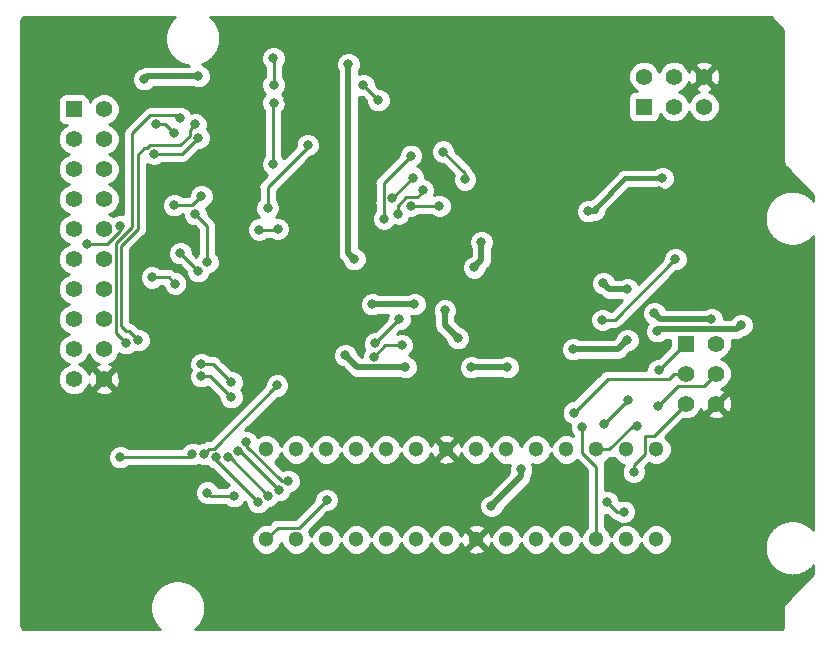
<source format=gbr>
G04 #@! TF.GenerationSoftware,KiCad,Pcbnew,5.0.0-fee4fd1~66~ubuntu16.04.1*
G04 #@! TF.CreationDate,2018-11-06T10:27:56-05:00*
G04 #@! TF.ProjectId,circuit,636972637569742E6B696361645F7063,rev?*
G04 #@! TF.SameCoordinates,Original*
G04 #@! TF.FileFunction,Copper,L2,Bot,Signal*
G04 #@! TF.FilePolarity,Positive*
%FSLAX46Y46*%
G04 Gerber Fmt 4.6, Leading zero omitted, Abs format (unit mm)*
G04 Created by KiCad (PCBNEW 5.0.0-fee4fd1~66~ubuntu16.04.1) date Tue Nov  6 10:27:56 2018*
%MOMM*%
%LPD*%
G01*
G04 APERTURE LIST*
G04 #@! TA.AperFunction,ComponentPad*
%ADD10R,1.400000X1.400000*%
G04 #@! TD*
G04 #@! TA.AperFunction,ComponentPad*
%ADD11C,1.400000*%
G04 #@! TD*
G04 #@! TA.AperFunction,ComponentPad*
%ADD12C,1.300000*%
G04 #@! TD*
G04 #@! TA.AperFunction,ViaPad*
%ADD13C,0.800000*%
G04 #@! TD*
G04 #@! TA.AperFunction,Conductor*
%ADD14C,0.381000*%
G04 #@! TD*
G04 #@! TA.AperFunction,Conductor*
%ADD15C,0.254000*%
G04 #@! TD*
G04 #@! TA.AperFunction,Conductor*
%ADD16C,0.508000*%
G04 #@! TD*
G04 #@! TA.AperFunction,Conductor*
%ADD17C,0.250000*%
G04 #@! TD*
G04 APERTURE END LIST*
D10*
G04 #@! TO.P,J1,1*
G04 #@! TO.N,/red_8*
X134239000Y-64516000D03*
D11*
G04 #@! TO.P,J1,2*
G04 #@! TO.N,/red_7*
X136779000Y-64516000D03*
G04 #@! TO.P,J1,3*
G04 #@! TO.N,/red_6*
X134239000Y-67056000D03*
G04 #@! TO.P,J1,4*
G04 #@! TO.N,/red_5*
X136779000Y-67056000D03*
G04 #@! TO.P,J1,5*
G04 #@! TO.N,/blue_8*
X134239000Y-69596000D03*
G04 #@! TO.P,J1,6*
G04 #@! TO.N,/blue_7*
X136779000Y-69596000D03*
G04 #@! TO.P,J1,9*
G04 #@! TO.N,/red_4*
X134239000Y-74676000D03*
G04 #@! TO.P,J1,7*
G04 #@! TO.N,/blue_6*
X134239000Y-72136000D03*
G04 #@! TO.P,J1,13*
G04 #@! TO.N,/blue_4*
X134239000Y-79756000D03*
G04 #@! TO.P,J1,17*
G04 #@! TO.N,VCC*
X134239000Y-84836000D03*
G04 #@! TO.P,J1,11*
G04 #@! TO.N,/red_2*
X134239000Y-77216000D03*
G04 #@! TO.P,J1,15*
G04 #@! TO.N,/blue_2*
X134239000Y-82296000D03*
G04 #@! TO.P,J1,19*
G04 #@! TO.N,Net-(J1-Pad19)*
X134239000Y-87376000D03*
G04 #@! TO.P,J1,14*
G04 #@! TO.N,/blue_3*
X136779000Y-79756000D03*
G04 #@! TO.P,J1,12*
G04 #@! TO.N,/red_1*
X136779000Y-77216000D03*
G04 #@! TO.P,J1,8*
G04 #@! TO.N,/blue_5*
X136779000Y-72136000D03*
G04 #@! TO.P,J1,18*
G04 #@! TO.N,VCC*
X136779000Y-84836000D03*
G04 #@! TO.P,J1,10*
G04 #@! TO.N,/red_3*
X136779000Y-74676000D03*
G04 #@! TO.P,J1,20*
G04 #@! TO.N,GND*
X136779000Y-87376000D03*
G04 #@! TO.P,J1,16*
G04 #@! TO.N,/blue_1*
X136779000Y-82296000D03*
G04 #@! TD*
D10*
G04 #@! TO.P,J2,1*
G04 #@! TO.N,/motorA+*
X182524400Y-64287400D03*
D11*
G04 #@! TO.P,J2,2*
G04 #@! TO.N,/motorA-*
X182524400Y-61747400D03*
G04 #@! TO.P,J2,3*
G04 #@! TO.N,/motorB+*
X185064400Y-64287400D03*
G04 #@! TO.P,J2,4*
G04 #@! TO.N,/motorB-*
X185064400Y-61747400D03*
G04 #@! TO.P,J2,5*
G04 #@! TO.N,Net-(F1-Pad2)*
X187604400Y-64287400D03*
G04 #@! TO.P,J2,6*
G04 #@! TO.N,GND*
X187604400Y-61747400D03*
G04 #@! TD*
G04 #@! TO.P,P1,6*
G04 #@! TO.N,GND*
X188620400Y-89433400D03*
G04 #@! TO.P,P1,5*
G04 #@! TO.N,/RESET*
X186080400Y-89433400D03*
G04 #@! TO.P,P1,4*
G04 #@! TO.N,/MOSI*
X188620400Y-86893400D03*
G04 #@! TO.P,P1,3*
G04 #@! TO.N,/SCK*
X186080400Y-86893400D03*
G04 #@! TO.P,P1,2*
G04 #@! TO.N,VCC*
X188620400Y-84353400D03*
D10*
G04 #@! TO.P,P1,1*
G04 #@! TO.N,/MISO*
X186080400Y-84353400D03*
G04 #@! TD*
D12*
G04 #@! TO.P,U10,1*
G04 #@! TO.N,/RESET*
X150545800Y-100939600D03*
G04 #@! TO.P,U10,28*
G04 #@! TO.N,/SCL*
X150545800Y-93319600D03*
G04 #@! TO.P,U10,2*
G04 #@! TO.N,/select_0A*
X153085800Y-100939600D03*
G04 #@! TO.P,U10,27*
G04 #@! TO.N,/SDA*
X153085800Y-93319600D03*
G04 #@! TO.P,U10,3*
G04 #@! TO.N,/select_1A*
X155625800Y-100939600D03*
G04 #@! TO.P,U10,26*
G04 #@! TO.N,/blue_outB*
X155625800Y-93319600D03*
G04 #@! TO.P,U10,4*
G04 #@! TO.N,/select_0B*
X158165800Y-100939600D03*
G04 #@! TO.P,U10,25*
G04 #@! TO.N,/red_outB*
X158165800Y-93319600D03*
G04 #@! TO.P,U10,5*
G04 #@! TO.N,/select_1B*
X160705800Y-100939600D03*
G04 #@! TO.P,U10,24*
G04 #@! TO.N,/blue_outA*
X160705800Y-93319600D03*
G04 #@! TO.P,U10,6*
G04 #@! TO.N,/motorA_DIR*
X163245800Y-100939600D03*
G04 #@! TO.P,U10,23*
G04 #@! TO.N,/red_outA*
X163245800Y-93319600D03*
G04 #@! TO.P,U10,7*
G04 #@! TO.N,VCC*
X165785800Y-100939600D03*
G04 #@! TO.P,U10,22*
G04 #@! TO.N,GND*
X165785800Y-93319600D03*
G04 #@! TO.P,U10,8*
X168325800Y-100939600D03*
G04 #@! TO.P,U10,21*
G04 #@! TO.N,Net-(U10-Pad21)*
X168325800Y-93319600D03*
G04 #@! TO.P,U10,9*
G04 #@! TO.N,Net-(C2-Pad1)*
X170865800Y-100939600D03*
G04 #@! TO.P,U10,20*
G04 #@! TO.N,Net-(C4-Pad2)*
X170865800Y-93319600D03*
G04 #@! TO.P,U10,10*
G04 #@! TO.N,Net-(C3-Pad1)*
X173405800Y-100939600D03*
G04 #@! TO.P,U10,19*
G04 #@! TO.N,/SCK*
X173405800Y-93319600D03*
G04 #@! TO.P,U10,11*
G04 #@! TO.N,/motorB_DIR*
X175945800Y-100939600D03*
G04 #@! TO.P,U10,18*
G04 #@! TO.N,/MISO*
X175945800Y-93319600D03*
G04 #@! TO.P,U10,12*
G04 #@! TO.N,/issues*
X178485800Y-100939600D03*
G04 #@! TO.P,U10,17*
G04 #@! TO.N,/MOSI*
X178485800Y-93319600D03*
G04 #@! TO.P,U10,13*
G04 #@! TO.N,/led_D1*
X181025800Y-100939600D03*
G04 #@! TO.P,U10,16*
G04 #@! TO.N,/motorB_PWM*
X181025800Y-93319600D03*
G04 #@! TO.P,U10,14*
G04 #@! TO.N,/p_led*
X183565800Y-100939600D03*
G04 #@! TO.P,U10,15*
G04 #@! TO.N,/motorA_PWM*
X183565800Y-93319600D03*
G04 #@! TD*
D13*
G04 #@! TO.N,GND*
X183750000Y-71400000D03*
X174244000Y-60960000D03*
X144526000Y-97790000D03*
X176784000Y-103378000D03*
X151850000Y-73350000D03*
X143850000Y-71350000D03*
X143750000Y-83000000D03*
X142000000Y-88500000D03*
X144750000Y-88500000D03*
X190900000Y-71450000D03*
X136150000Y-93850000D03*
X173750000Y-75200000D03*
X164350000Y-61900000D03*
X139250000Y-97650000D03*
X184658000Y-79502000D03*
X162052000Y-75184000D03*
X152400000Y-63754000D03*
X151892000Y-76962000D03*
X147066000Y-78486000D03*
X151892000Y-85090000D03*
X156464000Y-81026000D03*
G04 #@! TO.N,VCC*
X184073800Y-70358000D03*
X135382000Y-75946000D03*
X138176000Y-74422000D03*
X138176000Y-93980000D03*
X144272000Y-93726000D03*
X151100000Y-69150000D03*
X151150000Y-63950000D03*
X151150000Y-62450000D03*
X165500000Y-68100000D03*
X167350000Y-70450000D03*
X168750000Y-75750000D03*
X168150000Y-77900000D03*
X165650000Y-81550000D03*
X166750000Y-83900000D03*
X172100000Y-95000000D03*
X169600000Y-98100000D03*
X140208000Y-61976000D03*
X157988000Y-77216000D03*
X157480000Y-60706000D03*
X151130000Y-60198000D03*
X144780000Y-61722000D03*
X159512000Y-81026000D03*
X163068000Y-81026000D03*
X177800000Y-73152000D03*
X188214000Y-82296000D03*
X183388000Y-81788000D03*
X181102801Y-79756000D03*
X179070000Y-79248000D03*
G04 #@! TO.N,/battery+*
X157226000Y-85344000D03*
X162306000Y-86360000D03*
X167894000Y-86360000D03*
X170942000Y-86360000D03*
X176530000Y-84836000D03*
X181102801Y-84074000D03*
X183642000Y-83312000D03*
X190754000Y-82804000D03*
G04 #@! TO.N,/blue_4*
X140850000Y-78750000D03*
X142820067Y-79270067D03*
G04 #@! TO.N,/RESET*
X155650000Y-97600000D03*
X181650000Y-95200000D03*
G04 #@! TO.N,/MOSI*
X181950000Y-91350000D03*
X183700000Y-89650000D03*
G04 #@! TO.N,/SCK*
X176573000Y-90200000D03*
G04 #@! TO.N,/MISO*
X179100000Y-91200000D03*
X181200000Y-89100000D03*
X183750000Y-86600000D03*
G04 #@! TO.N,/SDA*
X147802600Y-97282000D03*
X145542000Y-96977200D03*
G04 #@! TO.N,/3.3V*
X145271509Y-93694615D03*
X151450000Y-87900000D03*
G04 #@! TO.N,/red_inA*
X142748000Y-72644000D03*
X145034000Y-71882000D03*
G04 #@! TO.N,/red_inB*
X141224000Y-65786000D03*
X142748000Y-66548000D03*
G04 #@! TO.N,Net-(R7-Pad1)*
X149923000Y-74700000D03*
X151500000Y-74650000D03*
X161200000Y-72050000D03*
X162950000Y-70300000D03*
G04 #@! TO.N,Net-(R9-Pad1)*
X162750000Y-72700000D03*
X165200000Y-72700000D03*
G04 #@! TO.N,Net-(R10-Pad1)*
X163800000Y-71350000D03*
X161700000Y-73350000D03*
G04 #@! TO.N,Net-(R11-Pad1)*
X159650000Y-85450000D03*
X162000000Y-84500000D03*
G04 #@! TO.N,/blue_inB*
X141029391Y-68291000D03*
X144780000Y-66922933D03*
G04 #@! TO.N,/blue_inA*
X154050000Y-67550000D03*
X150650000Y-72900000D03*
G04 #@! TO.N,Net-(R19-Pad1)*
X158750000Y-62484000D03*
X160020000Y-63754000D03*
G04 #@! TO.N,Net-(R22-Pad1)*
X159756347Y-84318347D03*
X161798000Y-82296000D03*
G04 #@! TO.N,Net-(R23-Pad1)*
X162783234Y-68450000D03*
X160500000Y-73800000D03*
G04 #@! TO.N,/select_0A*
X149860000Y-97790000D03*
X146304000Y-93980000D03*
X144780000Y-78232000D03*
X143256000Y-76708000D03*
G04 #@! TO.N,/select_1A*
X150692051Y-97235299D03*
X147304003Y-93980000D03*
X145542000Y-77470000D03*
X144526000Y-73406000D03*
G04 #@! TO.N,/select_1B*
X144526000Y-65800000D03*
X139700000Y-84074000D03*
X145034000Y-86106000D03*
X147574000Y-87630000D03*
X148844000Y-92710000D03*
X152400000Y-96012000D03*
G04 #@! TO.N,/select_0B*
X151638000Y-96774000D03*
X148141315Y-93433270D03*
X147574000Y-88900000D03*
X145034000Y-87122000D03*
X138684000Y-84328000D03*
X143256000Y-65278000D03*
G04 #@! TO.N,/motorA_DIR*
X180800000Y-98600000D03*
X179400000Y-97800000D03*
G04 #@! TO.N,/issues*
X177300000Y-91450000D03*
X179000000Y-82350000D03*
X185166000Y-77216000D03*
G04 #@! TD*
D14*
G04 #@! TO.N,VCC*
X180939001Y-70358000D02*
X178422300Y-72874701D01*
X184073800Y-70358000D02*
X180939001Y-70358000D01*
D15*
X137028962Y-75946000D02*
X138176000Y-74798962D01*
X138176000Y-74798962D02*
X138176000Y-74422000D01*
X135382000Y-75946000D02*
X137028962Y-75946000D01*
X144018000Y-93980000D02*
X144272000Y-93726000D01*
X138176000Y-93980000D02*
X144018000Y-93980000D01*
X151100000Y-64000000D02*
X151150000Y-63950000D01*
X151100000Y-69150000D02*
X151100000Y-64000000D01*
X151150000Y-62450000D02*
X151150000Y-60490000D01*
X167350000Y-69950000D02*
X167350000Y-70450000D01*
X165500000Y-68100000D02*
X167350000Y-69950000D01*
D16*
X168750000Y-77300000D02*
X168150000Y-77900000D01*
X168750000Y-75750000D02*
X168750000Y-77300000D01*
X165650000Y-82800000D02*
X166750000Y-83900000D01*
X165650000Y-81550000D02*
X165650000Y-82800000D01*
X172100000Y-95600000D02*
X169600000Y-98100000D01*
X172100000Y-95000000D02*
X172100000Y-95600000D01*
X157988000Y-77216000D02*
X157480000Y-76708000D01*
X157480000Y-76708000D02*
X157480000Y-60706000D01*
X140462000Y-61722000D02*
X140208000Y-61976000D01*
X144780000Y-61722000D02*
X140462000Y-61722000D01*
X159512000Y-81026000D02*
X163068000Y-81026000D01*
X178365685Y-73152000D02*
X177800000Y-73152000D01*
X178422300Y-73095385D02*
X178365685Y-73152000D01*
X178422300Y-72874701D02*
X178422300Y-73095385D01*
X183896000Y-82296000D02*
X183388000Y-81788000D01*
X188214000Y-82296000D02*
X183896000Y-82296000D01*
X179578000Y-79756000D02*
X179070000Y-79248000D01*
X181102801Y-79756000D02*
X179578000Y-79756000D01*
G04 #@! TO.N,/battery+*
X158242000Y-86360000D02*
X162306000Y-86360000D01*
X157226000Y-85344000D02*
X158242000Y-86360000D01*
X167894000Y-86360000D02*
X170942000Y-86360000D01*
X180340801Y-84836000D02*
X181102801Y-84074000D01*
X176530000Y-84836000D02*
X180340801Y-84836000D01*
X183803999Y-83150001D02*
X190407999Y-83150001D01*
X190407999Y-83150001D02*
X190754000Y-82804000D01*
X183642000Y-83312000D02*
X183803999Y-83150001D01*
D15*
G04 #@! TO.N,/blue_4*
X142300000Y-78750000D02*
X142820067Y-79270067D01*
X140850000Y-78750000D02*
X142300000Y-78750000D01*
G04 #@! TO.N,/RESET*
X153287401Y-99962599D02*
X155650000Y-97600000D01*
X151522801Y-99962599D02*
X153287401Y-99962599D01*
X150545800Y-100939600D02*
X151522801Y-99962599D01*
X182588799Y-93695516D02*
X182588799Y-92161201D01*
X181650000Y-94634315D02*
X182588799Y-93695516D01*
X181650000Y-95200000D02*
X181650000Y-94634315D01*
X183352599Y-92161201D02*
X186080400Y-89433400D01*
X182588799Y-92161201D02*
X183352599Y-92161201D01*
G04 #@! TO.N,/MOSI*
X181549438Y-91350000D02*
X181950000Y-91350000D01*
X179579838Y-93319600D02*
X181549438Y-91350000D01*
X178485800Y-93319600D02*
X179579838Y-93319600D01*
X187593399Y-87920401D02*
X187920401Y-87593399D01*
X187920401Y-87593399D02*
X188620400Y-86893400D01*
X185429599Y-87920401D02*
X187593399Y-87920401D01*
X183700000Y-89650000D02*
X185429599Y-87920401D01*
G04 #@! TO.N,/SCK*
X185090451Y-86893400D02*
X186080400Y-86893400D01*
X179445999Y-87327001D02*
X184656850Y-87327001D01*
X184656850Y-87327001D02*
X185090451Y-86893400D01*
X176573000Y-90200000D02*
X179445999Y-87327001D01*
G04 #@! TO.N,/MISO*
X179100000Y-91200000D02*
X181200000Y-89100000D01*
X185996600Y-84353400D02*
X186080400Y-84353400D01*
X183750000Y-86600000D02*
X185996600Y-84353400D01*
G04 #@! TO.N,/SDA*
X145846800Y-97282000D02*
X145542000Y-96977200D01*
X147802600Y-97282000D02*
X145846800Y-97282000D01*
G04 #@! TO.N,/3.3V*
X146097001Y-93252999D02*
X151450000Y-87900000D01*
X145713125Y-93252999D02*
X146097001Y-93252999D01*
X145271509Y-93694615D02*
X145713125Y-93252999D01*
G04 #@! TO.N,/red_inA*
X144272000Y-72644000D02*
X145034000Y-71882000D01*
X142748000Y-72644000D02*
X144272000Y-72644000D01*
G04 #@! TO.N,/red_inB*
X141986000Y-65786000D02*
X142748000Y-66548000D01*
X141224000Y-65786000D02*
X141986000Y-65786000D01*
G04 #@! TO.N,Net-(R7-Pad1)*
X151450000Y-74700000D02*
X151500000Y-74650000D01*
X149923000Y-74700000D02*
X151450000Y-74700000D01*
X161200000Y-72050000D02*
X162950000Y-70300000D01*
G04 #@! TO.N,Net-(R9-Pad1)*
X162750000Y-72700000D02*
X165200000Y-72700000D01*
G04 #@! TO.N,Net-(R10-Pad1)*
X161700000Y-72674038D02*
X161700000Y-73350000D01*
X163800000Y-71500000D02*
X163327001Y-71972999D01*
X163800000Y-71350000D02*
X163800000Y-71500000D01*
X163327001Y-71972999D02*
X162401039Y-71972999D01*
X162401039Y-71972999D02*
X161700000Y-72674038D01*
D17*
G04 #@! TO.N,Net-(R11-Pad1)*
X160600000Y-84500000D02*
X162000000Y-84500000D01*
X159650000Y-85450000D02*
X160600000Y-84500000D01*
D15*
G04 #@! TO.N,/blue_inB*
X143411933Y-68291000D02*
X144780000Y-66922933D01*
X141029391Y-68291000D02*
X143411933Y-68291000D01*
G04 #@! TO.N,/blue_inA*
X150650000Y-71122000D02*
X150650000Y-72900000D01*
X154206000Y-67544000D02*
X150650000Y-71100000D01*
G04 #@! TO.N,Net-(R19-Pad1)*
X158750000Y-62484000D02*
X160020000Y-63754000D01*
G04 #@! TO.N,Net-(R22-Pad1)*
X161778694Y-82296000D02*
X161798000Y-82296000D01*
X159756347Y-84318347D02*
X161778694Y-82296000D01*
G04 #@! TO.N,Net-(R23-Pad1)*
X162783234Y-68450000D02*
X160472999Y-70760235D01*
X160472999Y-72398961D02*
X160500000Y-72425962D01*
X160472999Y-70760235D02*
X160472999Y-72398961D01*
X160500000Y-72425962D02*
X160500000Y-73800000D01*
G04 #@! TO.N,/select_0A*
X146304000Y-94234000D02*
X146304000Y-93980000D01*
X149860000Y-97790000D02*
X146304000Y-94234000D01*
X144780000Y-78232000D02*
X143256000Y-76708000D01*
G04 #@! TO.N,/select_1A*
X147436752Y-93980000D02*
X147304003Y-93980000D01*
X150692051Y-97235299D02*
X147436752Y-93980000D01*
X145542000Y-74422000D02*
X144526000Y-73406000D01*
X145542000Y-77470000D02*
X145542000Y-74422000D01*
G04 #@! TO.N,/select_1B*
X146338999Y-86394999D02*
X146050000Y-86106000D01*
X146050000Y-86106000D02*
X145034000Y-86106000D01*
X147574000Y-87630000D02*
X146338999Y-86394999D01*
X152400000Y-96012000D02*
X151834315Y-96012000D01*
X148844000Y-93021685D02*
X148844000Y-92710000D01*
X151834315Y-96012000D02*
X148844000Y-93021685D01*
X144052999Y-66273001D02*
X144126001Y-66199999D01*
X144052999Y-66767001D02*
X144052999Y-66273001D01*
X138684000Y-83312000D02*
X138260011Y-82888011D01*
X139646010Y-74670019D02*
X139646010Y-68379990D01*
X138938000Y-83312000D02*
X138684000Y-83312000D01*
X138260011Y-82888011D02*
X138260011Y-76056017D01*
X143256000Y-67564000D02*
X144052999Y-66767001D01*
X140426429Y-67818000D02*
X140680429Y-67564000D01*
X139646010Y-68379990D02*
X140208000Y-67818000D01*
X144126001Y-66199999D02*
X144526000Y-65800000D01*
X138260011Y-76056017D02*
X139646010Y-74670019D01*
X139700000Y-84074000D02*
X138938000Y-83312000D01*
X140208000Y-67818000D02*
X140426429Y-67818000D01*
X140680429Y-67564000D02*
X143256000Y-67564000D01*
G04 #@! TO.N,/select_0B*
X148297270Y-93433270D02*
X148141315Y-93433270D01*
X151638000Y-96774000D02*
X148297270Y-93433270D01*
X145796000Y-87122000D02*
X145034000Y-87122000D01*
X147574000Y-88900000D02*
X145796000Y-87122000D01*
X143002000Y-65024000D02*
X143256000Y-65278000D01*
X140716000Y-65024000D02*
X143002000Y-65024000D01*
X138684000Y-84328000D02*
X137806001Y-83450001D01*
X137806001Y-83450001D02*
X137806001Y-75867961D01*
X139192000Y-66548000D02*
X140716000Y-65024000D01*
X137806001Y-75867961D02*
X139192000Y-74481962D01*
X139192000Y-74481962D02*
X139192000Y-66548000D01*
G04 #@! TO.N,/motorA_DIR*
X180200000Y-98600000D02*
X179400000Y-97800000D01*
X180800000Y-98600000D02*
X180200000Y-98600000D01*
G04 #@! TO.N,/issues*
X177300000Y-93579762D02*
X177300000Y-91450000D01*
X178485800Y-94765562D02*
X177300000Y-93579762D01*
X178485800Y-100939600D02*
X178485800Y-94765562D01*
X180032000Y-82350000D02*
X179000000Y-82350000D01*
X185166000Y-77216000D02*
X180032000Y-82350000D01*
G04 #@! TD*
G04 #@! TO.N,GND*
G36*
X142793217Y-56709417D02*
X142778226Y-56721151D01*
X142771444Y-56729036D01*
X142763045Y-56736604D01*
X142754387Y-56743879D01*
X142745635Y-56749510D01*
X142731941Y-56762738D01*
X142717377Y-56774974D01*
X142710875Y-56783086D01*
X142702725Y-56790959D01*
X142694325Y-56798527D01*
X142685781Y-56804453D01*
X142672563Y-56818137D01*
X142658418Y-56830883D01*
X142652195Y-56839223D01*
X142644346Y-56847349D01*
X142636196Y-56855221D01*
X142627860Y-56861441D01*
X142615120Y-56875579D01*
X142601430Y-56888803D01*
X142595502Y-56897350D01*
X142587927Y-56905757D01*
X142580069Y-56913892D01*
X142571957Y-56920394D01*
X142559719Y-56934959D01*
X142546487Y-56948658D01*
X142540856Y-56957410D01*
X142533589Y-56966059D01*
X142526007Y-56974473D01*
X142518122Y-56981255D01*
X142506391Y-56996242D01*
X142493647Y-57010385D01*
X142488325Y-57019323D01*
X142481359Y-57028222D01*
X142474078Y-57036888D01*
X142466436Y-57043936D01*
X142455238Y-57059312D01*
X142442983Y-57073897D01*
X142437970Y-57083021D01*
X142431325Y-57092144D01*
X142424342Y-57101066D01*
X142416944Y-57108379D01*
X142406278Y-57124143D01*
X142394544Y-57139135D01*
X142389853Y-57148422D01*
X142383514Y-57157791D01*
X142376854Y-57166935D01*
X142369713Y-57174501D01*
X142359601Y-57190624D01*
X142348401Y-57206002D01*
X142344036Y-57215441D01*
X142338019Y-57225035D01*
X142331683Y-57234400D01*
X142324810Y-57242207D01*
X142315262Y-57258672D01*
X142304595Y-57274438D01*
X142300559Y-57284026D01*
X142294880Y-57293819D01*
X142288875Y-57303392D01*
X142282277Y-57311432D01*
X142273303Y-57328221D01*
X142263186Y-57344352D01*
X142259484Y-57354074D01*
X142254161Y-57364032D01*
X142248480Y-57373830D01*
X142242165Y-57382092D01*
X142233782Y-57399175D01*
X142224229Y-57415647D01*
X142220865Y-57425494D01*
X142215888Y-57435636D01*
X142210551Y-57445621D01*
X142204527Y-57454096D01*
X142196741Y-57471456D01*
X142187765Y-57488250D01*
X142184744Y-57498208D01*
X142180118Y-57508524D01*
X142175134Y-57518680D01*
X142169401Y-57527368D01*
X142162215Y-57545004D01*
X142153835Y-57562080D01*
X142151163Y-57572128D01*
X142146888Y-57582620D01*
X142142267Y-57592925D01*
X142136844Y-57601797D01*
X142130278Y-57619659D01*
X142122485Y-57637035D01*
X142120161Y-57647178D01*
X142116260Y-57657790D01*
X142111991Y-57668266D01*
X142106874Y-57677330D01*
X142100925Y-57695425D01*
X142093748Y-57713040D01*
X142091779Y-57723246D01*
X142088246Y-57733994D01*
X142084340Y-57744618D01*
X142079545Y-57753844D01*
X142074234Y-57772109D01*
X142067665Y-57789978D01*
X142066049Y-57800259D01*
X142062889Y-57811126D01*
X142059360Y-57821860D01*
X142054886Y-57831249D01*
X142050206Y-57849705D01*
X142044259Y-57867795D01*
X142043001Y-57878120D01*
X142040220Y-57889085D01*
X142037065Y-57899936D01*
X142032915Y-57909484D01*
X142028875Y-57928102D01*
X142023565Y-57946364D01*
X142022666Y-57956718D01*
X142020267Y-57967772D01*
X142017483Y-57978753D01*
X142013670Y-57988429D01*
X142010283Y-58007146D01*
X142005606Y-58025591D01*
X142005065Y-58035983D01*
X142003050Y-58047121D01*
X142000652Y-58058171D01*
X141997178Y-58067969D01*
X141994440Y-58086800D01*
X141990400Y-58105419D01*
X141990220Y-58115826D01*
X141988592Y-58127024D01*
X141986581Y-58138134D01*
X141983443Y-58148065D01*
X141981356Y-58167011D01*
X141977971Y-58185718D01*
X141978151Y-58196105D01*
X141976912Y-58207351D01*
X141975283Y-58218554D01*
X141972496Y-58228570D01*
X141971069Y-58247536D01*
X141968330Y-58266377D01*
X141968871Y-58276770D01*
X141968021Y-58288065D01*
X141966784Y-58299294D01*
X141964344Y-58309406D01*
X141963574Y-58328431D01*
X141961490Y-58347353D01*
X141962390Y-58357714D01*
X141961933Y-58369003D01*
X141961083Y-58380302D01*
X141958995Y-58390493D01*
X141958885Y-58409522D01*
X141957458Y-58428499D01*
X141958717Y-58438825D01*
X141958651Y-58450124D01*
X141958194Y-58461444D01*
X141956462Y-58471686D01*
X141957011Y-58490687D01*
X141956240Y-58509735D01*
X141957858Y-58520025D01*
X141958184Y-58531320D01*
X141958119Y-58542624D01*
X141956740Y-58552942D01*
X141957950Y-58571959D01*
X141957840Y-58590983D01*
X141959809Y-58601187D01*
X141960527Y-58612476D01*
X141960853Y-58623774D01*
X141959833Y-58634129D01*
X141961699Y-58653074D01*
X141962248Y-58672094D01*
X141964571Y-58682232D01*
X141965681Y-58693505D01*
X141966398Y-58704787D01*
X141965738Y-58715169D01*
X141968259Y-58734036D01*
X141969467Y-58753030D01*
X141972140Y-58763082D01*
X141973637Y-58774289D01*
X141974747Y-58785561D01*
X141974447Y-58795954D01*
X141977618Y-58814710D01*
X141979484Y-58833657D01*
X141982505Y-58843615D01*
X141984388Y-58854754D01*
X141985889Y-58865988D01*
X141985949Y-58876391D01*
X141989770Y-58895035D01*
X141992290Y-58913897D01*
X141995653Y-58923741D01*
X141997928Y-58934844D01*
X141999809Y-58945967D01*
X142000229Y-58956360D01*
X142004695Y-58974867D01*
X142007869Y-58993643D01*
X142011571Y-59003366D01*
X142014224Y-59014359D01*
X142016492Y-59025429D01*
X142017273Y-59035807D01*
X142022381Y-59054161D01*
X142026201Y-59072802D01*
X142030235Y-59082383D01*
X142033266Y-59093274D01*
X142035921Y-59104279D01*
X142037060Y-59114617D01*
X142042793Y-59132760D01*
X142047257Y-59151259D01*
X142051623Y-59160701D01*
X142055033Y-59171492D01*
X142058066Y-59182391D01*
X142059562Y-59192681D01*
X142065921Y-59210616D01*
X142071026Y-59228961D01*
X142075718Y-59238249D01*
X142079496Y-59248906D01*
X142082903Y-59259686D01*
X142084756Y-59269927D01*
X142091739Y-59287648D01*
X142097473Y-59305793D01*
X142102480Y-59314906D01*
X142106629Y-59325434D01*
X142110406Y-59336087D01*
X142112612Y-59346254D01*
X142120200Y-59363711D01*
X142126560Y-59381650D01*
X142131882Y-59390587D01*
X142136391Y-59400963D01*
X142140539Y-59411488D01*
X142143097Y-59421576D01*
X142151287Y-59438764D01*
X142158261Y-59456461D01*
X142163887Y-59465205D01*
X142168759Y-59475429D01*
X142173267Y-59485801D01*
X142176172Y-59495791D01*
X142184950Y-59512679D01*
X142192535Y-59530130D01*
X142198463Y-59538677D01*
X142203689Y-59548733D01*
X142208546Y-59558925D01*
X142211794Y-59568805D01*
X142221153Y-59585382D01*
X142229344Y-59602571D01*
X142235565Y-59610909D01*
X142241119Y-59620746D01*
X142246339Y-59630790D01*
X142249930Y-59640557D01*
X142259862Y-59656807D01*
X142268637Y-59673689D01*
X142275139Y-59681801D01*
X142281046Y-59691465D01*
X142286597Y-59701297D01*
X142290523Y-59710932D01*
X142301009Y-59726823D01*
X142310365Y-59743395D01*
X142317147Y-59751280D01*
X142323382Y-59760729D01*
X142329276Y-59770373D01*
X142333533Y-59779865D01*
X142344564Y-59795384D01*
X142354491Y-59811626D01*
X142361542Y-59819271D01*
X142368088Y-59828481D01*
X142374324Y-59837932D01*
X142378908Y-59847272D01*
X142390466Y-59862395D01*
X142400946Y-59878277D01*
X142408258Y-59885674D01*
X142415133Y-59894669D01*
X142421683Y-59903885D01*
X142426584Y-59913054D01*
X142438654Y-59927762D01*
X142449687Y-59943284D01*
X142457255Y-59950427D01*
X142464428Y-59959168D01*
X142471297Y-59968156D01*
X142476518Y-59977158D01*
X142489102Y-59991452D01*
X142500656Y-60006569D01*
X142508460Y-60013439D01*
X142515934Y-60021929D01*
X142523111Y-60030674D01*
X142528637Y-60039485D01*
X142541698Y-60053323D01*
X142553775Y-60068039D01*
X142561818Y-60074640D01*
X142569584Y-60082868D01*
X142577056Y-60091354D01*
X142582886Y-60099972D01*
X142596428Y-60113358D01*
X142609003Y-60127642D01*
X142617265Y-60133957D01*
X142625317Y-60141916D01*
X142633077Y-60150137D01*
X142639201Y-60158546D01*
X142653193Y-60171450D01*
X142666255Y-60185289D01*
X142674732Y-60191314D01*
X142683042Y-60198978D01*
X142691095Y-60206939D01*
X142697505Y-60215128D01*
X142711932Y-60227537D01*
X142725472Y-60240921D01*
X142734156Y-60246651D01*
X142742738Y-60254032D01*
X142751048Y-60261696D01*
X142757740Y-60269661D01*
X142772593Y-60281566D01*
X142786586Y-60294471D01*
X142795461Y-60299896D01*
X142804279Y-60306963D01*
X142812861Y-60314345D01*
X142819817Y-60322064D01*
X142835061Y-60333439D01*
X142849509Y-60345865D01*
X142858575Y-60350983D01*
X142867621Y-60357733D01*
X142876455Y-60364814D01*
X142883685Y-60372299D01*
X142899334Y-60383153D01*
X142914183Y-60395054D01*
X142923409Y-60399849D01*
X142932704Y-60406296D01*
X142941774Y-60413064D01*
X142949260Y-60420294D01*
X142965266Y-60430592D01*
X142980508Y-60441965D01*
X142989896Y-60446439D01*
X142999426Y-60452570D01*
X143008715Y-60459012D01*
X143016435Y-60465969D01*
X143032777Y-60475700D01*
X143048434Y-60486559D01*
X143057982Y-60490709D01*
X143067689Y-60496489D01*
X143077204Y-60502611D01*
X143085171Y-60509305D01*
X143101865Y-60518477D01*
X143117870Y-60528775D01*
X143127543Y-60532587D01*
X143137448Y-60538029D01*
X143147171Y-60543819D01*
X143155362Y-60550230D01*
X143172347Y-60558810D01*
X143188700Y-60568548D01*
X143198506Y-60572025D01*
X143208608Y-60577128D01*
X143218524Y-60582576D01*
X143226932Y-60588700D01*
X143244206Y-60596688D01*
X143260887Y-60605853D01*
X143270806Y-60608987D01*
X143281073Y-60613735D01*
X143291175Y-60618838D01*
X143299789Y-60624666D01*
X143317328Y-60632050D01*
X143334317Y-60640632D01*
X143344339Y-60643421D01*
X143354763Y-60647809D01*
X143365028Y-60652556D01*
X143373832Y-60658078D01*
X143391613Y-60664849D01*
X143408912Y-60672848D01*
X143419031Y-60675290D01*
X143429586Y-60679309D01*
X143440005Y-60683695D01*
X143449018Y-60688922D01*
X143467060Y-60695085D01*
X143484576Y-60702459D01*
X143494751Y-60704544D01*
X143505479Y-60708209D01*
X143516042Y-60712231D01*
X143525211Y-60717132D01*
X143543409Y-60722652D01*
X143561200Y-60729427D01*
X143571463Y-60731162D01*
X143582287Y-60734446D01*
X143593002Y-60738106D01*
X143602339Y-60742688D01*
X143620734Y-60747579D01*
X143638747Y-60753732D01*
X143649057Y-60755109D01*
X143659988Y-60758016D01*
X143670813Y-60761300D01*
X143680302Y-60765555D01*
X143698851Y-60769805D01*
X143717072Y-60775332D01*
X143727427Y-60776352D01*
X143738442Y-60778876D01*
X143749377Y-60781783D01*
X143759015Y-60785710D01*
X143777714Y-60789317D01*
X143796101Y-60794206D01*
X143806478Y-60794866D01*
X143817607Y-60797013D01*
X143828606Y-60799533D01*
X143838369Y-60803122D01*
X143857176Y-60806079D01*
X143875732Y-60810330D01*
X143886129Y-60810630D01*
X143897299Y-60812386D01*
X143908407Y-60814529D01*
X143918286Y-60817777D01*
X143937181Y-60820080D01*
X143955879Y-60823687D01*
X143966282Y-60823627D01*
X143977486Y-60824992D01*
X143988684Y-60826753D01*
X143998675Y-60829658D01*
X144017636Y-60831304D01*
X144028422Y-60833000D01*
X140549550Y-60833000D01*
X140461999Y-60815585D01*
X140374448Y-60833000D01*
X140374444Y-60833000D01*
X140115130Y-60884581D01*
X140030693Y-60941000D01*
X140002126Y-60941000D01*
X139621720Y-61098569D01*
X139330569Y-61389720D01*
X139173000Y-61770126D01*
X139173000Y-62181874D01*
X139330569Y-62562280D01*
X139621720Y-62853431D01*
X140002126Y-63011000D01*
X140413874Y-63011000D01*
X140794280Y-62853431D01*
X141036711Y-62611000D01*
X144221650Y-62611000D01*
X144574126Y-62757000D01*
X144985874Y-62757000D01*
X145366280Y-62599431D01*
X145657431Y-62308280D01*
X145815000Y-61927874D01*
X145815000Y-61516126D01*
X145657431Y-61135720D01*
X145366280Y-60844569D01*
X145066220Y-60720280D01*
X145082283Y-60715369D01*
X145091354Y-60710495D01*
X145102668Y-60706152D01*
X145114101Y-60702215D01*
X145124184Y-60700118D01*
X145141338Y-60692837D01*
X145158972Y-60686765D01*
X145167876Y-60681572D01*
X145179021Y-60676842D01*
X145190314Y-60672507D01*
X145200325Y-60670057D01*
X145217228Y-60662175D01*
X145234627Y-60655496D01*
X145243337Y-60650000D01*
X145254287Y-60644894D01*
X145265457Y-60640153D01*
X145275370Y-60637357D01*
X145291965Y-60628901D01*
X145309119Y-60621620D01*
X145317637Y-60615820D01*
X145328436Y-60610318D01*
X145339397Y-60605207D01*
X145349206Y-60602067D01*
X145365506Y-60593032D01*
X145382409Y-60585150D01*
X145390721Y-60579055D01*
X145401307Y-60573188D01*
X145412092Y-60567692D01*
X145421796Y-60564208D01*
X145437783Y-60554602D01*
X145454378Y-60546146D01*
X145462463Y-60539772D01*
X145472836Y-60533539D01*
X145483429Y-60527667D01*
X145492988Y-60523854D01*
X145508604Y-60513713D01*
X145524924Y-60504667D01*
X145532796Y-60498003D01*
X145542946Y-60491412D01*
X145553318Y-60485179D01*
X145562755Y-60481027D01*
X145578037Y-60470326D01*
X145594006Y-60460731D01*
X145601627Y-60453809D01*
X145611535Y-60446871D01*
X145621700Y-60440270D01*
X145630979Y-60435794D01*
X145645857Y-60424582D01*
X145661483Y-60414435D01*
X145668863Y-60407246D01*
X145678547Y-60399948D01*
X145688455Y-60393011D01*
X145697570Y-60388215D01*
X145712053Y-60376487D01*
X145727327Y-60365792D01*
X145734453Y-60358348D01*
X145743858Y-60350732D01*
X145753520Y-60343451D01*
X145762466Y-60338338D01*
X145776540Y-60326104D01*
X145791429Y-60314884D01*
X145798288Y-60307199D01*
X145807420Y-60299261D01*
X145816825Y-60291645D01*
X145825593Y-60286219D01*
X145839233Y-60273499D01*
X145853704Y-60261781D01*
X145860287Y-60253866D01*
X145869154Y-60245597D01*
X145878286Y-60237659D01*
X145886851Y-60231936D01*
X145900026Y-60218761D01*
X145914093Y-60206533D01*
X145920402Y-60198385D01*
X145928967Y-60189820D01*
X145937820Y-60181564D01*
X145946184Y-60175543D01*
X145958898Y-60161908D01*
X145972525Y-60149201D01*
X145978543Y-60140842D01*
X145986796Y-60131991D01*
X145995360Y-60123427D01*
X146003503Y-60117122D01*
X146015727Y-60103060D01*
X146028913Y-60089874D01*
X146034640Y-60081304D01*
X146042587Y-60072161D01*
X146050827Y-60063325D01*
X146058754Y-60056732D01*
X146070497Y-60042230D01*
X146083201Y-60028607D01*
X146088617Y-60019854D01*
X146096243Y-60010437D01*
X146104176Y-60001311D01*
X146111869Y-59994445D01*
X146123094Y-59979549D01*
X146135310Y-59965496D01*
X146140418Y-59956558D01*
X146147716Y-59946874D01*
X146155331Y-59937470D01*
X146162769Y-59930350D01*
X146173453Y-59915091D01*
X146185189Y-59900599D01*
X146189989Y-59891476D01*
X146196922Y-59881575D01*
X146204217Y-59871893D01*
X146211405Y-59864515D01*
X146221556Y-59848884D01*
X146232777Y-59833993D01*
X146237254Y-59824711D01*
X146243855Y-59814547D01*
X146250788Y-59804646D01*
X146257716Y-59797019D01*
X146267316Y-59781043D01*
X146278004Y-59765778D01*
X146282153Y-59756349D01*
X146288392Y-59745966D01*
X146294981Y-59735820D01*
X146301638Y-59727956D01*
X146310676Y-59711651D01*
X146320827Y-59696020D01*
X146324644Y-59686452D01*
X146330516Y-59675859D01*
X146336750Y-59665484D01*
X146343130Y-59657391D01*
X146351594Y-59640780D01*
X146361190Y-59624809D01*
X146364670Y-59615116D01*
X146370166Y-59604330D01*
X146376038Y-59593737D01*
X146382127Y-59585432D01*
X146390000Y-59568549D01*
X146399040Y-59552240D01*
X146402183Y-59542422D01*
X146407294Y-59531462D01*
X146412794Y-59520668D01*
X146418591Y-59512153D01*
X146425874Y-59494996D01*
X146434339Y-59478382D01*
X146437136Y-59468464D01*
X146441866Y-59457321D01*
X146446979Y-59446356D01*
X146452479Y-59437639D01*
X146459160Y-59420233D01*
X146467034Y-59403348D01*
X146469482Y-59393344D01*
X146473820Y-59382044D01*
X146478554Y-59370891D01*
X146483744Y-59361991D01*
X146489811Y-59344372D01*
X146497092Y-59327218D01*
X146499190Y-59317130D01*
X146503136Y-59305670D01*
X146507469Y-59294382D01*
X146512345Y-59285308D01*
X146517795Y-59267481D01*
X146524476Y-59250077D01*
X146526221Y-59239923D01*
X146529761Y-59228342D01*
X146533698Y-59216910D01*
X146538256Y-59207667D01*
X146543084Y-59189650D01*
X146549151Y-59172029D01*
X146550540Y-59161825D01*
X146553672Y-59150136D01*
X146557211Y-59138561D01*
X146561442Y-59129168D01*
X146565635Y-59111007D01*
X146571085Y-59093181D01*
X146572117Y-59082930D01*
X146574839Y-59071141D01*
X146577975Y-59059437D01*
X146581877Y-59049900D01*
X146585433Y-59031604D01*
X146590256Y-59013606D01*
X146590930Y-59003326D01*
X146593241Y-58991439D01*
X146595966Y-58979635D01*
X146599532Y-58969968D01*
X146602447Y-58951564D01*
X146606638Y-58933410D01*
X146606953Y-58923112D01*
X146608849Y-58911141D01*
X146611156Y-58899268D01*
X146614381Y-58889489D01*
X146616652Y-58870995D01*
X146620211Y-58852685D01*
X146620166Y-58842378D01*
X146621641Y-58830367D01*
X146623533Y-58818416D01*
X146626418Y-58808520D01*
X146628044Y-58789937D01*
X146630958Y-58771536D01*
X146630554Y-58761249D01*
X146631608Y-58749196D01*
X146633085Y-58737172D01*
X146635619Y-58727193D01*
X146636594Y-58708594D01*
X146638867Y-58690082D01*
X146638103Y-58679801D01*
X146638736Y-58667723D01*
X146639793Y-58655644D01*
X146641979Y-58645575D01*
X146642304Y-58626941D01*
X146643928Y-58608379D01*
X146642806Y-58598139D01*
X146643018Y-58586039D01*
X146643648Y-58574005D01*
X146645476Y-58563905D01*
X146645154Y-58545287D01*
X146646135Y-58526562D01*
X146644652Y-58516334D01*
X146644444Y-58504292D01*
X146644642Y-58492926D01*
X146646136Y-58482648D01*
X146645151Y-58463722D01*
X146645483Y-58444701D01*
X146643628Y-58434442D01*
X146643037Y-58423091D01*
X146642841Y-58411768D01*
X146643979Y-58401439D01*
X146642334Y-58382494D01*
X146642004Y-58363442D01*
X146639796Y-58353266D01*
X146638818Y-58341999D01*
X146638230Y-58330709D01*
X146639011Y-58320328D01*
X146636706Y-58301417D01*
X146635718Y-58282427D01*
X146633164Y-58272354D01*
X146631795Y-58261126D01*
X146630817Y-58249856D01*
X146631237Y-58239466D01*
X146628282Y-58220670D01*
X146626635Y-58201698D01*
X146623729Y-58191704D01*
X146621970Y-58180513D01*
X146620605Y-58169313D01*
X146620665Y-58158902D01*
X146617055Y-58140190D01*
X146614754Y-58121309D01*
X146611509Y-58111438D01*
X146609365Y-58100324D01*
X146607608Y-58089146D01*
X146607307Y-58078745D01*
X146603057Y-58060194D01*
X146600103Y-58041405D01*
X146596515Y-58031644D01*
X146593989Y-58020619D01*
X146591843Y-58009494D01*
X146591183Y-57999123D01*
X146586297Y-57980747D01*
X146582688Y-57962038D01*
X146578759Y-57952395D01*
X146575852Y-57941463D01*
X146573328Y-57930447D01*
X146572308Y-57920090D01*
X146566779Y-57901862D01*
X146562529Y-57883315D01*
X146558275Y-57873830D01*
X146554992Y-57863007D01*
X146552086Y-57852078D01*
X146550709Y-57841770D01*
X146544557Y-57823761D01*
X146539665Y-57805361D01*
X146535082Y-57796022D01*
X146531425Y-57785318D01*
X146528143Y-57774497D01*
X146526409Y-57764240D01*
X146519634Y-57746448D01*
X146514108Y-57728230D01*
X146509204Y-57719056D01*
X146505185Y-57708500D01*
X146501524Y-57697783D01*
X146499436Y-57687593D01*
X146492052Y-57670053D01*
X146485899Y-57652041D01*
X146480680Y-57643041D01*
X146476288Y-57632610D01*
X146472262Y-57622036D01*
X146469822Y-57611924D01*
X146461836Y-57594653D01*
X146455064Y-57576869D01*
X146449537Y-57568056D01*
X146444791Y-57557794D01*
X146440395Y-57547352D01*
X146437609Y-57537340D01*
X146429033Y-57520363D01*
X146421642Y-57502807D01*
X146415808Y-57494185D01*
X146410712Y-57484095D01*
X146405965Y-57473830D01*
X146402830Y-57463910D01*
X146393661Y-57447222D01*
X146385671Y-57429944D01*
X146379548Y-57421537D01*
X146374105Y-57411631D01*
X146369006Y-57401537D01*
X146365530Y-57391733D01*
X146355791Y-57375377D01*
X146347207Y-57358385D01*
X146340795Y-57350194D01*
X146335004Y-57340468D01*
X146329563Y-57330564D01*
X146325748Y-57320884D01*
X146315446Y-57304872D01*
X146306282Y-57288194D01*
X146299593Y-57280232D01*
X146293476Y-57270726D01*
X146287683Y-57260996D01*
X146283539Y-57251463D01*
X146272699Y-57235832D01*
X146262954Y-57219467D01*
X146255987Y-57211735D01*
X146249547Y-57202450D01*
X146243419Y-57192925D01*
X146238943Y-57183532D01*
X146227559Y-57168275D01*
X146217264Y-57152274D01*
X146210039Y-57144794D01*
X146203272Y-57135725D01*
X146196827Y-57126432D01*
X146192032Y-57117206D01*
X146180133Y-57102360D01*
X146169281Y-57086713D01*
X146161796Y-57079483D01*
X146154721Y-57070656D01*
X146147961Y-57061596D01*
X146142843Y-57052531D01*
X146130420Y-57038087D01*
X146119044Y-57022841D01*
X146111322Y-57015883D01*
X146103934Y-57007293D01*
X146096865Y-56998474D01*
X146091442Y-56989601D01*
X146078543Y-56975614D01*
X146066639Y-56960763D01*
X146058674Y-56954071D01*
X146051014Y-56945765D01*
X146043625Y-56937174D01*
X146037898Y-56928495D01*
X146024520Y-56914962D01*
X146012104Y-56900526D01*
X146003910Y-56894113D01*
X145995956Y-56886066D01*
X145988299Y-56877764D01*
X145982273Y-56869285D01*
X145968426Y-56856215D01*
X145955517Y-56842218D01*
X145947109Y-56836094D01*
X145938886Y-56828333D01*
X145930931Y-56820285D01*
X145924612Y-56812018D01*
X145910323Y-56799438D01*
X145896949Y-56785909D01*
X145888337Y-56780082D01*
X145879856Y-56772616D01*
X145871614Y-56764837D01*
X145865022Y-56756804D01*
X145850324Y-56744742D01*
X145836470Y-56731665D01*
X145827649Y-56726133D01*
X145818903Y-56718955D01*
X145810419Y-56711486D01*
X145803541Y-56703673D01*
X145798938Y-56700155D01*
X193234224Y-56700155D01*
X194327132Y-57793063D01*
X194327133Y-68842190D01*
X194312734Y-68914579D01*
X194369778Y-69201361D01*
X194491223Y-69383116D01*
X194532228Y-69444484D01*
X194593595Y-69485488D01*
X196866235Y-71758129D01*
X196866235Y-72243543D01*
X196864841Y-72241923D01*
X196857767Y-72233096D01*
X196852340Y-72224218D01*
X196839433Y-72210223D01*
X196827536Y-72195380D01*
X196819575Y-72188692D01*
X196811909Y-72180379D01*
X196804518Y-72171785D01*
X196798790Y-72163105D01*
X196785419Y-72149579D01*
X196773009Y-72135150D01*
X196764815Y-72128736D01*
X196756851Y-72120680D01*
X196749193Y-72112376D01*
X196743170Y-72103902D01*
X196729330Y-72090839D01*
X196716415Y-72076835D01*
X196708002Y-72070708D01*
X196699780Y-72062947D01*
X196691835Y-72054910D01*
X196685516Y-72046642D01*
X196671218Y-72034054D01*
X196657839Y-72020520D01*
X196649228Y-72014694D01*
X196640752Y-72007233D01*
X196632510Y-71999453D01*
X196625912Y-71991413D01*
X196611207Y-71979345D01*
X196597367Y-71966282D01*
X196588552Y-71960753D01*
X196579805Y-71953575D01*
X196571314Y-71946099D01*
X196564444Y-71938296D01*
X196549328Y-71926743D01*
X196535032Y-71914157D01*
X196526028Y-71908936D01*
X196517037Y-71902064D01*
X196508304Y-71894897D01*
X196501161Y-71887329D01*
X196485636Y-71876294D01*
X196470927Y-71864223D01*
X196461758Y-71859322D01*
X196452549Y-71852777D01*
X196443552Y-71845901D01*
X196436157Y-71838590D01*
X196420275Y-71828110D01*
X196405147Y-71816548D01*
X196395806Y-71811964D01*
X196386362Y-71805732D01*
X196377145Y-71799181D01*
X196369493Y-71792124D01*
X196353245Y-71782193D01*
X196337742Y-71771174D01*
X196328255Y-71766920D01*
X196318594Y-71761014D01*
X196309160Y-71754789D01*
X196301279Y-71748011D01*
X196284713Y-71738658D01*
X196268813Y-71728166D01*
X196259174Y-71724239D01*
X196249319Y-71718674D01*
X196239677Y-71712781D01*
X196231549Y-71706266D01*
X196214639Y-71697477D01*
X196198421Y-71687565D01*
X196188670Y-71683981D01*
X196178621Y-71678758D01*
X196168772Y-71673197D01*
X196160445Y-71666984D01*
X196143284Y-71658807D01*
X196126691Y-71649438D01*
X196116798Y-71646185D01*
X196106586Y-71641319D01*
X196096557Y-71636107D01*
X196088008Y-71630178D01*
X196070540Y-71622585D01*
X196053648Y-71613806D01*
X196043664Y-71610903D01*
X196033320Y-71606407D01*
X196023083Y-71601529D01*
X196014336Y-71595901D01*
X195996633Y-71588925D01*
X195979450Y-71580737D01*
X195969365Y-71578180D01*
X195958828Y-71574028D01*
X195948464Y-71569523D01*
X195939525Y-71564200D01*
X195921586Y-71557840D01*
X195904134Y-71550254D01*
X195893968Y-71548048D01*
X195883309Y-71544269D01*
X195872781Y-71540120D01*
X195863668Y-71535113D01*
X195845523Y-71529379D01*
X195827802Y-71522396D01*
X195817561Y-71520543D01*
X195806781Y-71517136D01*
X195796124Y-71513358D01*
X195786836Y-71508666D01*
X195768491Y-71503561D01*
X195750556Y-71497202D01*
X195740266Y-71495706D01*
X195729367Y-71492673D01*
X195718588Y-71489267D01*
X195709147Y-71484901D01*
X195690643Y-71480436D01*
X195672492Y-71474700D01*
X195662152Y-71473561D01*
X195651150Y-71470906D01*
X195640257Y-71467874D01*
X195630662Y-71463835D01*
X195612003Y-71460012D01*
X195593682Y-71454913D01*
X195583316Y-71454133D01*
X195572226Y-71451861D01*
X195561229Y-71449207D01*
X195551517Y-71445509D01*
X195532767Y-71442339D01*
X195514247Y-71437870D01*
X195503843Y-71437449D01*
X195492704Y-71435566D01*
X195481621Y-71433295D01*
X195471771Y-71429930D01*
X195452887Y-71427407D01*
X195434250Y-71423588D01*
X195423856Y-71423528D01*
X195412628Y-71422028D01*
X195401492Y-71420145D01*
X195391532Y-71417124D01*
X195372583Y-71415258D01*
X195353828Y-71412087D01*
X195343436Y-71412387D01*
X195332159Y-71411276D01*
X195320958Y-71409780D01*
X195310905Y-71407107D01*
X195291910Y-71405899D01*
X195273043Y-71403378D01*
X195262662Y-71404038D01*
X195251382Y-71403321D01*
X195240119Y-71402212D01*
X195229982Y-71399889D01*
X195210956Y-71399339D01*
X195192005Y-71397473D01*
X195181651Y-71398493D01*
X195170343Y-71398166D01*
X195159066Y-71397449D01*
X195148844Y-71395477D01*
X195129795Y-71395587D01*
X195110817Y-71394380D01*
X195100516Y-71395756D01*
X195089183Y-71395822D01*
X195077886Y-71395496D01*
X195067609Y-71393880D01*
X195048591Y-71394649D01*
X195029573Y-71394100D01*
X195019319Y-71395834D01*
X195008006Y-71396291D01*
X194996699Y-71396357D01*
X194986373Y-71395098D01*
X194967388Y-71396526D01*
X194948354Y-71396636D01*
X194938165Y-71398724D01*
X194926877Y-71399573D01*
X194915586Y-71400030D01*
X194905225Y-71399130D01*
X194886304Y-71401214D01*
X194867280Y-71401984D01*
X194857168Y-71404424D01*
X194845943Y-71405661D01*
X194834656Y-71406510D01*
X194824265Y-71405969D01*
X194805421Y-71408709D01*
X194786444Y-71410136D01*
X194776426Y-71412924D01*
X194765213Y-71414554D01*
X194753984Y-71415791D01*
X194743581Y-71415611D01*
X194724851Y-71419000D01*
X194705938Y-71421084D01*
X194696021Y-71424218D01*
X194684904Y-71426230D01*
X194673690Y-71427860D01*
X194663294Y-71428040D01*
X194644701Y-71432074D01*
X194625857Y-71434814D01*
X194616049Y-71438292D01*
X194604982Y-71440693D01*
X194593871Y-71442704D01*
X194583482Y-71443244D01*
X194565025Y-71447924D01*
X194546291Y-71451314D01*
X194536614Y-71455127D01*
X194525665Y-71457904D01*
X194514597Y-71460305D01*
X194504235Y-71461205D01*
X194485961Y-71466519D01*
X194467359Y-71470555D01*
X194457819Y-71474702D01*
X194446965Y-71477858D01*
X194435981Y-71480643D01*
X194425658Y-71481901D01*
X194407588Y-71487842D01*
X194389137Y-71492520D01*
X194379743Y-71496996D01*
X194368998Y-71500529D01*
X194358135Y-71503687D01*
X194347864Y-71505302D01*
X194330004Y-71511867D01*
X194311716Y-71517185D01*
X194302482Y-71521984D01*
X194291861Y-71525889D01*
X194281127Y-71529417D01*
X194270908Y-71531389D01*
X194253271Y-71538576D01*
X194235193Y-71544519D01*
X194226138Y-71549631D01*
X194215685Y-71553891D01*
X194205049Y-71557800D01*
X194194916Y-71560122D01*
X194177560Y-71567905D01*
X194159683Y-71574477D01*
X194150801Y-71579906D01*
X194140471Y-71584538D01*
X194130013Y-71588800D01*
X194119955Y-71591474D01*
X194102857Y-71599865D01*
X194085236Y-71607045D01*
X194076558Y-71612771D01*
X194066407Y-71617753D01*
X194056087Y-71622381D01*
X194046131Y-71625401D01*
X194029340Y-71634376D01*
X194011976Y-71642163D01*
X194003499Y-71648188D01*
X193993508Y-71653528D01*
X193983363Y-71658507D01*
X193973516Y-71661871D01*
X193957046Y-71671422D01*
X193939967Y-71679804D01*
X193931705Y-71686118D01*
X193921919Y-71691794D01*
X193911938Y-71697128D01*
X193902217Y-71700830D01*
X193886094Y-71710943D01*
X193869311Y-71719913D01*
X193861271Y-71726511D01*
X193851672Y-71732532D01*
X193841905Y-71738196D01*
X193832313Y-71742234D01*
X193816539Y-71752906D01*
X193800077Y-71762453D01*
X193792272Y-71769325D01*
X193782903Y-71775663D01*
X193773320Y-71781674D01*
X193763884Y-71786037D01*
X193748503Y-71797239D01*
X193732366Y-71807360D01*
X193724799Y-71814503D01*
X193715664Y-71821156D01*
X193706291Y-71827497D01*
X193697003Y-71832189D01*
X193682010Y-71843925D01*
X193666255Y-71854584D01*
X193658946Y-71861977D01*
X193650040Y-71868948D01*
X193640882Y-71875618D01*
X193631772Y-71880624D01*
X193617213Y-71892857D01*
X193601816Y-71904070D01*
X193594758Y-71911723D01*
X193586106Y-71918993D01*
X193577194Y-71925968D01*
X193568260Y-71931288D01*
X193554121Y-71944028D01*
X193539123Y-71955768D01*
X193532338Y-71963657D01*
X193523941Y-71971224D01*
X193515286Y-71978495D01*
X193506533Y-71984127D01*
X193492833Y-71997360D01*
X193478269Y-72009597D01*
X193471768Y-72017708D01*
X193463623Y-72025576D01*
X193455223Y-72033144D01*
X193446679Y-72039070D01*
X193433461Y-72052754D01*
X193419316Y-72065500D01*
X193413093Y-72073840D01*
X193405244Y-72081966D01*
X193397098Y-72089834D01*
X193388766Y-72096051D01*
X193376029Y-72110186D01*
X193362328Y-72123420D01*
X193356397Y-72131972D01*
X193348837Y-72140362D01*
X193340970Y-72148505D01*
X193332854Y-72155011D01*
X193320609Y-72169584D01*
X193307385Y-72183275D01*
X193301757Y-72192022D01*
X193294478Y-72200685D01*
X193286906Y-72209089D01*
X193279018Y-72215873D01*
X193267287Y-72230860D01*
X193254550Y-72244995D01*
X193249229Y-72253931D01*
X193242257Y-72262838D01*
X193234970Y-72271511D01*
X193227329Y-72278558D01*
X193216134Y-72293930D01*
X193203880Y-72308514D01*
X193198866Y-72317640D01*
X193192221Y-72326763D01*
X193185244Y-72335677D01*
X193177848Y-72342988D01*
X193167180Y-72358755D01*
X193155441Y-72373753D01*
X193150750Y-72383040D01*
X193144401Y-72392423D01*
X193137758Y-72401545D01*
X193130610Y-72409118D01*
X193120486Y-72425260D01*
X193109295Y-72440626D01*
X193104934Y-72450056D01*
X193098926Y-72459636D01*
X193092580Y-72469016D01*
X193085711Y-72476818D01*
X193076170Y-72493270D01*
X193065497Y-72509045D01*
X193061458Y-72518639D01*
X193055777Y-72528434D01*
X193049772Y-72538010D01*
X193043171Y-72546053D01*
X193034195Y-72562846D01*
X193024083Y-72578969D01*
X193020383Y-72588687D01*
X193015058Y-72598648D01*
X193009374Y-72608451D01*
X193003062Y-72616709D01*
X192994684Y-72633782D01*
X192985129Y-72650257D01*
X192981764Y-72660107D01*
X192976786Y-72670250D01*
X192971451Y-72680232D01*
X192965427Y-72688707D01*
X192957639Y-72706073D01*
X192948659Y-72722873D01*
X192945638Y-72732831D01*
X192941012Y-72743148D01*
X192936031Y-72753296D01*
X192930296Y-72761988D01*
X192923108Y-72779630D01*
X192914732Y-72796697D01*
X192912062Y-72806741D01*
X192907790Y-72817224D01*
X192903159Y-72827549D01*
X192897741Y-72836414D01*
X192891182Y-72854257D01*
X192883383Y-72871646D01*
X192881057Y-72881798D01*
X192877159Y-72892402D01*
X192872888Y-72902884D01*
X192867771Y-72911947D01*
X192861822Y-72930042D01*
X192854643Y-72947662D01*
X192852674Y-72957870D01*
X192849143Y-72968611D01*
X192845237Y-72979235D01*
X192840442Y-72988461D01*
X192835131Y-73006726D01*
X192828562Y-73024595D01*
X192826946Y-73034876D01*
X192823786Y-73045743D01*
X192820255Y-73056484D01*
X192815779Y-73065877D01*
X192811099Y-73084334D01*
X192805156Y-73102412D01*
X192803898Y-73112735D01*
X192801116Y-73123706D01*
X192797960Y-73134560D01*
X192793813Y-73144101D01*
X192789776Y-73162705D01*
X192784462Y-73180981D01*
X192783562Y-73191343D01*
X192781164Y-73202396D01*
X192778384Y-73213360D01*
X192774572Y-73223033D01*
X192771183Y-73241758D01*
X192766502Y-73260221D01*
X192765961Y-73270614D01*
X192763951Y-73281725D01*
X192761550Y-73292791D01*
X192758072Y-73302599D01*
X192755332Y-73321443D01*
X192751298Y-73340036D01*
X192751118Y-73350432D01*
X192749488Y-73361642D01*
X192747477Y-73372754D01*
X192744344Y-73382669D01*
X192742260Y-73401584D01*
X192738869Y-73420322D01*
X192739049Y-73430726D01*
X192737812Y-73441957D01*
X192736183Y-73453162D01*
X192733393Y-73463187D01*
X192731965Y-73482176D01*
X192729227Y-73501007D01*
X192729767Y-73511391D01*
X192728918Y-73522676D01*
X192727680Y-73533915D01*
X192725241Y-73544023D01*
X192724472Y-73563033D01*
X192722387Y-73581957D01*
X192723287Y-73592323D01*
X192722830Y-73603620D01*
X192721980Y-73614919D01*
X192719892Y-73625110D01*
X192719782Y-73644139D01*
X192718355Y-73663116D01*
X192719614Y-73673442D01*
X192719548Y-73684741D01*
X192719091Y-73696059D01*
X192717359Y-73706301D01*
X192717908Y-73725303D01*
X192717137Y-73744352D01*
X192718755Y-73754643D01*
X192719081Y-73765936D01*
X192719016Y-73777241D01*
X192717637Y-73787559D01*
X192718847Y-73806576D01*
X192718737Y-73825599D01*
X192720706Y-73835803D01*
X192721424Y-73847093D01*
X192721750Y-73858399D01*
X192720730Y-73868758D01*
X192722596Y-73887703D01*
X192723145Y-73906711D01*
X192725467Y-73916847D01*
X192726578Y-73928123D01*
X192727296Y-73939412D01*
X192726636Y-73949786D01*
X192729155Y-73968639D01*
X192730364Y-73987647D01*
X192733039Y-73997706D01*
X192734537Y-74008922D01*
X192735644Y-74020162D01*
X192735344Y-74030558D01*
X192738518Y-74049334D01*
X192740385Y-74068287D01*
X192743404Y-74078240D01*
X192745286Y-74089369D01*
X192746786Y-74100597D01*
X192746846Y-74111008D01*
X192750670Y-74129666D01*
X192753188Y-74148514D01*
X192756548Y-74158351D01*
X192758822Y-74169448D01*
X192760706Y-74180590D01*
X192761126Y-74190977D01*
X192765587Y-74209467D01*
X192768762Y-74228246D01*
X192772466Y-74237974D01*
X192775121Y-74248976D01*
X192777389Y-74260046D01*
X192778170Y-74270424D01*
X192783278Y-74288778D01*
X192787098Y-74307419D01*
X192791132Y-74317000D01*
X192794163Y-74327891D01*
X192796818Y-74338896D01*
X192797957Y-74349234D01*
X192803690Y-74367377D01*
X192808154Y-74385876D01*
X192812520Y-74395318D01*
X192815930Y-74406109D01*
X192818963Y-74417008D01*
X192820459Y-74427298D01*
X192826818Y-74445233D01*
X192831923Y-74463578D01*
X192836615Y-74472866D01*
X192840393Y-74483523D01*
X192843804Y-74494315D01*
X192845657Y-74504556D01*
X192852638Y-74522270D01*
X192858370Y-74540410D01*
X192863378Y-74549524D01*
X192867523Y-74560044D01*
X192871304Y-74570707D01*
X192873508Y-74580865D01*
X192881090Y-74598310D01*
X192887457Y-74616267D01*
X192892783Y-74625212D01*
X192897295Y-74635592D01*
X192901432Y-74646089D01*
X192903992Y-74656186D01*
X192912193Y-74673396D01*
X192919165Y-74691089D01*
X192924787Y-74699827D01*
X192929654Y-74710040D01*
X192934163Y-74720415D01*
X192937069Y-74730408D01*
X192945848Y-74747299D01*
X192953429Y-74764740D01*
X192959354Y-74773284D01*
X192964586Y-74783349D01*
X192969443Y-74793543D01*
X192972691Y-74803422D01*
X192982048Y-74819994D01*
X192990238Y-74837183D01*
X192996460Y-74845522D01*
X193002016Y-74855363D01*
X193007236Y-74865407D01*
X193010827Y-74875174D01*
X193020759Y-74891424D01*
X193029534Y-74908306D01*
X193036036Y-74916418D01*
X193041943Y-74926082D01*
X193047500Y-74935924D01*
X193051424Y-74945555D01*
X193061904Y-74961438D01*
X193071262Y-74978012D01*
X193078045Y-74985899D01*
X193084272Y-74995335D01*
X193090172Y-75004988D01*
X193094426Y-75014474D01*
X193105452Y-75029987D01*
X193115388Y-75046243D01*
X193122444Y-75053894D01*
X193128989Y-75063103D01*
X193135218Y-75072542D01*
X193139805Y-75081889D01*
X193151374Y-75097027D01*
X193161848Y-75112899D01*
X193169154Y-75120290D01*
X193176029Y-75129286D01*
X193182581Y-75138503D01*
X193187485Y-75147678D01*
X193199557Y-75162387D01*
X193210579Y-75177895D01*
X193218144Y-75185035D01*
X193225334Y-75193797D01*
X193232197Y-75202776D01*
X193237415Y-75211774D01*
X193249994Y-75226061D01*
X193261553Y-75241186D01*
X193269361Y-75248060D01*
X193276831Y-75256545D01*
X193284005Y-75265287D01*
X193289529Y-75274094D01*
X193302593Y-75287936D01*
X193314678Y-75302661D01*
X193322721Y-75309262D01*
X193330479Y-75317481D01*
X193337954Y-75325972D01*
X193343789Y-75334596D01*
X193357336Y-75347987D01*
X193369900Y-75362258D01*
X193378157Y-75368569D01*
X193386200Y-75376519D01*
X193393975Y-75384757D01*
X193400093Y-75393157D01*
X193414067Y-75406045D01*
X193427145Y-75419901D01*
X193435634Y-75425935D01*
X193443952Y-75433606D01*
X193451985Y-75441547D01*
X193458402Y-75449745D01*
X193472849Y-75462171D01*
X193486378Y-75475544D01*
X193495053Y-75481268D01*
X193503636Y-75488651D01*
X193511945Y-75496313D01*
X193518637Y-75504278D01*
X193533488Y-75516181D01*
X193547476Y-75529082D01*
X193556350Y-75534506D01*
X193565176Y-75541580D01*
X193573757Y-75548960D01*
X193580721Y-75556689D01*
X193595979Y-75568073D01*
X193610406Y-75580482D01*
X193619462Y-75585595D01*
X193628544Y-75592371D01*
X193637352Y-75599431D01*
X193644574Y-75606908D01*
X193660212Y-75617754D01*
X193675080Y-75629671D01*
X193684315Y-75634471D01*
X193693583Y-75640898D01*
X193702668Y-75647678D01*
X193710157Y-75654911D01*
X193726175Y-75665217D01*
X193741414Y-75676587D01*
X193750796Y-75681058D01*
X193760320Y-75687185D01*
X193769613Y-75693631D01*
X193777332Y-75700586D01*
X193793664Y-75710312D01*
X193809322Y-75721171D01*
X193818874Y-75725323D01*
X193828586Y-75731106D01*
X193838101Y-75737228D01*
X193846068Y-75743922D01*
X193862762Y-75753094D01*
X193878767Y-75763392D01*
X193888440Y-75767204D01*
X193898345Y-75772646D01*
X193908072Y-75778438D01*
X193916264Y-75784850D01*
X193933248Y-75793430D01*
X193949597Y-75803165D01*
X193959401Y-75806641D01*
X193969509Y-75811747D01*
X193979422Y-75817194D01*
X193987825Y-75823314D01*
X194005091Y-75831298D01*
X194021784Y-75840470D01*
X194031709Y-75843606D01*
X194041959Y-75848346D01*
X194052070Y-75853454D01*
X194060686Y-75859283D01*
X194078230Y-75866669D01*
X194095221Y-75875252D01*
X194105243Y-75878041D01*
X194115663Y-75882428D01*
X194125929Y-75887175D01*
X194134740Y-75892701D01*
X194152527Y-75899474D01*
X194169804Y-75907463D01*
X194179916Y-75909903D01*
X194190503Y-75913934D01*
X194200908Y-75918315D01*
X194209908Y-75923534D01*
X194227929Y-75929690D01*
X194245473Y-75937076D01*
X194255661Y-75939164D01*
X194266351Y-75942816D01*
X194276930Y-75946844D01*
X194286105Y-75951748D01*
X194304321Y-75957274D01*
X194322109Y-75964047D01*
X194332365Y-75965781D01*
X194343185Y-75969063D01*
X194353900Y-75972723D01*
X194363236Y-75977305D01*
X194381622Y-75982194D01*
X194399638Y-75988348D01*
X194409953Y-75989726D01*
X194420882Y-75992632D01*
X194431711Y-75995917D01*
X194441199Y-76000172D01*
X194459746Y-76004421D01*
X194477965Y-76009948D01*
X194488320Y-76010968D01*
X194499339Y-76013493D01*
X194510274Y-76016400D01*
X194519912Y-76020327D01*
X194538611Y-76023934D01*
X194556998Y-76028823D01*
X194567375Y-76029483D01*
X194578504Y-76031630D01*
X194589503Y-76034150D01*
X194599266Y-76037739D01*
X194618073Y-76040696D01*
X194636629Y-76044947D01*
X194647026Y-76045247D01*
X194658196Y-76047003D01*
X194669299Y-76049145D01*
X194679184Y-76052395D01*
X194698089Y-76054699D01*
X194716776Y-76058304D01*
X194727175Y-76058244D01*
X194738397Y-76059612D01*
X194749581Y-76061370D01*
X194759572Y-76064275D01*
X194778533Y-76065921D01*
X194797327Y-76068876D01*
X194807719Y-76068456D01*
X194819000Y-76069435D01*
X194830220Y-76070803D01*
X194840301Y-76073359D01*
X194859308Y-76074348D01*
X194878205Y-76076651D01*
X194888579Y-76075871D01*
X194899891Y-76076459D01*
X194911141Y-76077436D01*
X194921316Y-76079644D01*
X194940367Y-76079974D01*
X194959312Y-76081619D01*
X194969641Y-76080481D01*
X194980958Y-76080677D01*
X194992326Y-76081268D01*
X195002588Y-76083124D01*
X195021608Y-76082792D01*
X195040523Y-76083776D01*
X195050797Y-76082282D01*
X195062175Y-76082084D01*
X195074213Y-76082292D01*
X195084425Y-76083773D01*
X195103129Y-76082793D01*
X195121778Y-76083116D01*
X195131890Y-76081286D01*
X195143897Y-76080657D01*
X195156005Y-76080446D01*
X195166253Y-76081568D01*
X195184836Y-76079942D01*
X195203463Y-76079617D01*
X195213525Y-76077432D01*
X195225593Y-76076376D01*
X195237678Y-76075743D01*
X195247955Y-76076507D01*
X195266452Y-76074236D01*
X195285054Y-76073261D01*
X195295038Y-76070726D01*
X195307066Y-76069249D01*
X195319133Y-76068193D01*
X195329422Y-76068597D01*
X195347818Y-76065683D01*
X195366395Y-76064058D01*
X195376293Y-76061173D01*
X195388236Y-76059281D01*
X195400259Y-76057805D01*
X195410557Y-76057850D01*
X195428851Y-76054294D01*
X195447363Y-76052021D01*
X195457150Y-76048794D01*
X195469036Y-76046483D01*
X195480973Y-76044593D01*
X195491276Y-76044278D01*
X195509452Y-76040082D01*
X195527855Y-76037167D01*
X195537515Y-76033603D01*
X195549300Y-76030883D01*
X195561197Y-76028570D01*
X195571480Y-76027896D01*
X195589482Y-76023072D01*
X195607773Y-76019517D01*
X195617309Y-76015616D01*
X195629012Y-76012480D01*
X195640801Y-76009758D01*
X195651052Y-76008726D01*
X195668874Y-76003277D01*
X195687033Y-75999085D01*
X195696427Y-75994853D01*
X195708015Y-75991310D01*
X195719702Y-75988179D01*
X195729908Y-75986790D01*
X195747532Y-75980722D01*
X195765541Y-75975896D01*
X195774782Y-75971339D01*
X195786217Y-75967402D01*
X195797805Y-75963859D01*
X195807963Y-75962113D01*
X195825367Y-75955432D01*
X195843180Y-75949986D01*
X195852251Y-75945112D01*
X195863565Y-75940769D01*
X195874999Y-75936832D01*
X195885076Y-75934736D01*
X195902223Y-75927458D01*
X195919869Y-75921382D01*
X195928777Y-75916187D01*
X195939903Y-75911464D01*
X195951214Y-75907123D01*
X195961228Y-75904672D01*
X195978132Y-75896789D01*
X195995524Y-75890113D01*
X196004232Y-75884619D01*
X196015186Y-75879511D01*
X196026355Y-75874770D01*
X196036261Y-75871976D01*
X196052845Y-75863526D01*
X196070013Y-75856239D01*
X196078538Y-75850435D01*
X196089335Y-75844933D01*
X196100294Y-75839823D01*
X196110110Y-75836681D01*
X196126422Y-75827639D01*
X196143310Y-75819764D01*
X196151614Y-75813675D01*
X196162208Y-75807803D01*
X196172992Y-75802308D01*
X196182693Y-75798825D01*
X196198672Y-75789224D01*
X196215271Y-75780766D01*
X196223360Y-75774389D01*
X196233731Y-75768157D01*
X196244327Y-75762284D01*
X196253885Y-75758471D01*
X196269502Y-75748329D01*
X196285826Y-75739281D01*
X196293698Y-75732617D01*
X196303843Y-75726029D01*
X196314213Y-75719798D01*
X196323655Y-75715643D01*
X196338943Y-75704938D01*
X196354903Y-75695348D01*
X196362521Y-75688428D01*
X196372442Y-75681481D01*
X196382600Y-75674885D01*
X196391875Y-75670411D01*
X196406748Y-75659203D01*
X196422380Y-75649052D01*
X196429763Y-75641860D01*
X196439442Y-75634567D01*
X196449350Y-75627629D01*
X196458467Y-75622832D01*
X196472956Y-75611099D01*
X196488227Y-75600406D01*
X196495351Y-75592964D01*
X196504755Y-75585349D01*
X196514417Y-75578068D01*
X196523363Y-75572955D01*
X196537436Y-75560722D01*
X196552325Y-75549502D01*
X196559185Y-75541816D01*
X196568317Y-75533878D01*
X196577722Y-75526262D01*
X196586490Y-75520836D01*
X196600130Y-75508116D01*
X196614601Y-75496398D01*
X196621184Y-75488483D01*
X196630051Y-75480214D01*
X196639183Y-75472276D01*
X196647748Y-75466553D01*
X196660923Y-75453378D01*
X196674990Y-75441150D01*
X196681299Y-75433002D01*
X196689864Y-75424437D01*
X196698717Y-75416181D01*
X196707081Y-75410160D01*
X196719795Y-75396525D01*
X196733422Y-75383818D01*
X196739440Y-75375459D01*
X196747693Y-75366608D01*
X196756257Y-75358044D01*
X196764400Y-75351739D01*
X196776624Y-75337677D01*
X196789810Y-75324491D01*
X196795537Y-75315921D01*
X196803484Y-75306778D01*
X196811724Y-75297942D01*
X196819651Y-75291349D01*
X196831394Y-75276847D01*
X196844098Y-75263224D01*
X196849514Y-75254471D01*
X196857140Y-75245054D01*
X196865073Y-75235928D01*
X196866235Y-75234891D01*
X196866236Y-100152516D01*
X196864835Y-100150888D01*
X196857768Y-100142071D01*
X196852340Y-100133190D01*
X196839426Y-100119187D01*
X196827530Y-100104346D01*
X196819572Y-100097660D01*
X196811909Y-100089351D01*
X196804518Y-100080757D01*
X196798790Y-100072077D01*
X196785419Y-100058551D01*
X196773009Y-100044122D01*
X196764815Y-100037708D01*
X196756851Y-100029652D01*
X196749193Y-100021348D01*
X196743170Y-100012874D01*
X196729330Y-99999811D01*
X196716415Y-99985807D01*
X196708002Y-99979680D01*
X196699780Y-99971919D01*
X196691835Y-99963882D01*
X196685516Y-99955614D01*
X196671218Y-99943026D01*
X196657839Y-99929492D01*
X196649228Y-99923666D01*
X196640752Y-99916205D01*
X196632515Y-99908429D01*
X196625919Y-99900392D01*
X196611213Y-99888323D01*
X196597367Y-99875254D01*
X196588552Y-99869725D01*
X196579803Y-99862545D01*
X196571314Y-99855072D01*
X196564436Y-99847259D01*
X196549307Y-99835697D01*
X196535032Y-99823129D01*
X196526038Y-99817913D01*
X196517046Y-99811041D01*
X196508294Y-99803858D01*
X196501161Y-99796301D01*
X196485663Y-99785285D01*
X196470936Y-99773199D01*
X196461753Y-99768291D01*
X196452540Y-99761742D01*
X196443556Y-99754876D01*
X196436157Y-99747562D01*
X196420261Y-99737073D01*
X196405138Y-99725515D01*
X196395803Y-99720934D01*
X196386362Y-99714704D01*
X196377150Y-99708157D01*
X196369501Y-99701102D01*
X196353253Y-99691171D01*
X196337742Y-99680146D01*
X196328254Y-99675891D01*
X196318593Y-99669986D01*
X196309157Y-99663759D01*
X196301270Y-99656976D01*
X196284696Y-99647618D01*
X196268813Y-99637138D01*
X196259182Y-99633214D01*
X196249335Y-99627654D01*
X196239672Y-99621748D01*
X196231559Y-99615245D01*
X196214680Y-99606472D01*
X196198432Y-99596541D01*
X196188664Y-99592950D01*
X196178625Y-99587733D01*
X196168774Y-99582171D01*
X196160434Y-99575948D01*
X196143248Y-99567759D01*
X196126680Y-99558405D01*
X196116801Y-99555157D01*
X196106585Y-99550289D01*
X196096547Y-99545072D01*
X196088008Y-99539150D01*
X196070567Y-99531569D01*
X196053659Y-99522781D01*
X196043661Y-99519874D01*
X196033311Y-99515375D01*
X196023087Y-99510503D01*
X196014336Y-99504873D01*
X195996618Y-99497891D01*
X195979438Y-99489705D01*
X195969359Y-99487149D01*
X195958828Y-99483000D01*
X195948472Y-99478498D01*
X195939536Y-99473177D01*
X195921596Y-99466816D01*
X195904134Y-99459226D01*
X195893966Y-99457020D01*
X195883311Y-99453242D01*
X195872775Y-99449090D01*
X195863655Y-99444079D01*
X195845502Y-99438343D01*
X195827802Y-99431368D01*
X195817570Y-99429516D01*
X195806785Y-99426109D01*
X195796114Y-99422325D01*
X195786836Y-99417638D01*
X195768516Y-99412540D01*
X195750568Y-99406176D01*
X195740267Y-99404678D01*
X195729367Y-99401645D01*
X195718589Y-99398239D01*
X195709147Y-99393873D01*
X195690636Y-99389406D01*
X195672480Y-99383669D01*
X195662141Y-99382530D01*
X195651150Y-99379878D01*
X195640257Y-99376846D01*
X195630662Y-99372807D01*
X195612003Y-99368984D01*
X195593682Y-99363885D01*
X195583316Y-99363105D01*
X195572226Y-99360833D01*
X195561229Y-99358179D01*
X195551517Y-99354481D01*
X195532767Y-99351311D01*
X195514247Y-99346842D01*
X195503843Y-99346421D01*
X195492704Y-99344538D01*
X195481621Y-99342267D01*
X195471771Y-99338902D01*
X195452887Y-99336379D01*
X195434250Y-99332560D01*
X195423856Y-99332500D01*
X195412628Y-99331000D01*
X195401492Y-99329117D01*
X195391532Y-99326096D01*
X195372583Y-99324230D01*
X195353828Y-99321059D01*
X195343436Y-99321359D01*
X195332159Y-99320248D01*
X195320958Y-99318752D01*
X195310905Y-99316079D01*
X195291910Y-99314871D01*
X195273043Y-99312350D01*
X195262662Y-99313010D01*
X195251382Y-99312293D01*
X195240119Y-99311184D01*
X195229982Y-99308861D01*
X195210956Y-99308311D01*
X195192005Y-99306445D01*
X195181651Y-99307465D01*
X195170343Y-99307138D01*
X195159066Y-99306421D01*
X195148844Y-99304449D01*
X195129795Y-99304559D01*
X195110817Y-99303352D01*
X195100516Y-99304728D01*
X195089183Y-99304794D01*
X195077893Y-99304468D01*
X195067622Y-99302853D01*
X195048607Y-99303622D01*
X195029573Y-99303072D01*
X195019314Y-99304806D01*
X195008015Y-99305263D01*
X194996707Y-99305328D01*
X194986373Y-99304069D01*
X194967374Y-99305498D01*
X194948354Y-99305608D01*
X194938172Y-99307694D01*
X194926885Y-99308543D01*
X194915575Y-99309001D01*
X194905212Y-99308101D01*
X194886303Y-99310184D01*
X194867293Y-99310953D01*
X194857180Y-99313393D01*
X194845928Y-99314633D01*
X194834648Y-99315481D01*
X194824265Y-99314941D01*
X194805435Y-99317679D01*
X194786444Y-99319107D01*
X194776418Y-99321897D01*
X194765220Y-99323525D01*
X194753983Y-99324763D01*
X194743581Y-99324583D01*
X194724846Y-99327973D01*
X194705926Y-99330058D01*
X194696009Y-99333192D01*
X194684904Y-99335202D01*
X194673690Y-99336832D01*
X194663294Y-99337012D01*
X194644701Y-99341046D01*
X194625857Y-99343786D01*
X194616049Y-99347264D01*
X194604982Y-99349665D01*
X194593871Y-99351676D01*
X194583482Y-99352216D01*
X194565025Y-99356896D01*
X194546291Y-99360286D01*
X194536614Y-99364099D01*
X194525665Y-99366876D01*
X194514597Y-99369277D01*
X194504235Y-99370177D01*
X194485961Y-99375491D01*
X194467359Y-99379527D01*
X194457819Y-99383674D01*
X194446965Y-99386830D01*
X194435991Y-99389612D01*
X194425670Y-99390870D01*
X194407597Y-99396812D01*
X194389137Y-99401492D01*
X194379741Y-99405969D01*
X194369000Y-99409500D01*
X194358134Y-99412660D01*
X194347853Y-99414276D01*
X194329983Y-99420845D01*
X194311716Y-99426157D01*
X194302490Y-99430952D01*
X194291869Y-99434857D01*
X194281117Y-99438391D01*
X194270908Y-99440361D01*
X194253293Y-99447539D01*
X194235205Y-99453485D01*
X194226142Y-99458602D01*
X194215666Y-99462870D01*
X194205057Y-99466771D01*
X194194916Y-99469094D01*
X194177540Y-99476886D01*
X194159672Y-99483455D01*
X194150797Y-99488879D01*
X194140471Y-99493510D01*
X194130013Y-99497772D01*
X194119955Y-99500446D01*
X194102857Y-99508837D01*
X194085236Y-99516017D01*
X194076558Y-99521743D01*
X194066407Y-99526725D01*
X194056087Y-99531353D01*
X194046131Y-99534373D01*
X194029340Y-99543348D01*
X194011976Y-99551135D01*
X194003499Y-99557160D01*
X193993508Y-99562500D01*
X193983363Y-99567479D01*
X193973516Y-99570843D01*
X193957046Y-99580394D01*
X193939967Y-99588776D01*
X193931705Y-99595090D01*
X193921919Y-99600766D01*
X193911938Y-99606100D01*
X193902217Y-99609802D01*
X193886094Y-99619915D01*
X193869311Y-99628885D01*
X193861271Y-99635483D01*
X193851672Y-99641504D01*
X193841905Y-99647168D01*
X193832313Y-99651206D01*
X193816539Y-99661878D01*
X193800077Y-99671425D01*
X193792272Y-99678297D01*
X193782903Y-99684635D01*
X193773320Y-99690646D01*
X193763884Y-99695009D01*
X193748503Y-99706211D01*
X193732366Y-99716332D01*
X193724799Y-99723475D01*
X193715664Y-99730128D01*
X193706301Y-99736462D01*
X193697011Y-99741155D01*
X193682011Y-99752896D01*
X193666255Y-99763556D01*
X193658947Y-99770948D01*
X193650034Y-99777925D01*
X193640885Y-99784588D01*
X193631764Y-99789600D01*
X193617192Y-99801844D01*
X193601816Y-99813042D01*
X193594765Y-99820687D01*
X193586098Y-99827970D01*
X193577188Y-99834944D01*
X193568260Y-99840260D01*
X193554135Y-99852988D01*
X193539131Y-99864732D01*
X193532342Y-99872626D01*
X193523941Y-99880195D01*
X193515287Y-99887466D01*
X193506533Y-99893099D01*
X193492827Y-99906338D01*
X193478262Y-99918576D01*
X193471762Y-99926685D01*
X193463623Y-99934548D01*
X193455223Y-99942116D01*
X193446679Y-99948042D01*
X193433461Y-99961726D01*
X193419316Y-99974472D01*
X193413093Y-99982812D01*
X193405244Y-99990938D01*
X193397098Y-99998806D01*
X193388766Y-100005023D01*
X193376029Y-100019158D01*
X193362328Y-100032392D01*
X193356397Y-100040944D01*
X193348837Y-100049334D01*
X193340970Y-100057477D01*
X193332854Y-100063983D01*
X193320609Y-100078556D01*
X193307385Y-100092247D01*
X193301757Y-100100994D01*
X193294478Y-100109657D01*
X193286906Y-100118061D01*
X193279018Y-100124845D01*
X193267287Y-100139832D01*
X193254550Y-100153967D01*
X193249229Y-100162903D01*
X193242257Y-100171810D01*
X193234970Y-100180483D01*
X193227329Y-100187530D01*
X193216134Y-100202902D01*
X193203880Y-100217486D01*
X193198866Y-100226612D01*
X193192221Y-100235735D01*
X193185244Y-100244649D01*
X193177848Y-100251960D01*
X193167180Y-100267727D01*
X193155441Y-100282725D01*
X193150750Y-100292012D01*
X193144401Y-100301395D01*
X193137758Y-100310517D01*
X193130610Y-100318090D01*
X193120486Y-100334232D01*
X193109295Y-100349598D01*
X193104934Y-100359028D01*
X193098926Y-100368608D01*
X193092580Y-100377988D01*
X193085711Y-100385790D01*
X193076170Y-100402242D01*
X193065497Y-100418017D01*
X193061458Y-100427611D01*
X193055777Y-100437406D01*
X193049772Y-100446982D01*
X193043171Y-100455025D01*
X193034195Y-100471818D01*
X193024083Y-100487941D01*
X193020383Y-100497659D01*
X193015058Y-100507620D01*
X193009374Y-100517423D01*
X193003062Y-100525681D01*
X192994684Y-100542754D01*
X192985129Y-100559229D01*
X192981764Y-100569079D01*
X192976786Y-100579222D01*
X192971451Y-100589204D01*
X192965427Y-100597679D01*
X192957639Y-100615045D01*
X192948659Y-100631845D01*
X192945638Y-100641803D01*
X192941012Y-100652120D01*
X192936031Y-100662268D01*
X192930296Y-100670960D01*
X192923108Y-100688602D01*
X192914732Y-100705669D01*
X192912062Y-100715713D01*
X192907790Y-100726196D01*
X192903159Y-100736521D01*
X192897741Y-100745386D01*
X192891182Y-100763229D01*
X192883383Y-100780618D01*
X192881057Y-100790770D01*
X192877159Y-100801374D01*
X192872888Y-100811856D01*
X192867771Y-100820919D01*
X192861822Y-100839014D01*
X192854643Y-100856634D01*
X192852674Y-100866842D01*
X192849143Y-100877583D01*
X192845237Y-100888207D01*
X192840442Y-100897433D01*
X192835131Y-100915698D01*
X192828562Y-100933567D01*
X192826946Y-100943848D01*
X192823786Y-100954715D01*
X192820255Y-100965456D01*
X192815779Y-100974849D01*
X192811099Y-100993306D01*
X192805156Y-101011384D01*
X192803898Y-101021707D01*
X192801116Y-101032678D01*
X192797960Y-101043532D01*
X192793813Y-101053073D01*
X192789776Y-101071677D01*
X192784462Y-101089953D01*
X192783562Y-101100315D01*
X192781164Y-101111368D01*
X192778384Y-101122332D01*
X192774572Y-101132005D01*
X192771183Y-101150730D01*
X192766502Y-101169193D01*
X192765961Y-101179586D01*
X192763951Y-101190697D01*
X192761550Y-101201763D01*
X192758072Y-101211571D01*
X192755332Y-101230415D01*
X192751298Y-101249008D01*
X192751118Y-101259404D01*
X192749488Y-101270614D01*
X192747477Y-101281726D01*
X192744344Y-101291641D01*
X192742260Y-101310556D01*
X192738869Y-101329294D01*
X192739049Y-101339698D01*
X192737812Y-101350929D01*
X192736183Y-101362133D01*
X192733393Y-101372158D01*
X192731965Y-101391149D01*
X192729227Y-101409979D01*
X192729767Y-101420362D01*
X192728918Y-101431650D01*
X192727680Y-101442885D01*
X192725241Y-101452994D01*
X192724472Y-101472006D01*
X192722387Y-101490929D01*
X192723287Y-101501295D01*
X192722830Y-101512589D01*
X192721980Y-101523892D01*
X192719892Y-101534082D01*
X192719782Y-101553109D01*
X192718355Y-101572086D01*
X192719614Y-101582413D01*
X192719548Y-101593713D01*
X192719091Y-101605031D01*
X192717359Y-101615273D01*
X192717908Y-101634275D01*
X192717137Y-101653325D01*
X192718755Y-101663616D01*
X192719081Y-101674908D01*
X192719016Y-101686213D01*
X192717637Y-101696531D01*
X192718847Y-101715548D01*
X192718737Y-101734571D01*
X192720706Y-101744775D01*
X192721424Y-101756065D01*
X192721750Y-101767372D01*
X192720730Y-101777732D01*
X192722596Y-101796678D01*
X192723145Y-101815683D01*
X192725467Y-101825818D01*
X192726578Y-101837099D01*
X192727296Y-101848383D01*
X192726636Y-101858757D01*
X192729155Y-101877609D01*
X192730364Y-101896619D01*
X192733039Y-101906679D01*
X192734536Y-101917888D01*
X192735644Y-101929134D01*
X192735344Y-101939527D01*
X192738517Y-101958300D01*
X192740385Y-101977259D01*
X192743405Y-101987214D01*
X192745286Y-101998340D01*
X192746786Y-102009568D01*
X192746846Y-102019980D01*
X192750670Y-102038640D01*
X192753188Y-102057485D01*
X192756548Y-102067320D01*
X192758821Y-102078411D01*
X192760706Y-102089565D01*
X192761126Y-102099949D01*
X192765586Y-102118431D01*
X192768761Y-102137216D01*
X192772467Y-102146948D01*
X192775121Y-102157948D01*
X192777389Y-102169018D01*
X192778170Y-102179396D01*
X192783278Y-102197750D01*
X192787098Y-102216391D01*
X192791132Y-102225972D01*
X192794163Y-102236863D01*
X192796818Y-102247868D01*
X192797957Y-102258206D01*
X192803690Y-102276349D01*
X192808154Y-102294848D01*
X192812520Y-102304290D01*
X192815930Y-102315081D01*
X192818963Y-102325980D01*
X192820459Y-102336270D01*
X192826818Y-102354205D01*
X192831923Y-102372550D01*
X192836615Y-102381838D01*
X192840393Y-102392495D01*
X192843804Y-102403287D01*
X192845657Y-102413528D01*
X192852638Y-102431242D01*
X192858370Y-102449382D01*
X192863378Y-102458496D01*
X192867523Y-102469016D01*
X192871304Y-102479679D01*
X192873508Y-102489837D01*
X192881090Y-102507282D01*
X192887457Y-102525239D01*
X192892783Y-102534184D01*
X192897295Y-102544564D01*
X192901433Y-102555066D01*
X192903994Y-102565164D01*
X192912196Y-102582376D01*
X192919165Y-102600061D01*
X192924786Y-102608796D01*
X192929657Y-102619019D01*
X192934164Y-102629388D01*
X192937067Y-102639373D01*
X192945841Y-102656254D01*
X192953429Y-102673712D01*
X192959359Y-102682263D01*
X192964581Y-102692309D01*
X192969442Y-102702510D01*
X192972691Y-102712394D01*
X192982053Y-102728977D01*
X192990241Y-102746159D01*
X192996460Y-102754494D01*
X193002019Y-102764339D01*
X193007236Y-102774378D01*
X193010827Y-102784146D01*
X193020758Y-102800394D01*
X193029531Y-102817273D01*
X193036034Y-102825386D01*
X193041943Y-102835054D01*
X193047500Y-102844896D01*
X193051424Y-102854527D01*
X193061904Y-102870410D01*
X193071262Y-102886984D01*
X193078045Y-102894871D01*
X193084272Y-102904307D01*
X193090172Y-102913960D01*
X193094426Y-102923446D01*
X193105452Y-102938959D01*
X193115388Y-102955215D01*
X193122444Y-102962866D01*
X193128989Y-102972075D01*
X193135218Y-102981514D01*
X193139805Y-102990861D01*
X193151374Y-103005999D01*
X193161848Y-103021871D01*
X193169154Y-103029262D01*
X193176029Y-103038258D01*
X193182581Y-103047475D01*
X193187485Y-103056650D01*
X193199557Y-103071359D01*
X193210579Y-103086867D01*
X193218144Y-103094007D01*
X193225334Y-103102769D01*
X193232197Y-103111748D01*
X193237415Y-103120746D01*
X193249994Y-103135033D01*
X193261553Y-103150158D01*
X193269361Y-103157032D01*
X193276831Y-103165517D01*
X193284005Y-103174259D01*
X193289529Y-103183066D01*
X193302593Y-103196908D01*
X193314678Y-103211633D01*
X193322721Y-103218234D01*
X193330479Y-103226453D01*
X193337954Y-103234944D01*
X193343789Y-103243568D01*
X193357336Y-103256959D01*
X193369900Y-103271230D01*
X193378157Y-103277541D01*
X193386200Y-103285491D01*
X193393975Y-103293729D01*
X193400093Y-103302129D01*
X193414067Y-103315017D01*
X193427145Y-103328873D01*
X193435634Y-103334907D01*
X193443952Y-103342578D01*
X193451985Y-103350519D01*
X193458402Y-103358717D01*
X193472849Y-103371143D01*
X193486378Y-103384516D01*
X193495053Y-103390240D01*
X193503636Y-103397623D01*
X193511945Y-103405285D01*
X193518637Y-103413250D01*
X193533488Y-103425153D01*
X193547476Y-103438054D01*
X193556350Y-103443478D01*
X193565176Y-103450552D01*
X193573757Y-103457932D01*
X193580721Y-103465661D01*
X193595979Y-103477045D01*
X193610406Y-103489454D01*
X193619462Y-103494567D01*
X193628544Y-103501343D01*
X193637356Y-103508407D01*
X193644582Y-103515887D01*
X193660222Y-103526734D01*
X193675080Y-103538643D01*
X193684311Y-103543441D01*
X193693589Y-103549876D01*
X193702667Y-103556648D01*
X193710148Y-103563875D01*
X193726156Y-103574175D01*
X193741414Y-103585559D01*
X193750805Y-103590034D01*
X193760317Y-103596154D01*
X193769607Y-103602597D01*
X193777332Y-103609558D01*
X193793684Y-103619295D01*
X193809331Y-103630147D01*
X193818873Y-103634295D01*
X193828588Y-103640079D01*
X193838101Y-103646200D01*
X193846068Y-103652894D01*
X193862756Y-103662063D01*
X193878758Y-103672359D01*
X193888432Y-103676171D01*
X193898345Y-103681618D01*
X193908072Y-103687410D01*
X193916264Y-103693822D01*
X193933248Y-103702402D01*
X193949597Y-103712137D01*
X193959401Y-103715613D01*
X193969509Y-103720719D01*
X193979422Y-103726166D01*
X193987825Y-103732286D01*
X194005091Y-103740270D01*
X194021784Y-103749442D01*
X194031709Y-103752578D01*
X194041959Y-103757318D01*
X194052070Y-103762426D01*
X194060686Y-103768255D01*
X194078230Y-103775641D01*
X194095221Y-103784224D01*
X194105243Y-103787013D01*
X194115663Y-103791400D01*
X194125929Y-103796147D01*
X194134740Y-103801673D01*
X194152527Y-103808446D01*
X194169804Y-103816435D01*
X194179916Y-103818875D01*
X194190503Y-103822906D01*
X194200908Y-103827287D01*
X194209908Y-103832506D01*
X194227929Y-103838662D01*
X194245473Y-103846048D01*
X194255661Y-103848136D01*
X194266351Y-103851788D01*
X194276930Y-103855816D01*
X194286105Y-103860720D01*
X194304321Y-103866246D01*
X194322109Y-103873019D01*
X194332365Y-103874753D01*
X194343185Y-103878035D01*
X194353900Y-103881695D01*
X194363236Y-103886277D01*
X194381622Y-103891166D01*
X194399638Y-103897320D01*
X194409953Y-103898698D01*
X194420882Y-103901604D01*
X194431711Y-103904889D01*
X194441199Y-103909144D01*
X194459746Y-103913393D01*
X194477965Y-103918920D01*
X194488320Y-103919940D01*
X194499339Y-103922465D01*
X194510274Y-103925372D01*
X194519912Y-103929299D01*
X194538611Y-103932906D01*
X194556998Y-103937795D01*
X194567375Y-103938455D01*
X194578504Y-103940602D01*
X194589503Y-103943122D01*
X194599266Y-103946711D01*
X194618073Y-103949668D01*
X194636629Y-103953919D01*
X194647026Y-103954219D01*
X194658196Y-103955975D01*
X194669307Y-103958119D01*
X194679197Y-103961370D01*
X194698105Y-103963674D01*
X194716776Y-103967276D01*
X194727169Y-103967216D01*
X194738412Y-103968586D01*
X194749584Y-103970342D01*
X194759559Y-103973243D01*
X194778498Y-103974888D01*
X194797327Y-103977848D01*
X194807734Y-103977427D01*
X194818972Y-103978403D01*
X194830222Y-103979774D01*
X194840314Y-103982333D01*
X194859340Y-103983322D01*
X194878218Y-103985623D01*
X194888582Y-103984843D01*
X194899896Y-103985432D01*
X194911145Y-103986409D01*
X194921303Y-103988613D01*
X194940322Y-103988943D01*
X194959299Y-103990591D01*
X194969646Y-103989451D01*
X194980956Y-103989647D01*
X194992313Y-103990238D01*
X195002588Y-103992096D01*
X195021642Y-103991763D01*
X195040537Y-103992746D01*
X195050796Y-103991254D01*
X195062174Y-103991056D01*
X195074221Y-103991265D01*
X195084438Y-103992746D01*
X195103136Y-103991766D01*
X195121765Y-103992089D01*
X195131875Y-103990260D01*
X195143912Y-103989629D01*
X195156012Y-103989417D01*
X195166253Y-103990539D01*
X195184822Y-103988914D01*
X195203463Y-103988589D01*
X195213532Y-103986403D01*
X195225597Y-103985347D01*
X195237668Y-103984714D01*
X195247942Y-103985478D01*
X195266449Y-103983206D01*
X195285067Y-103982230D01*
X195295051Y-103979694D01*
X195307054Y-103978221D01*
X195319126Y-103977164D01*
X195329422Y-103977569D01*
X195347832Y-103974653D01*
X195366395Y-103973029D01*
X195376285Y-103970146D01*
X195388229Y-103968254D01*
X195400263Y-103966777D01*
X195410557Y-103966822D01*
X195428837Y-103963269D01*
X195447350Y-103960996D01*
X195457142Y-103957767D01*
X195469036Y-103955455D01*
X195480984Y-103953563D01*
X195491288Y-103953248D01*
X195509458Y-103949053D01*
X195527855Y-103946139D01*
X195537515Y-103942575D01*
X195549296Y-103939855D01*
X195561197Y-103937542D01*
X195571468Y-103936869D01*
X195589457Y-103932049D01*
X195607773Y-103928489D01*
X195617318Y-103924584D01*
X195629021Y-103921449D01*
X195640790Y-103918731D01*
X195651052Y-103917698D01*
X195668900Y-103912241D01*
X195687045Y-103908052D01*
X195696429Y-103903825D01*
X195707999Y-103900287D01*
X195719708Y-103897150D01*
X195729908Y-103895762D01*
X195747514Y-103889700D01*
X195765529Y-103884873D01*
X195774777Y-103880313D01*
X195786217Y-103876374D01*
X195797805Y-103872831D01*
X195807963Y-103871085D01*
X195825367Y-103864404D01*
X195843180Y-103858958D01*
X195852251Y-103854084D01*
X195863565Y-103849741D01*
X195875010Y-103845800D01*
X195885087Y-103843704D01*
X195902227Y-103836428D01*
X195919869Y-103830354D01*
X195928778Y-103825158D01*
X195939895Y-103820440D01*
X195951213Y-103816095D01*
X195961217Y-103813647D01*
X195978110Y-103805770D01*
X195995524Y-103799085D01*
X196004240Y-103793586D01*
X196015201Y-103788474D01*
X196026341Y-103783746D01*
X196036261Y-103780948D01*
X196052874Y-103772483D01*
X196070023Y-103765204D01*
X196078535Y-103759408D01*
X196089328Y-103753909D01*
X196100307Y-103748790D01*
X196110121Y-103745648D01*
X196126420Y-103736613D01*
X196143300Y-103728742D01*
X196151606Y-103722652D01*
X196162209Y-103716775D01*
X196172991Y-103711281D01*
X196182683Y-103707801D01*
X196198653Y-103698205D01*
X196215271Y-103689738D01*
X196223367Y-103683356D01*
X196233737Y-103677125D01*
X196244322Y-103671257D01*
X196253895Y-103667438D01*
X196269537Y-103657280D01*
X196285836Y-103648245D01*
X196293696Y-103641591D01*
X196303849Y-103634997D01*
X196314218Y-103628767D01*
X196323645Y-103624619D01*
X196338910Y-103613930D01*
X196354893Y-103604327D01*
X196362521Y-103597399D01*
X196372434Y-103590457D01*
X196382592Y-103583861D01*
X196391875Y-103579383D01*
X196406766Y-103568162D01*
X196422389Y-103558016D01*
X196429765Y-103550830D01*
X196439431Y-103543547D01*
X196449355Y-103536598D01*
X196458467Y-103531804D01*
X196472941Y-103520083D01*
X196488220Y-103509385D01*
X196495350Y-103501937D01*
X196504755Y-103494321D01*
X196514425Y-103487034D01*
X196523371Y-103481921D01*
X196537442Y-103469689D01*
X196552325Y-103458474D01*
X196559184Y-103450789D01*
X196568319Y-103442848D01*
X196577723Y-103435233D01*
X196586482Y-103429813D01*
X196600113Y-103417102D01*
X196614601Y-103405370D01*
X196621190Y-103397448D01*
X196630046Y-103389190D01*
X196639183Y-103381246D01*
X196647755Y-103375519D01*
X196660940Y-103362334D01*
X196674996Y-103350115D01*
X196681300Y-103341974D01*
X196689862Y-103333411D01*
X196698717Y-103325154D01*
X196707075Y-103319137D01*
X196719780Y-103305512D01*
X196733416Y-103292797D01*
X196739438Y-103284432D01*
X196747705Y-103275567D01*
X196756252Y-103267020D01*
X196764400Y-103260711D01*
X196776635Y-103246636D01*
X196789816Y-103233455D01*
X196795539Y-103224890D01*
X196803466Y-103215771D01*
X196811731Y-103206908D01*
X196819651Y-103200321D01*
X196831380Y-103185837D01*
X196844093Y-103172204D01*
X196849515Y-103163443D01*
X196857140Y-103154026D01*
X196865073Y-103144900D01*
X196866236Y-103143862D01*
X196866236Y-103882501D01*
X194593597Y-106155141D01*
X194532227Y-106196147D01*
X194369778Y-106439270D01*
X194327132Y-106653665D01*
X194327132Y-106653668D01*
X194312734Y-106726052D01*
X194327132Y-106798437D01*
X194327133Y-108209839D01*
X194305939Y-108337001D01*
X194285735Y-108392564D01*
X194242981Y-108446005D01*
X194189543Y-108488756D01*
X194133974Y-108508963D01*
X194006822Y-108530155D01*
X144527699Y-108530155D01*
X144528733Y-108528997D01*
X144537863Y-108521060D01*
X144547275Y-108513438D01*
X144556033Y-108508019D01*
X144569664Y-108495308D01*
X144584158Y-108483571D01*
X144590748Y-108475647D01*
X144599596Y-108467396D01*
X144608730Y-108459456D01*
X144617300Y-108453730D01*
X144630485Y-108440545D01*
X144644547Y-108428321D01*
X144650852Y-108420178D01*
X144659413Y-108411617D01*
X144668264Y-108403363D01*
X144676627Y-108397343D01*
X144689340Y-108383710D01*
X144702969Y-108371001D01*
X144708988Y-108362641D01*
X144717256Y-108353774D01*
X144725811Y-108345219D01*
X144733959Y-108338910D01*
X144746187Y-108324843D01*
X144759362Y-108311668D01*
X144765085Y-108303103D01*
X144773019Y-108293976D01*
X144781293Y-108285103D01*
X144789207Y-108278521D01*
X144800924Y-108264052D01*
X144813645Y-108250410D01*
X144819071Y-108241641D01*
X144826684Y-108232241D01*
X144834627Y-108223103D01*
X144842317Y-108216239D01*
X144853540Y-108201345D01*
X144865764Y-108187283D01*
X144870874Y-108178342D01*
X144878176Y-108168652D01*
X144885770Y-108159274D01*
X144893210Y-108152152D01*
X144903903Y-108136882D01*
X144915641Y-108122386D01*
X144920439Y-108113266D01*
X144927365Y-108103375D01*
X144934667Y-108093685D01*
X144941861Y-108086300D01*
X144952017Y-108070660D01*
X144963225Y-108055787D01*
X144967698Y-108046514D01*
X144974294Y-108036356D01*
X144981236Y-108026442D01*
X144988158Y-108018822D01*
X144997749Y-108002860D01*
X145008448Y-107987581D01*
X145012601Y-107978143D01*
X145018842Y-107967757D01*
X145025429Y-107957613D01*
X145032093Y-107949741D01*
X145041139Y-107933421D01*
X145051280Y-107917805D01*
X145055094Y-107908246D01*
X145060962Y-107897659D01*
X145067199Y-107887280D01*
X145073572Y-107879195D01*
X145082027Y-107862601D01*
X145091634Y-107846613D01*
X145095118Y-107836909D01*
X145100617Y-107826117D01*
X145106480Y-107815540D01*
X145112576Y-107807226D01*
X145120460Y-107790318D01*
X145129492Y-107774024D01*
X145132631Y-107764219D01*
X145137744Y-107753253D01*
X145143247Y-107742454D01*
X145149046Y-107733936D01*
X145156327Y-107716783D01*
X145164783Y-107700187D01*
X145167579Y-107690273D01*
X145172319Y-107679107D01*
X145177429Y-107668148D01*
X145182921Y-107659444D01*
X145189596Y-107642056D01*
X145197483Y-107625142D01*
X145199934Y-107615125D01*
X145204263Y-107603848D01*
X145208997Y-107592695D01*
X145214191Y-107583789D01*
X145220265Y-107566150D01*
X145227544Y-107549000D01*
X145229641Y-107538920D01*
X145233580Y-107527477D01*
X145237920Y-107516173D01*
X145242795Y-107507100D01*
X145248241Y-107489286D01*
X145254922Y-107471883D01*
X145256668Y-107461725D01*
X145260212Y-107450132D01*
X145264148Y-107438702D01*
X145268705Y-107429461D01*
X145273531Y-107411452D01*
X145279599Y-107393828D01*
X145280988Y-107383622D01*
X145284121Y-107371929D01*
X145287663Y-107360344D01*
X145291895Y-107350949D01*
X145296087Y-107332790D01*
X145301535Y-107314971D01*
X145302567Y-107304721D01*
X145305287Y-107292938D01*
X145308426Y-107281224D01*
X145312325Y-107271694D01*
X145315879Y-107253412D01*
X145320705Y-107235400D01*
X145321379Y-107225113D01*
X145323692Y-107213215D01*
X145326410Y-107201440D01*
X145329976Y-107191775D01*
X145332893Y-107173360D01*
X145337087Y-107155192D01*
X145337402Y-107144894D01*
X145339293Y-107132956D01*
X145341603Y-107121069D01*
X145344830Y-107111283D01*
X145347103Y-107092775D01*
X145350659Y-107074479D01*
X145350614Y-107064180D01*
X145352090Y-107052158D01*
X145353983Y-107040210D01*
X145356867Y-107030314D01*
X145358492Y-107011741D01*
X145361406Y-106993343D01*
X145361002Y-106983053D01*
X145362057Y-106970990D01*
X145363535Y-106958957D01*
X145366070Y-106948974D01*
X145367045Y-106930374D01*
X145369316Y-106911876D01*
X145368552Y-106901598D01*
X145369185Y-106889513D01*
X145370241Y-106877445D01*
X145372426Y-106867383D01*
X145372751Y-106848756D01*
X145374377Y-106830173D01*
X145373255Y-106819925D01*
X145373466Y-106807816D01*
X145374095Y-106795810D01*
X145375925Y-106785698D01*
X145375602Y-106767048D01*
X145376582Y-106748344D01*
X145375101Y-106738132D01*
X145374893Y-106726095D01*
X145375091Y-106714717D01*
X145376585Y-106704443D01*
X145375601Y-106685528D01*
X145375933Y-106666508D01*
X145374077Y-106656246D01*
X145373486Y-106644878D01*
X145373290Y-106633562D01*
X145374428Y-106623233D01*
X145372783Y-106604288D01*
X145372453Y-106585236D01*
X145370245Y-106575060D01*
X145369268Y-106563813D01*
X145368680Y-106552497D01*
X145369460Y-106542122D01*
X145367157Y-106523224D01*
X145366168Y-106504221D01*
X145363612Y-106494140D01*
X145362244Y-106482920D01*
X145361265Y-106471639D01*
X145361685Y-106461247D01*
X145358730Y-106442453D01*
X145357084Y-106423492D01*
X145354179Y-106413501D01*
X145352418Y-106402303D01*
X145351053Y-106391099D01*
X145351113Y-106380696D01*
X145347506Y-106361998D01*
X145345203Y-106343103D01*
X145341955Y-106333224D01*
X145339812Y-106322116D01*
X145338056Y-106310946D01*
X145337756Y-106300549D01*
X145333505Y-106281993D01*
X145330548Y-106263186D01*
X145326959Y-106253423D01*
X145324439Y-106242424D01*
X145322292Y-106231295D01*
X145321632Y-106220918D01*
X145316743Y-106202531D01*
X145313136Y-106183832D01*
X145309209Y-106174194D01*
X145306302Y-106163259D01*
X145303778Y-106152244D01*
X145302758Y-106141889D01*
X145297231Y-106123668D01*
X145292981Y-106105119D01*
X145288726Y-106095630D01*
X145285442Y-106084805D01*
X145282535Y-106073871D01*
X145281156Y-106063553D01*
X145275000Y-106045534D01*
X145270114Y-106027156D01*
X145265534Y-106017823D01*
X145261870Y-106007097D01*
X145258590Y-105996285D01*
X145256856Y-105986029D01*
X145250083Y-105968242D01*
X145244558Y-105950028D01*
X145239654Y-105940854D01*
X145235622Y-105930265D01*
X145231973Y-105919583D01*
X145229885Y-105909393D01*
X145222496Y-105891842D01*
X145216341Y-105873824D01*
X145211123Y-105864827D01*
X145206743Y-105854423D01*
X145202714Y-105843841D01*
X145200274Y-105833729D01*
X145192284Y-105816449D01*
X145185510Y-105798660D01*
X145179984Y-105789849D01*
X145175235Y-105779580D01*
X145170847Y-105769156D01*
X145168058Y-105759134D01*
X145159476Y-105742145D01*
X145152092Y-105724606D01*
X145146264Y-105715992D01*
X145141161Y-105705890D01*
X145136413Y-105695623D01*
X145133279Y-105685704D01*
X145124114Y-105669023D01*
X145116126Y-105651749D01*
X145110002Y-105643341D01*
X145104554Y-105633425D01*
X145099451Y-105623323D01*
X145095974Y-105613517D01*
X145086236Y-105597164D01*
X145077656Y-105580179D01*
X145071245Y-105571988D01*
X145065455Y-105562265D01*
X145060013Y-105552360D01*
X145056201Y-105542687D01*
X145045903Y-105526682D01*
X145036731Y-105509988D01*
X145030037Y-105502021D01*
X145023915Y-105492506D01*
X145018132Y-105482794D01*
X145013980Y-105473242D01*
X145003121Y-105457584D01*
X144993395Y-105441252D01*
X144986440Y-105433533D01*
X144979994Y-105424240D01*
X144973867Y-105414716D01*
X144969396Y-105405334D01*
X144958026Y-105390095D01*
X144947720Y-105374077D01*
X144940487Y-105366588D01*
X144933707Y-105357503D01*
X144927280Y-105348235D01*
X144922480Y-105339000D01*
X144910563Y-105324132D01*
X144899717Y-105308494D01*
X144892240Y-105301272D01*
X144885180Y-105292464D01*
X144878404Y-105283382D01*
X144873291Y-105274326D01*
X144860882Y-105259899D01*
X144849498Y-105244641D01*
X144841769Y-105237677D01*
X144834389Y-105229096D01*
X144827322Y-105220278D01*
X144821897Y-105211403D01*
X144808992Y-105197410D01*
X144797087Y-105182557D01*
X144789122Y-105175865D01*
X144781458Y-105167555D01*
X144774077Y-105158973D01*
X144768347Y-105150289D01*
X144754963Y-105136749D01*
X144742554Y-105122322D01*
X144734365Y-105115912D01*
X144726404Y-105107859D01*
X144718741Y-105099550D01*
X144712710Y-105091065D01*
X144698863Y-105077996D01*
X144685972Y-105064018D01*
X144677568Y-105057897D01*
X144669329Y-105050121D01*
X144661378Y-105042078D01*
X144655067Y-105033820D01*
X144640791Y-105021251D01*
X144627398Y-105007703D01*
X144618776Y-105001870D01*
X144610290Y-104994399D01*
X144602071Y-104986641D01*
X144595470Y-104978598D01*
X144580745Y-104966513D01*
X144566903Y-104953449D01*
X144558096Y-104947925D01*
X144549354Y-104940751D01*
X144540869Y-104933281D01*
X144533995Y-104925473D01*
X144518870Y-104913914D01*
X144504583Y-104901335D01*
X144495585Y-104896117D01*
X144486606Y-104889254D01*
X144477849Y-104882068D01*
X144470710Y-104874504D01*
X144455201Y-104863480D01*
X144440487Y-104851405D01*
X144431312Y-104846501D01*
X144422095Y-104839950D01*
X144413100Y-104833075D01*
X144405703Y-104825763D01*
X144389821Y-104815283D01*
X144374698Y-104803725D01*
X144365358Y-104799141D01*
X144355907Y-104792905D01*
X144346697Y-104786359D01*
X144339052Y-104779308D01*
X144322810Y-104769381D01*
X144307291Y-104758350D01*
X144297799Y-104754093D01*
X144288155Y-104748199D01*
X144278706Y-104741964D01*
X144270821Y-104735182D01*
X144254249Y-104725826D01*
X144238358Y-104715340D01*
X144228723Y-104711414D01*
X144218891Y-104705863D01*
X144209227Y-104699956D01*
X144201115Y-104693454D01*
X144184233Y-104684679D01*
X144167983Y-104674747D01*
X144158216Y-104671156D01*
X144148172Y-104665936D01*
X144138331Y-104660380D01*
X144129992Y-104654158D01*
X144112803Y-104645968D01*
X144096231Y-104636611D01*
X144086352Y-104633363D01*
X144076158Y-104628506D01*
X144066097Y-104623277D01*
X144057559Y-104617355D01*
X144040123Y-104609776D01*
X144023217Y-104600989D01*
X144013218Y-104598082D01*
X144002865Y-104593581D01*
X143992636Y-104588707D01*
X143983887Y-104583078D01*
X143966176Y-104576099D01*
X143948995Y-104567912D01*
X143938913Y-104565356D01*
X143928379Y-104561205D01*
X143918015Y-104556700D01*
X143909076Y-104551377D01*
X143891137Y-104545017D01*
X143873685Y-104537431D01*
X143863519Y-104535225D01*
X143852860Y-104531446D01*
X143842332Y-104527297D01*
X143833219Y-104522290D01*
X143815074Y-104516556D01*
X143797353Y-104509573D01*
X143787112Y-104507720D01*
X143776332Y-104504313D01*
X143765675Y-104500535D01*
X143756387Y-104495843D01*
X143738042Y-104490738D01*
X143720107Y-104484379D01*
X143709817Y-104482883D01*
X143698918Y-104479850D01*
X143688127Y-104476440D01*
X143678685Y-104472074D01*
X143660186Y-104467610D01*
X143642043Y-104461877D01*
X143631705Y-104460738D01*
X143620700Y-104458083D01*
X143609809Y-104455052D01*
X143600228Y-104451018D01*
X143581587Y-104447198D01*
X143563233Y-104442090D01*
X143552855Y-104441309D01*
X143541785Y-104439041D01*
X143530792Y-104436388D01*
X143521069Y-104432686D01*
X143502293Y-104429512D01*
X143483786Y-104425046D01*
X143473393Y-104424626D01*
X143462270Y-104422745D01*
X143451158Y-104420468D01*
X143441310Y-104417104D01*
X143422447Y-104414584D01*
X143403817Y-104410766D01*
X143393418Y-104410706D01*
X143382169Y-104409203D01*
X143371040Y-104407322D01*
X143361096Y-104404305D01*
X143342169Y-104402441D01*
X143323380Y-104399264D01*
X143312973Y-104399565D01*
X143301735Y-104398458D01*
X143290515Y-104396959D01*
X143280456Y-104394284D01*
X143261442Y-104393075D01*
X143242582Y-104390555D01*
X143232208Y-104391215D01*
X143220932Y-104390498D01*
X143209656Y-104389387D01*
X143199520Y-104387065D01*
X143180512Y-104386516D01*
X143161567Y-104384650D01*
X143151208Y-104385670D01*
X143139902Y-104385344D01*
X143128613Y-104384626D01*
X143118409Y-104382657D01*
X143099385Y-104382767D01*
X143080368Y-104381557D01*
X143070050Y-104382936D01*
X143058746Y-104383001D01*
X143047451Y-104382675D01*
X143037161Y-104381057D01*
X143018113Y-104381828D01*
X142999112Y-104381279D01*
X142988870Y-104383011D01*
X142977550Y-104383468D01*
X142966251Y-104383534D01*
X142955925Y-104382275D01*
X142936948Y-104383702D01*
X142917919Y-104383812D01*
X142907728Y-104385900D01*
X142896429Y-104386750D01*
X142885139Y-104387207D01*
X142874778Y-104386307D01*
X142855856Y-104388391D01*
X142836832Y-104389161D01*
X142826721Y-104391601D01*
X142815489Y-104392838D01*
X142804196Y-104393688D01*
X142793802Y-104393147D01*
X142774960Y-104395887D01*
X142755996Y-104397313D01*
X142745981Y-104400100D01*
X142734776Y-104401729D01*
X142723531Y-104402968D01*
X142713144Y-104402788D01*
X142694438Y-104406173D01*
X142675491Y-104408260D01*
X142665560Y-104411398D01*
X142654448Y-104413409D01*
X142643253Y-104415037D01*
X142632845Y-104415217D01*
X142614225Y-104419257D01*
X142595396Y-104421995D01*
X142585599Y-104425469D01*
X142574547Y-104427867D01*
X142563409Y-104429882D01*
X142553017Y-104430423D01*
X142534571Y-104435100D01*
X142515855Y-104438487D01*
X142506179Y-104442300D01*
X142495196Y-104445085D01*
X142484144Y-104447483D01*
X142473790Y-104448382D01*
X142455528Y-104453692D01*
X142436910Y-104457732D01*
X142427362Y-104461882D01*
X142416515Y-104465036D01*
X142405545Y-104467818D01*
X142395221Y-104469076D01*
X142377134Y-104475022D01*
X142358674Y-104479703D01*
X142349283Y-104484178D01*
X142338552Y-104487706D01*
X142327685Y-104490866D01*
X142317404Y-104492482D01*
X142299535Y-104499051D01*
X142281270Y-104504362D01*
X142272044Y-104509157D01*
X142261420Y-104513063D01*
X142250679Y-104516594D01*
X142240471Y-104518563D01*
X142222851Y-104525742D01*
X142204756Y-104531691D01*
X142195692Y-104536808D01*
X142185214Y-104541078D01*
X142174605Y-104544978D01*
X142164456Y-104547303D01*
X142147072Y-104555099D01*
X142129223Y-104561661D01*
X142120355Y-104567081D01*
X142110037Y-104571709D01*
X142099552Y-104575981D01*
X142089506Y-104578652D01*
X142072434Y-104587030D01*
X142054798Y-104594216D01*
X142046109Y-104599949D01*
X142035946Y-104604937D01*
X142025643Y-104609557D01*
X142015682Y-104612579D01*
X141998877Y-104621561D01*
X141981517Y-104629347D01*
X141973045Y-104635369D01*
X141963059Y-104640706D01*
X141952914Y-104645685D01*
X141943067Y-104649049D01*
X141926597Y-104658600D01*
X141909518Y-104666982D01*
X141901256Y-104673296D01*
X141891470Y-104678972D01*
X141881496Y-104684303D01*
X141871778Y-104688003D01*
X141855655Y-104698115D01*
X141838862Y-104707091D01*
X141830820Y-104713691D01*
X141821227Y-104719707D01*
X141811462Y-104725370D01*
X141801864Y-104729411D01*
X141786080Y-104740090D01*
X141769628Y-104749631D01*
X141761828Y-104756498D01*
X141752460Y-104762836D01*
X141742864Y-104768854D01*
X141733428Y-104773218D01*
X141718056Y-104784414D01*
X141701926Y-104794530D01*
X141694357Y-104801674D01*
X141685213Y-104808333D01*
X141675843Y-104814673D01*
X141666561Y-104819362D01*
X141651573Y-104831093D01*
X141635806Y-104841761D01*
X141628493Y-104849159D01*
X141619584Y-104856132D01*
X141610442Y-104862791D01*
X141601323Y-104867801D01*
X141586746Y-104880049D01*
X141571362Y-104891253D01*
X141564311Y-104898898D01*
X141555653Y-104906173D01*
X141546746Y-104913145D01*
X141537803Y-104918470D01*
X141523659Y-104931216D01*
X141508680Y-104942940D01*
X141501899Y-104950823D01*
X141493479Y-104958411D01*
X141484836Y-104965673D01*
X141476092Y-104971299D01*
X141462403Y-104984522D01*
X141447820Y-104996774D01*
X141441313Y-105004893D01*
X141433179Y-105012749D01*
X141424782Y-105020316D01*
X141416230Y-105026247D01*
X141402995Y-105039949D01*
X141388860Y-105052686D01*
X141382644Y-105061017D01*
X141374796Y-105069142D01*
X141366644Y-105077016D01*
X141358309Y-105083235D01*
X141345575Y-105097367D01*
X141331885Y-105110590D01*
X141325955Y-105119140D01*
X141318376Y-105127551D01*
X141310513Y-105135691D01*
X141302400Y-105142194D01*
X141290164Y-105156758D01*
X141276936Y-105170452D01*
X141271304Y-105179205D01*
X141264044Y-105187847D01*
X141256459Y-105196264D01*
X141248577Y-105203043D01*
X141236849Y-105218026D01*
X141224096Y-105232179D01*
X141218770Y-105241123D01*
X141211793Y-105250037D01*
X141204533Y-105258678D01*
X141196880Y-105265736D01*
X141185663Y-105281137D01*
X141173428Y-105295700D01*
X141168423Y-105304809D01*
X141161768Y-105313948D01*
X141154790Y-105322862D01*
X141147393Y-105330174D01*
X141136730Y-105345935D01*
X141124998Y-105360923D01*
X141120307Y-105370209D01*
X141113958Y-105379593D01*
X141107313Y-105388718D01*
X141100169Y-105396286D01*
X141090048Y-105412423D01*
X141078846Y-105427804D01*
X141074483Y-105437240D01*
X141068466Y-105446833D01*
X141062139Y-105456185D01*
X141055262Y-105463996D01*
X141045706Y-105480474D01*
X141035044Y-105496233D01*
X141031010Y-105505815D01*
X141025333Y-105515604D01*
X141019323Y-105525186D01*
X141012725Y-105533226D01*
X141003753Y-105550011D01*
X140993639Y-105566137D01*
X140989937Y-105575859D01*
X140984610Y-105585826D01*
X140978925Y-105595628D01*
X140972610Y-105603891D01*
X140964229Y-105620970D01*
X140954680Y-105637435D01*
X140951317Y-105647281D01*
X140946335Y-105657432D01*
X140940995Y-105667421D01*
X140934972Y-105675896D01*
X140927188Y-105693252D01*
X140918213Y-105710044D01*
X140915192Y-105720002D01*
X140910562Y-105730327D01*
X140905581Y-105740477D01*
X140899854Y-105749156D01*
X140892673Y-105766780D01*
X140884281Y-105783880D01*
X140881607Y-105793937D01*
X140877347Y-105804391D01*
X140872713Y-105814725D01*
X140867286Y-105823604D01*
X140860716Y-105841475D01*
X140852931Y-105858836D01*
X140850609Y-105868972D01*
X140846703Y-105879596D01*
X140842440Y-105890060D01*
X140837330Y-105899110D01*
X140831389Y-105917181D01*
X140824198Y-105934828D01*
X140822226Y-105945050D01*
X140818697Y-105955784D01*
X140814794Y-105966400D01*
X140809993Y-105975638D01*
X140804673Y-105993934D01*
X140798111Y-106011785D01*
X140796497Y-106022051D01*
X140793341Y-106032905D01*
X140789802Y-106043670D01*
X140785329Y-106053057D01*
X140780655Y-106071489D01*
X140774710Y-106089573D01*
X140773451Y-106099906D01*
X140770668Y-106110879D01*
X140767510Y-106121741D01*
X140763365Y-106131277D01*
X140759330Y-106149872D01*
X140754013Y-106168158D01*
X140753113Y-106178525D01*
X140750716Y-106189573D01*
X140747937Y-106200530D01*
X140744122Y-106210212D01*
X140740730Y-106228956D01*
X140736053Y-106247402D01*
X140735513Y-106257784D01*
X140733496Y-106268932D01*
X140731101Y-106279967D01*
X140727623Y-106289777D01*
X140724883Y-106308623D01*
X140720850Y-106327210D01*
X140720670Y-106337603D01*
X140719042Y-106348801D01*
X140717025Y-106359949D01*
X140713893Y-106369859D01*
X140711811Y-106388758D01*
X140708419Y-106407502D01*
X140708599Y-106417912D01*
X140707364Y-106429130D01*
X140705733Y-106440346D01*
X140702945Y-106450364D01*
X140701518Y-106469341D01*
X140698778Y-106488185D01*
X140699319Y-106498576D01*
X140698469Y-106509866D01*
X140697233Y-106521087D01*
X140694793Y-106531200D01*
X140694023Y-106550225D01*
X140691939Y-106569146D01*
X140692839Y-106579507D01*
X140692382Y-106590797D01*
X140691533Y-106602085D01*
X140689445Y-106612274D01*
X140689335Y-106631308D01*
X140687907Y-106650293D01*
X140689166Y-106660619D01*
X140689100Y-106671926D01*
X140688643Y-106683239D01*
X140686909Y-106693493D01*
X140687458Y-106712511D01*
X140686689Y-106731529D01*
X140688305Y-106741806D01*
X140688631Y-106753103D01*
X140688565Y-106764434D01*
X140687189Y-106774735D01*
X140688396Y-106793713D01*
X140688286Y-106812764D01*
X140690258Y-106822987D01*
X140690975Y-106834260D01*
X140691302Y-106845571D01*
X140690282Y-106855925D01*
X140692148Y-106874876D01*
X140692698Y-106893901D01*
X140695021Y-106904038D01*
X140696130Y-106915304D01*
X140696847Y-106926581D01*
X140696187Y-106936963D01*
X140698708Y-106955831D01*
X140699916Y-106974824D01*
X140702589Y-106984876D01*
X140704085Y-106996079D01*
X140705196Y-107007356D01*
X140704896Y-107017748D01*
X140708067Y-107036503D01*
X140709933Y-107055452D01*
X140712954Y-107065412D01*
X140714837Y-107076548D01*
X140716337Y-107087776D01*
X140716397Y-107098170D01*
X140720216Y-107116807D01*
X140722739Y-107135691D01*
X140726104Y-107145541D01*
X140728375Y-107156624D01*
X140730258Y-107167763D01*
X140730679Y-107178167D01*
X140735148Y-107196687D01*
X140738318Y-107215437D01*
X140742016Y-107225149D01*
X140744670Y-107236146D01*
X140746942Y-107247236D01*
X140747722Y-107257602D01*
X140752821Y-107275923D01*
X140756644Y-107294582D01*
X140760683Y-107304177D01*
X140763715Y-107315070D01*
X140766370Y-107326072D01*
X140767509Y-107336412D01*
X140773245Y-107354563D01*
X140777710Y-107373067D01*
X140782076Y-107382508D01*
X140785482Y-107393287D01*
X140788516Y-107404189D01*
X140790012Y-107414480D01*
X140796371Y-107432415D01*
X140801475Y-107450756D01*
X140806166Y-107460043D01*
X140809945Y-107470702D01*
X140813352Y-107481480D01*
X140815204Y-107491717D01*
X140822184Y-107509431D01*
X140827922Y-107527588D01*
X140832932Y-107536706D01*
X140837077Y-107547225D01*
X140840856Y-107557884D01*
X140843063Y-107568054D01*
X140850653Y-107585516D01*
X140857011Y-107603448D01*
X140862331Y-107612382D01*
X140866840Y-107622755D01*
X140870988Y-107633283D01*
X140873546Y-107643370D01*
X140881735Y-107660554D01*
X140888708Y-107678251D01*
X140894335Y-107686996D01*
X140899216Y-107697240D01*
X140903712Y-107707584D01*
X140906615Y-107717568D01*
X140915394Y-107734460D01*
X140922987Y-107751928D01*
X140928916Y-107760477D01*
X140934128Y-107770506D01*
X140938994Y-107780718D01*
X140942247Y-107790611D01*
X140951616Y-107807204D01*
X140959793Y-107824365D01*
X140966006Y-107832692D01*
X140971567Y-107842541D01*
X140976791Y-107852592D01*
X140980377Y-107862348D01*
X140990292Y-107878570D01*
X140999075Y-107895469D01*
X141005587Y-107903594D01*
X141011493Y-107913257D01*
X141017044Y-107923088D01*
X141020971Y-107932726D01*
X141031464Y-107948628D01*
X141040820Y-107965199D01*
X141047599Y-107973081D01*
X141053832Y-107982526D01*
X141059727Y-107992171D01*
X141063986Y-108001668D01*
X141075018Y-108017188D01*
X141084937Y-108033417D01*
X141091986Y-108041060D01*
X141098540Y-108050281D01*
X141104773Y-108059727D01*
X141109353Y-108069060D01*
X141120906Y-108084176D01*
X141131394Y-108100071D01*
X141138710Y-108107472D01*
X141145588Y-108116471D01*
X141152129Y-108125673D01*
X141157032Y-108134847D01*
X141169112Y-108149567D01*
X141180143Y-108165086D01*
X141187706Y-108172224D01*
X141194864Y-108180946D01*
X141201747Y-108189953D01*
X141206966Y-108198952D01*
X141219543Y-108213238D01*
X141231099Y-108228358D01*
X141238906Y-108235231D01*
X141246384Y-108243725D01*
X141253562Y-108252472D01*
X141259091Y-108261287D01*
X141272154Y-108275127D01*
X141284222Y-108289832D01*
X141292262Y-108296430D01*
X141300042Y-108304672D01*
X141307508Y-108313153D01*
X141313335Y-108321766D01*
X141326869Y-108335144D01*
X141339451Y-108349436D01*
X141347718Y-108355754D01*
X141355759Y-108363703D01*
X141363520Y-108371926D01*
X141369644Y-108380334D01*
X141383641Y-108393243D01*
X141396711Y-108407090D01*
X141405190Y-108413116D01*
X141413492Y-108420773D01*
X141421539Y-108428727D01*
X141427952Y-108436921D01*
X141442388Y-108449337D01*
X141455921Y-108462715D01*
X141464600Y-108468442D01*
X141473191Y-108475831D01*
X141481497Y-108483491D01*
X141488189Y-108491456D01*
X141503040Y-108503360D01*
X141517027Y-108516259D01*
X141525900Y-108521682D01*
X141534719Y-108528751D01*
X141536351Y-108530155D01*
X130121927Y-108530155D01*
X129994773Y-108508963D01*
X129939209Y-108488757D01*
X129885769Y-108446005D01*
X129843015Y-108392563D01*
X129822811Y-108337001D01*
X129801618Y-108209844D01*
X129801618Y-100683998D01*
X149260800Y-100683998D01*
X149260800Y-101195202D01*
X149456429Y-101667494D01*
X149817906Y-102028971D01*
X150290198Y-102224600D01*
X150801402Y-102224600D01*
X151273694Y-102028971D01*
X151635171Y-101667494D01*
X151815800Y-101231415D01*
X151996429Y-101667494D01*
X152357906Y-102028971D01*
X152830198Y-102224600D01*
X153341402Y-102224600D01*
X153813694Y-102028971D01*
X154175171Y-101667494D01*
X154355800Y-101231415D01*
X154536429Y-101667494D01*
X154897906Y-102028971D01*
X155370198Y-102224600D01*
X155881402Y-102224600D01*
X156353694Y-102028971D01*
X156715171Y-101667494D01*
X156895800Y-101231415D01*
X157076429Y-101667494D01*
X157437906Y-102028971D01*
X157910198Y-102224600D01*
X158421402Y-102224600D01*
X158893694Y-102028971D01*
X159255171Y-101667494D01*
X159435800Y-101231415D01*
X159616429Y-101667494D01*
X159977906Y-102028971D01*
X160450198Y-102224600D01*
X160961402Y-102224600D01*
X161433694Y-102028971D01*
X161795171Y-101667494D01*
X161975800Y-101231415D01*
X162156429Y-101667494D01*
X162517906Y-102028971D01*
X162990198Y-102224600D01*
X163501402Y-102224600D01*
X163973694Y-102028971D01*
X164335171Y-101667494D01*
X164515800Y-101231415D01*
X164696429Y-101667494D01*
X165057906Y-102028971D01*
X165530198Y-102224600D01*
X166041402Y-102224600D01*
X166513694Y-102028971D01*
X166704049Y-101838616D01*
X167606390Y-101838616D01*
X167662071Y-102069211D01*
X168144878Y-102237222D01*
X168655228Y-102207683D01*
X168989529Y-102069211D01*
X169045210Y-101838616D01*
X168325800Y-101119205D01*
X167606390Y-101838616D01*
X166704049Y-101838616D01*
X166875171Y-101667494D01*
X167055572Y-101231966D01*
X167057717Y-101269028D01*
X167196189Y-101603329D01*
X167426784Y-101659010D01*
X168146195Y-100939600D01*
X167426784Y-100220190D01*
X167196189Y-100275871D01*
X167061760Y-100662174D01*
X166875171Y-100211706D01*
X166704049Y-100040584D01*
X167606390Y-100040584D01*
X168325800Y-100759995D01*
X169045210Y-100040584D01*
X168989529Y-99809989D01*
X168506722Y-99641978D01*
X167996372Y-99671517D01*
X167662071Y-99809989D01*
X167606390Y-100040584D01*
X166704049Y-100040584D01*
X166513694Y-99850229D01*
X166041402Y-99654600D01*
X165530198Y-99654600D01*
X165057906Y-99850229D01*
X164696429Y-100211706D01*
X164515800Y-100647785D01*
X164335171Y-100211706D01*
X163973694Y-99850229D01*
X163501402Y-99654600D01*
X162990198Y-99654600D01*
X162517906Y-99850229D01*
X162156429Y-100211706D01*
X161975800Y-100647785D01*
X161795171Y-100211706D01*
X161433694Y-99850229D01*
X160961402Y-99654600D01*
X160450198Y-99654600D01*
X159977906Y-99850229D01*
X159616429Y-100211706D01*
X159435800Y-100647785D01*
X159255171Y-100211706D01*
X158893694Y-99850229D01*
X158421402Y-99654600D01*
X157910198Y-99654600D01*
X157437906Y-99850229D01*
X157076429Y-100211706D01*
X156895800Y-100647785D01*
X156715171Y-100211706D01*
X156353694Y-99850229D01*
X155881402Y-99654600D01*
X155370198Y-99654600D01*
X154897906Y-99850229D01*
X154536429Y-100211706D01*
X154355800Y-100647785D01*
X154175171Y-100211706D01*
X154145548Y-100182083D01*
X155692631Y-98635000D01*
X155855874Y-98635000D01*
X156236280Y-98477431D01*
X156527431Y-98186280D01*
X156685000Y-97805874D01*
X156685000Y-97394126D01*
X156527431Y-97013720D01*
X156236280Y-96722569D01*
X155855874Y-96565000D01*
X155444126Y-96565000D01*
X155063720Y-96722569D01*
X154772569Y-97013720D01*
X154615000Y-97394126D01*
X154615000Y-97557369D01*
X152971771Y-99200599D01*
X151597843Y-99200599D01*
X151522800Y-99185672D01*
X151447757Y-99200599D01*
X151447753Y-99200599D01*
X151225484Y-99244811D01*
X150973430Y-99413228D01*
X150930919Y-99476850D01*
X150753169Y-99654600D01*
X150290198Y-99654600D01*
X149817906Y-99850229D01*
X149456429Y-100211706D01*
X149260800Y-100683998D01*
X129801618Y-100683998D01*
X129801618Y-93774126D01*
X137141000Y-93774126D01*
X137141000Y-94185874D01*
X137298569Y-94566280D01*
X137589720Y-94857431D01*
X137970126Y-95015000D01*
X138381874Y-95015000D01*
X138762280Y-94857431D01*
X138877711Y-94742000D01*
X143942957Y-94742000D01*
X144018000Y-94756927D01*
X144043870Y-94751781D01*
X144066126Y-94761000D01*
X144477874Y-94761000D01*
X144809640Y-94623578D01*
X145065635Y-94729615D01*
X145477383Y-94729615D01*
X145556947Y-94696658D01*
X145717720Y-94857431D01*
X145943196Y-94950826D01*
X147344037Y-96351667D01*
X147216320Y-96404569D01*
X147100889Y-96520000D01*
X146472898Y-96520000D01*
X146419431Y-96390920D01*
X146128280Y-96099769D01*
X145747874Y-95942200D01*
X145336126Y-95942200D01*
X144955720Y-96099769D01*
X144664569Y-96390920D01*
X144507000Y-96771326D01*
X144507000Y-97183074D01*
X144664569Y-97563480D01*
X144955720Y-97854631D01*
X145336126Y-98012200D01*
X145611882Y-98012200D01*
X145771752Y-98044000D01*
X145771756Y-98044000D01*
X145846799Y-98058927D01*
X145921842Y-98044000D01*
X147100889Y-98044000D01*
X147216320Y-98159431D01*
X147596726Y-98317000D01*
X148008474Y-98317000D01*
X148388880Y-98159431D01*
X148680031Y-97868280D01*
X148732933Y-97740564D01*
X148825000Y-97832631D01*
X148825000Y-97995874D01*
X148982569Y-98376280D01*
X149273720Y-98667431D01*
X149654126Y-98825000D01*
X150065874Y-98825000D01*
X150446280Y-98667431D01*
X150737431Y-98376280D01*
X150781330Y-98270299D01*
X150897925Y-98270299D01*
X151278331Y-98112730D01*
X151569482Y-97821579D01*
X151574692Y-97809000D01*
X151843874Y-97809000D01*
X152224280Y-97651431D01*
X152515431Y-97360280D01*
X152653339Y-97027339D01*
X152986280Y-96889431D01*
X153277431Y-96598280D01*
X153435000Y-96217874D01*
X153435000Y-95806126D01*
X153277431Y-95425720D01*
X152986280Y-95134569D01*
X152605874Y-94977000D01*
X152194126Y-94977000D01*
X151969846Y-95069900D01*
X151291305Y-94391360D01*
X151635171Y-94047494D01*
X151815800Y-93611415D01*
X151996429Y-94047494D01*
X152357906Y-94408971D01*
X152830198Y-94604600D01*
X153341402Y-94604600D01*
X153813694Y-94408971D01*
X154175171Y-94047494D01*
X154355800Y-93611415D01*
X154536429Y-94047494D01*
X154897906Y-94408971D01*
X155370198Y-94604600D01*
X155881402Y-94604600D01*
X156353694Y-94408971D01*
X156715171Y-94047494D01*
X156895800Y-93611415D01*
X157076429Y-94047494D01*
X157437906Y-94408971D01*
X157910198Y-94604600D01*
X158421402Y-94604600D01*
X158893694Y-94408971D01*
X159255171Y-94047494D01*
X159435800Y-93611415D01*
X159616429Y-94047494D01*
X159977906Y-94408971D01*
X160450198Y-94604600D01*
X160961402Y-94604600D01*
X161433694Y-94408971D01*
X161795171Y-94047494D01*
X161975800Y-93611415D01*
X162156429Y-94047494D01*
X162517906Y-94408971D01*
X162990198Y-94604600D01*
X163501402Y-94604600D01*
X163973694Y-94408971D01*
X164164049Y-94218616D01*
X165066390Y-94218616D01*
X165122071Y-94449211D01*
X165604878Y-94617222D01*
X166115228Y-94587683D01*
X166449529Y-94449211D01*
X166505210Y-94218616D01*
X165785800Y-93499205D01*
X165066390Y-94218616D01*
X164164049Y-94218616D01*
X164335171Y-94047494D01*
X164515572Y-93611966D01*
X164517717Y-93649028D01*
X164656189Y-93983329D01*
X164886784Y-94039010D01*
X165606195Y-93319600D01*
X165965405Y-93319600D01*
X166684816Y-94039010D01*
X166915411Y-93983329D01*
X167049840Y-93597026D01*
X167236429Y-94047494D01*
X167597906Y-94408971D01*
X168070198Y-94604600D01*
X168581402Y-94604600D01*
X169053694Y-94408971D01*
X169415171Y-94047494D01*
X169595800Y-93611415D01*
X169776429Y-94047494D01*
X170137906Y-94408971D01*
X170610198Y-94604600D01*
X171121402Y-94604600D01*
X171148082Y-94593549D01*
X171065000Y-94794126D01*
X171065000Y-95205874D01*
X171115345Y-95327419D01*
X169366196Y-97076569D01*
X169013720Y-97222569D01*
X168722569Y-97513720D01*
X168565000Y-97894126D01*
X168565000Y-98305874D01*
X168722569Y-98686280D01*
X169013720Y-98977431D01*
X169394126Y-99135000D01*
X169805874Y-99135000D01*
X170186280Y-98977431D01*
X170477431Y-98686280D01*
X170623431Y-98333804D01*
X172666707Y-96290529D01*
X172740933Y-96240933D01*
X172937419Y-95946870D01*
X172989000Y-95687556D01*
X172989000Y-95687555D01*
X173006416Y-95600000D01*
X172995169Y-95543457D01*
X173135000Y-95205874D01*
X173135000Y-94794126D01*
X173037090Y-94557749D01*
X173150198Y-94604600D01*
X173661402Y-94604600D01*
X174133694Y-94408971D01*
X174495171Y-94047494D01*
X174675800Y-93611415D01*
X174856429Y-94047494D01*
X175217906Y-94408971D01*
X175690198Y-94604600D01*
X176201402Y-94604600D01*
X176673694Y-94408971D01*
X176862636Y-94220029D01*
X177723801Y-95081194D01*
X177723800Y-99884335D01*
X177396429Y-100211706D01*
X177215800Y-100647785D01*
X177035171Y-100211706D01*
X176673694Y-99850229D01*
X176201402Y-99654600D01*
X175690198Y-99654600D01*
X175217906Y-99850229D01*
X174856429Y-100211706D01*
X174675800Y-100647785D01*
X174495171Y-100211706D01*
X174133694Y-99850229D01*
X173661402Y-99654600D01*
X173150198Y-99654600D01*
X172677906Y-99850229D01*
X172316429Y-100211706D01*
X172135800Y-100647785D01*
X171955171Y-100211706D01*
X171593694Y-99850229D01*
X171121402Y-99654600D01*
X170610198Y-99654600D01*
X170137906Y-99850229D01*
X169776429Y-100211706D01*
X169596028Y-100647234D01*
X169593883Y-100610172D01*
X169455411Y-100275871D01*
X169224816Y-100220190D01*
X168505405Y-100939600D01*
X169224816Y-101659010D01*
X169455411Y-101603329D01*
X169589840Y-101217026D01*
X169776429Y-101667494D01*
X170137906Y-102028971D01*
X170610198Y-102224600D01*
X171121402Y-102224600D01*
X171593694Y-102028971D01*
X171955171Y-101667494D01*
X172135800Y-101231415D01*
X172316429Y-101667494D01*
X172677906Y-102028971D01*
X173150198Y-102224600D01*
X173661402Y-102224600D01*
X174133694Y-102028971D01*
X174495171Y-101667494D01*
X174675800Y-101231415D01*
X174856429Y-101667494D01*
X175217906Y-102028971D01*
X175690198Y-102224600D01*
X176201402Y-102224600D01*
X176673694Y-102028971D01*
X177035171Y-101667494D01*
X177215800Y-101231415D01*
X177396429Y-101667494D01*
X177757906Y-102028971D01*
X178230198Y-102224600D01*
X178741402Y-102224600D01*
X179213694Y-102028971D01*
X179575171Y-101667494D01*
X179755800Y-101231415D01*
X179936429Y-101667494D01*
X180297906Y-102028971D01*
X180770198Y-102224600D01*
X181281402Y-102224600D01*
X181753694Y-102028971D01*
X182115171Y-101667494D01*
X182295800Y-101231415D01*
X182476429Y-101667494D01*
X182837906Y-102028971D01*
X183310198Y-102224600D01*
X183821402Y-102224600D01*
X184293694Y-102028971D01*
X184655171Y-101667494D01*
X184850800Y-101195202D01*
X184850800Y-100683998D01*
X184655171Y-100211706D01*
X184293694Y-99850229D01*
X183821402Y-99654600D01*
X183310198Y-99654600D01*
X182837906Y-99850229D01*
X182476429Y-100211706D01*
X182295800Y-100647785D01*
X182115171Y-100211706D01*
X181753694Y-99850229D01*
X181281402Y-99654600D01*
X180770198Y-99654600D01*
X180297906Y-99850229D01*
X179936429Y-100211706D01*
X179755800Y-100647785D01*
X179575171Y-100211706D01*
X179247800Y-99884335D01*
X179247800Y-98835000D01*
X179357369Y-98835000D01*
X179608118Y-99085749D01*
X179650629Y-99149371D01*
X179902683Y-99317788D01*
X180091669Y-99355380D01*
X180213720Y-99477431D01*
X180594126Y-99635000D01*
X181005874Y-99635000D01*
X181386280Y-99477431D01*
X181677431Y-99186280D01*
X181835000Y-98805874D01*
X181835000Y-98394126D01*
X181677431Y-98013720D01*
X181386280Y-97722569D01*
X181005874Y-97565000D01*
X180594126Y-97565000D01*
X180435000Y-97630912D01*
X180435000Y-97594126D01*
X180277431Y-97213720D01*
X179986280Y-96922569D01*
X179605874Y-96765000D01*
X179247800Y-96765000D01*
X179247800Y-94840604D01*
X179262727Y-94765561D01*
X179247800Y-94690518D01*
X179247800Y-94690514D01*
X179203588Y-94468245D01*
X179174758Y-94425099D01*
X179213694Y-94408971D01*
X179535047Y-94087618D01*
X179579838Y-94096527D01*
X179654881Y-94081600D01*
X179654886Y-94081600D01*
X179877155Y-94037388D01*
X179920301Y-94008558D01*
X179936429Y-94047494D01*
X180297906Y-94408971D01*
X180770198Y-94604600D01*
X180781689Y-94604600D01*
X180772569Y-94613720D01*
X180615000Y-94994126D01*
X180615000Y-95405874D01*
X180772569Y-95786280D01*
X181063720Y-96077431D01*
X181444126Y-96235000D01*
X181855874Y-96235000D01*
X182236280Y-96077431D01*
X182527431Y-95786280D01*
X182685000Y-95405874D01*
X182685000Y-94994126D01*
X182592100Y-94769845D01*
X182919272Y-94442674D01*
X183310198Y-94604600D01*
X183821402Y-94604600D01*
X184293694Y-94408971D01*
X184655171Y-94047494D01*
X184850800Y-93575202D01*
X184850800Y-93063998D01*
X184655171Y-92591706D01*
X184327448Y-92263983D01*
X185823031Y-90768400D01*
X186345948Y-90768400D01*
X186836617Y-90565158D01*
X187033100Y-90368675D01*
X187864731Y-90368675D01*
X187926569Y-90604442D01*
X188427522Y-90780819D01*
X188957840Y-90752064D01*
X189314231Y-90604442D01*
X189376069Y-90368675D01*
X188620400Y-89613005D01*
X187864731Y-90368675D01*
X187033100Y-90368675D01*
X187212158Y-90189617D01*
X187343679Y-89872098D01*
X187449358Y-90127231D01*
X187685125Y-90189069D01*
X188440795Y-89433400D01*
X188800005Y-89433400D01*
X189555675Y-90189069D01*
X189791442Y-90127231D01*
X189967819Y-89626278D01*
X189939064Y-89095960D01*
X189791442Y-88739569D01*
X189555675Y-88677731D01*
X188800005Y-89433400D01*
X188440795Y-89433400D01*
X188426652Y-89419258D01*
X188606258Y-89239652D01*
X188620400Y-89253795D01*
X189376069Y-88498125D01*
X189314231Y-88262358D01*
X189038413Y-88165247D01*
X189376617Y-88025158D01*
X189752158Y-87649617D01*
X189955400Y-87158948D01*
X189955400Y-86627852D01*
X189752158Y-86137183D01*
X189376617Y-85761642D01*
X189042872Y-85623400D01*
X189376617Y-85485158D01*
X189752158Y-85109617D01*
X189955400Y-84618948D01*
X189955400Y-84087852D01*
X189935165Y-84039001D01*
X190320444Y-84039001D01*
X190407999Y-84056417D01*
X190495554Y-84039001D01*
X190495555Y-84039001D01*
X190754869Y-83987420D01*
X191004922Y-83820341D01*
X191340280Y-83681431D01*
X191631431Y-83390280D01*
X191789000Y-83009874D01*
X191789000Y-82598126D01*
X191631431Y-82217720D01*
X191340280Y-81926569D01*
X190959874Y-81769000D01*
X190548126Y-81769000D01*
X190167720Y-81926569D01*
X189876569Y-82217720D01*
X189858641Y-82261001D01*
X189249000Y-82261001D01*
X189249000Y-82090126D01*
X189091431Y-81709720D01*
X188800280Y-81418569D01*
X188419874Y-81261000D01*
X188008126Y-81261000D01*
X187655650Y-81407000D01*
X184350461Y-81407000D01*
X184265431Y-81201720D01*
X183974280Y-80910569D01*
X183593874Y-80753000D01*
X183182126Y-80753000D01*
X182801720Y-80910569D01*
X182510569Y-81201720D01*
X182353000Y-81582126D01*
X182353000Y-81993874D01*
X182510569Y-82374280D01*
X182801720Y-82665431D01*
X182818081Y-82672208D01*
X182764569Y-82725720D01*
X182607000Y-83106126D01*
X182607000Y-83517874D01*
X182764569Y-83898280D01*
X183055720Y-84189431D01*
X183436126Y-84347000D01*
X183847874Y-84347000D01*
X184228280Y-84189431D01*
X184378710Y-84039001D01*
X184732960Y-84039001D01*
X184732960Y-84539409D01*
X183707370Y-85565000D01*
X183544126Y-85565000D01*
X183163720Y-85722569D01*
X182872569Y-86013720D01*
X182715000Y-86394126D01*
X182715000Y-86565001D01*
X179521041Y-86565001D01*
X179445998Y-86550074D01*
X179370955Y-86565001D01*
X179370951Y-86565001D01*
X179148682Y-86609213D01*
X179148681Y-86609214D01*
X179148680Y-86609214D01*
X179024363Y-86692280D01*
X178896628Y-86777630D01*
X178854117Y-86841252D01*
X176530370Y-89165000D01*
X176367126Y-89165000D01*
X175986720Y-89322569D01*
X175695569Y-89613720D01*
X175538000Y-89994126D01*
X175538000Y-90405874D01*
X175695569Y-90786280D01*
X175986720Y-91077431D01*
X176283182Y-91200230D01*
X176265000Y-91244126D01*
X176265000Y-91655874D01*
X176422569Y-92036280D01*
X176538001Y-92151712D01*
X176538001Y-92174023D01*
X176201402Y-92034600D01*
X175690198Y-92034600D01*
X175217906Y-92230229D01*
X174856429Y-92591706D01*
X174675800Y-93027785D01*
X174495171Y-92591706D01*
X174133694Y-92230229D01*
X173661402Y-92034600D01*
X173150198Y-92034600D01*
X172677906Y-92230229D01*
X172316429Y-92591706D01*
X172135800Y-93027785D01*
X171955171Y-92591706D01*
X171593694Y-92230229D01*
X171121402Y-92034600D01*
X170610198Y-92034600D01*
X170137906Y-92230229D01*
X169776429Y-92591706D01*
X169595800Y-93027785D01*
X169415171Y-92591706D01*
X169053694Y-92230229D01*
X168581402Y-92034600D01*
X168070198Y-92034600D01*
X167597906Y-92230229D01*
X167236429Y-92591706D01*
X167056028Y-93027234D01*
X167053883Y-92990172D01*
X166915411Y-92655871D01*
X166684816Y-92600190D01*
X165965405Y-93319600D01*
X165606195Y-93319600D01*
X164886784Y-92600190D01*
X164656189Y-92655871D01*
X164521760Y-93042174D01*
X164335171Y-92591706D01*
X164164049Y-92420584D01*
X165066390Y-92420584D01*
X165785800Y-93139995D01*
X166505210Y-92420584D01*
X166449529Y-92189989D01*
X165966722Y-92021978D01*
X165456372Y-92051517D01*
X165122071Y-92189989D01*
X165066390Y-92420584D01*
X164164049Y-92420584D01*
X163973694Y-92230229D01*
X163501402Y-92034600D01*
X162990198Y-92034600D01*
X162517906Y-92230229D01*
X162156429Y-92591706D01*
X161975800Y-93027785D01*
X161795171Y-92591706D01*
X161433694Y-92230229D01*
X160961402Y-92034600D01*
X160450198Y-92034600D01*
X159977906Y-92230229D01*
X159616429Y-92591706D01*
X159435800Y-93027785D01*
X159255171Y-92591706D01*
X158893694Y-92230229D01*
X158421402Y-92034600D01*
X157910198Y-92034600D01*
X157437906Y-92230229D01*
X157076429Y-92591706D01*
X156895800Y-93027785D01*
X156715171Y-92591706D01*
X156353694Y-92230229D01*
X155881402Y-92034600D01*
X155370198Y-92034600D01*
X154897906Y-92230229D01*
X154536429Y-92591706D01*
X154355800Y-93027785D01*
X154175171Y-92591706D01*
X153813694Y-92230229D01*
X153341402Y-92034600D01*
X152830198Y-92034600D01*
X152357906Y-92230229D01*
X151996429Y-92591706D01*
X151815800Y-93027785D01*
X151635171Y-92591706D01*
X151273694Y-92230229D01*
X150801402Y-92034600D01*
X150290198Y-92034600D01*
X149817906Y-92230229D01*
X149780884Y-92267251D01*
X149721431Y-92123720D01*
X149430280Y-91832569D01*
X149049874Y-91675000D01*
X148752630Y-91675000D01*
X151492631Y-88935000D01*
X151655874Y-88935000D01*
X152036280Y-88777431D01*
X152327431Y-88486280D01*
X152485000Y-88105874D01*
X152485000Y-87694126D01*
X152327431Y-87313720D01*
X152036280Y-87022569D01*
X151655874Y-86865000D01*
X151244126Y-86865000D01*
X150863720Y-87022569D01*
X150572569Y-87313720D01*
X150415000Y-87694126D01*
X150415000Y-87857369D01*
X145782499Y-92489871D01*
X145713124Y-92476072D01*
X145638081Y-92490999D01*
X145638077Y-92490999D01*
X145415808Y-92535211D01*
X145415807Y-92535212D01*
X145415806Y-92535212D01*
X145384936Y-92555839D01*
X145229624Y-92659615D01*
X145065635Y-92659615D01*
X144733869Y-92797037D01*
X144477874Y-92691000D01*
X144066126Y-92691000D01*
X143685720Y-92848569D01*
X143394569Y-93139720D01*
X143362144Y-93218000D01*
X138877711Y-93218000D01*
X138762280Y-93102569D01*
X138381874Y-92945000D01*
X137970126Y-92945000D01*
X137589720Y-93102569D01*
X137298569Y-93393720D01*
X137141000Y-93774126D01*
X129801618Y-93774126D01*
X129801618Y-63816000D01*
X132891560Y-63816000D01*
X132891560Y-65216000D01*
X132940843Y-65463765D01*
X133081191Y-65673809D01*
X133291235Y-65814157D01*
X133539000Y-65863440D01*
X133629572Y-65863440D01*
X133482783Y-65924242D01*
X133107242Y-66299783D01*
X132904000Y-66790452D01*
X132904000Y-67321548D01*
X133107242Y-67812217D01*
X133482783Y-68187758D01*
X133816528Y-68326000D01*
X133482783Y-68464242D01*
X133107242Y-68839783D01*
X132904000Y-69330452D01*
X132904000Y-69861548D01*
X133107242Y-70352217D01*
X133482783Y-70727758D01*
X133816528Y-70866000D01*
X133482783Y-71004242D01*
X133107242Y-71379783D01*
X132904000Y-71870452D01*
X132904000Y-72401548D01*
X133107242Y-72892217D01*
X133482783Y-73267758D01*
X133816528Y-73406000D01*
X133482783Y-73544242D01*
X133107242Y-73919783D01*
X132904000Y-74410452D01*
X132904000Y-74941548D01*
X133107242Y-75432217D01*
X133482783Y-75807758D01*
X133816528Y-75946000D01*
X133482783Y-76084242D01*
X133107242Y-76459783D01*
X132904000Y-76950452D01*
X132904000Y-77481548D01*
X133107242Y-77972217D01*
X133482783Y-78347758D01*
X133816528Y-78486000D01*
X133482783Y-78624242D01*
X133107242Y-78999783D01*
X132904000Y-79490452D01*
X132904000Y-80021548D01*
X133107242Y-80512217D01*
X133482783Y-80887758D01*
X133816528Y-81026000D01*
X133482783Y-81164242D01*
X133107242Y-81539783D01*
X132904000Y-82030452D01*
X132904000Y-82561548D01*
X133107242Y-83052217D01*
X133482783Y-83427758D01*
X133816528Y-83566000D01*
X133482783Y-83704242D01*
X133107242Y-84079783D01*
X132904000Y-84570452D01*
X132904000Y-85101548D01*
X133107242Y-85592217D01*
X133482783Y-85967758D01*
X133816528Y-86106000D01*
X133482783Y-86244242D01*
X133107242Y-86619783D01*
X132904000Y-87110452D01*
X132904000Y-87641548D01*
X133107242Y-88132217D01*
X133482783Y-88507758D01*
X133973452Y-88711000D01*
X134504548Y-88711000D01*
X134995217Y-88507758D01*
X135191700Y-88311275D01*
X136023331Y-88311275D01*
X136085169Y-88547042D01*
X136586122Y-88723419D01*
X137116440Y-88694664D01*
X137472831Y-88547042D01*
X137534669Y-88311275D01*
X136779000Y-87555605D01*
X136023331Y-88311275D01*
X135191700Y-88311275D01*
X135370758Y-88132217D01*
X135502279Y-87814698D01*
X135607958Y-88069831D01*
X135843725Y-88131669D01*
X136599395Y-87376000D01*
X136958605Y-87376000D01*
X137714275Y-88131669D01*
X137950042Y-88069831D01*
X138126419Y-87568878D01*
X138097664Y-87038560D01*
X137950042Y-86682169D01*
X137714275Y-86620331D01*
X136958605Y-87376000D01*
X136599395Y-87376000D01*
X135843725Y-86620331D01*
X135607958Y-86682169D01*
X135510847Y-86957987D01*
X135370758Y-86619783D01*
X134995217Y-86244242D01*
X134661472Y-86106000D01*
X134995217Y-85967758D01*
X135370758Y-85592217D01*
X135509000Y-85258472D01*
X135647242Y-85592217D01*
X136022783Y-85967758D01*
X136340302Y-86099279D01*
X136085169Y-86204958D01*
X136023331Y-86440725D01*
X136779000Y-87196395D01*
X137534669Y-86440725D01*
X137472831Y-86204958D01*
X137197013Y-86107847D01*
X137535217Y-85967758D01*
X137602849Y-85900126D01*
X143999000Y-85900126D01*
X143999000Y-86311874D01*
X144124144Y-86614000D01*
X143999000Y-86916126D01*
X143999000Y-87327874D01*
X144156569Y-87708280D01*
X144447720Y-87999431D01*
X144828126Y-88157000D01*
X145239874Y-88157000D01*
X145602971Y-88006601D01*
X146539000Y-88942631D01*
X146539000Y-89105874D01*
X146696569Y-89486280D01*
X146987720Y-89777431D01*
X147368126Y-89935000D01*
X147779874Y-89935000D01*
X148160280Y-89777431D01*
X148451431Y-89486280D01*
X148609000Y-89105874D01*
X148609000Y-88694126D01*
X148451431Y-88313720D01*
X148402711Y-88265000D01*
X148451431Y-88216280D01*
X148609000Y-87835874D01*
X148609000Y-87424126D01*
X148451431Y-87043720D01*
X148160280Y-86752569D01*
X147779874Y-86595000D01*
X147616631Y-86595000D01*
X146824747Y-85803117D01*
X146641884Y-85620254D01*
X146599371Y-85556629D01*
X146347317Y-85388212D01*
X146125048Y-85344000D01*
X146125043Y-85344000D01*
X146050000Y-85329073D01*
X145974957Y-85344000D01*
X145735711Y-85344000D01*
X145620280Y-85228569D01*
X145401931Y-85138126D01*
X156191000Y-85138126D01*
X156191000Y-85549874D01*
X156348569Y-85930280D01*
X156639720Y-86221431D01*
X156992195Y-86367431D01*
X157551471Y-86926706D01*
X157601067Y-87000933D01*
X157895130Y-87197419D01*
X158154444Y-87249000D01*
X158154445Y-87249000D01*
X158242000Y-87266416D01*
X158329555Y-87249000D01*
X161747650Y-87249000D01*
X162100126Y-87395000D01*
X162511874Y-87395000D01*
X162892280Y-87237431D01*
X163183431Y-86946280D01*
X163341000Y-86565874D01*
X163341000Y-86154126D01*
X166859000Y-86154126D01*
X166859000Y-86565874D01*
X167016569Y-86946280D01*
X167307720Y-87237431D01*
X167688126Y-87395000D01*
X168099874Y-87395000D01*
X168452350Y-87249000D01*
X170383650Y-87249000D01*
X170736126Y-87395000D01*
X171147874Y-87395000D01*
X171528280Y-87237431D01*
X171819431Y-86946280D01*
X171977000Y-86565874D01*
X171977000Y-86154126D01*
X171819431Y-85773720D01*
X171528280Y-85482569D01*
X171147874Y-85325000D01*
X170736126Y-85325000D01*
X170383650Y-85471000D01*
X168452350Y-85471000D01*
X168099874Y-85325000D01*
X167688126Y-85325000D01*
X167307720Y-85482569D01*
X167016569Y-85773720D01*
X166859000Y-86154126D01*
X163341000Y-86154126D01*
X163183431Y-85773720D01*
X162892280Y-85482569D01*
X162601561Y-85362150D01*
X162877431Y-85086280D01*
X163035000Y-84705874D01*
X163035000Y-84294126D01*
X162877431Y-83913720D01*
X162586280Y-83622569D01*
X162205874Y-83465000D01*
X161794126Y-83465000D01*
X161611805Y-83540520D01*
X161821325Y-83331000D01*
X162003874Y-83331000D01*
X162384280Y-83173431D01*
X162675431Y-82882280D01*
X162833000Y-82501874D01*
X162833000Y-82090126D01*
X162812405Y-82040405D01*
X162862126Y-82061000D01*
X163273874Y-82061000D01*
X163654280Y-81903431D01*
X163945431Y-81612280D01*
X164056503Y-81344126D01*
X164615000Y-81344126D01*
X164615000Y-81755874D01*
X164761000Y-82108351D01*
X164761001Y-82712441D01*
X164743584Y-82800000D01*
X164812582Y-83146870D01*
X164910223Y-83293000D01*
X165009068Y-83440933D01*
X165083294Y-83490529D01*
X165726569Y-84133805D01*
X165872569Y-84486280D01*
X166163720Y-84777431D01*
X166544126Y-84935000D01*
X166955874Y-84935000D01*
X167336280Y-84777431D01*
X167483585Y-84630126D01*
X175495000Y-84630126D01*
X175495000Y-85041874D01*
X175652569Y-85422280D01*
X175943720Y-85713431D01*
X176324126Y-85871000D01*
X176735874Y-85871000D01*
X177088350Y-85725000D01*
X180253246Y-85725000D01*
X180340801Y-85742416D01*
X180428356Y-85725000D01*
X180428357Y-85725000D01*
X180687671Y-85673419D01*
X180981734Y-85476933D01*
X181031332Y-85402704D01*
X181336606Y-85097431D01*
X181689081Y-84951431D01*
X181980232Y-84660280D01*
X182137801Y-84279874D01*
X182137801Y-83868126D01*
X181980232Y-83487720D01*
X181689081Y-83196569D01*
X181308675Y-83039000D01*
X180896927Y-83039000D01*
X180516521Y-83196569D01*
X180225370Y-83487720D01*
X180079370Y-83840195D01*
X179972566Y-83947000D01*
X177088350Y-83947000D01*
X176735874Y-83801000D01*
X176324126Y-83801000D01*
X175943720Y-83958569D01*
X175652569Y-84249720D01*
X175495000Y-84630126D01*
X167483585Y-84630126D01*
X167627431Y-84486280D01*
X167785000Y-84105874D01*
X167785000Y-83694126D01*
X167627431Y-83313720D01*
X167336280Y-83022569D01*
X166983805Y-82876569D01*
X166539000Y-82431765D01*
X166539000Y-82144126D01*
X177965000Y-82144126D01*
X177965000Y-82555874D01*
X178122569Y-82936280D01*
X178413720Y-83227431D01*
X178794126Y-83385000D01*
X179205874Y-83385000D01*
X179586280Y-83227431D01*
X179701711Y-83112000D01*
X179956957Y-83112000D01*
X180032000Y-83126927D01*
X180107043Y-83112000D01*
X180107048Y-83112000D01*
X180329317Y-83067788D01*
X180581371Y-82899371D01*
X180623883Y-82835747D01*
X185208631Y-78251000D01*
X185371874Y-78251000D01*
X185752280Y-78093431D01*
X186043431Y-77802280D01*
X186201000Y-77421874D01*
X186201000Y-77010126D01*
X186043431Y-76629720D01*
X185752280Y-76338569D01*
X185371874Y-76181000D01*
X184960126Y-76181000D01*
X184579720Y-76338569D01*
X184288569Y-76629720D01*
X184131000Y-77010126D01*
X184131000Y-77173369D01*
X182025460Y-79278910D01*
X181980232Y-79169720D01*
X181689081Y-78878569D01*
X181308675Y-78721000D01*
X180896927Y-78721000D01*
X180544451Y-78867000D01*
X180032461Y-78867000D01*
X179947431Y-78661720D01*
X179656280Y-78370569D01*
X179275874Y-78213000D01*
X178864126Y-78213000D01*
X178483720Y-78370569D01*
X178192569Y-78661720D01*
X178035000Y-79042126D01*
X178035000Y-79453874D01*
X178192569Y-79834280D01*
X178483720Y-80125431D01*
X178836196Y-80271431D01*
X178887469Y-80322704D01*
X178937067Y-80396933D01*
X179231130Y-80593419D01*
X179490444Y-80645000D01*
X179490448Y-80645000D01*
X179577999Y-80662415D01*
X179665550Y-80645000D01*
X180544451Y-80645000D01*
X180625711Y-80678659D01*
X179716370Y-81588000D01*
X179701711Y-81588000D01*
X179586280Y-81472569D01*
X179205874Y-81315000D01*
X178794126Y-81315000D01*
X178413720Y-81472569D01*
X178122569Y-81763720D01*
X177965000Y-82144126D01*
X166539000Y-82144126D01*
X166539000Y-82108350D01*
X166685000Y-81755874D01*
X166685000Y-81344126D01*
X166527431Y-80963720D01*
X166236280Y-80672569D01*
X165855874Y-80515000D01*
X165444126Y-80515000D01*
X165063720Y-80672569D01*
X164772569Y-80963720D01*
X164615000Y-81344126D01*
X164056503Y-81344126D01*
X164103000Y-81231874D01*
X164103000Y-80820126D01*
X163945431Y-80439720D01*
X163654280Y-80148569D01*
X163273874Y-79991000D01*
X162862126Y-79991000D01*
X162509650Y-80137000D01*
X160070350Y-80137000D01*
X159717874Y-79991000D01*
X159306126Y-79991000D01*
X158925720Y-80148569D01*
X158634569Y-80439720D01*
X158477000Y-80820126D01*
X158477000Y-81231874D01*
X158634569Y-81612280D01*
X158925720Y-81903431D01*
X159306126Y-82061000D01*
X159717874Y-82061000D01*
X160070350Y-81915000D01*
X160835539Y-81915000D01*
X160763000Y-82090126D01*
X160763000Y-82234063D01*
X159713717Y-83283347D01*
X159550473Y-83283347D01*
X159170067Y-83440916D01*
X158878916Y-83732067D01*
X158721347Y-84112473D01*
X158721347Y-84524221D01*
X158835786Y-84800503D01*
X158772569Y-84863720D01*
X158615000Y-85244126D01*
X158615000Y-85471000D01*
X158610236Y-85471000D01*
X158249431Y-85110195D01*
X158103431Y-84757720D01*
X157812280Y-84466569D01*
X157431874Y-84309000D01*
X157020126Y-84309000D01*
X156639720Y-84466569D01*
X156348569Y-84757720D01*
X156191000Y-85138126D01*
X145401931Y-85138126D01*
X145239874Y-85071000D01*
X144828126Y-85071000D01*
X144447720Y-85228569D01*
X144156569Y-85519720D01*
X143999000Y-85900126D01*
X137602849Y-85900126D01*
X137910758Y-85592217D01*
X138078805Y-85186516D01*
X138097720Y-85205431D01*
X138478126Y-85363000D01*
X138889874Y-85363000D01*
X139270280Y-85205431D01*
X139404030Y-85071681D01*
X139494126Y-85109000D01*
X139905874Y-85109000D01*
X140286280Y-84951431D01*
X140577431Y-84660280D01*
X140735000Y-84279874D01*
X140735000Y-83868126D01*
X140577431Y-83487720D01*
X140286280Y-83196569D01*
X139905874Y-83039000D01*
X139742630Y-83039000D01*
X139529883Y-82826253D01*
X139487371Y-82762629D01*
X139235317Y-82594212D01*
X139022011Y-82551783D01*
X139022011Y-78544126D01*
X139815000Y-78544126D01*
X139815000Y-78955874D01*
X139972569Y-79336280D01*
X140263720Y-79627431D01*
X140644126Y-79785000D01*
X141055874Y-79785000D01*
X141436280Y-79627431D01*
X141551711Y-79512000D01*
X141800003Y-79512000D01*
X141942636Y-79856347D01*
X142233787Y-80147498D01*
X142614193Y-80305067D01*
X143025941Y-80305067D01*
X143406347Y-80147498D01*
X143697498Y-79856347D01*
X143855067Y-79475941D01*
X143855067Y-79064193D01*
X143697498Y-78683787D01*
X143406347Y-78392636D01*
X143025941Y-78235067D01*
X142872382Y-78235067D01*
X142849371Y-78200629D01*
X142597317Y-78032212D01*
X142375048Y-77988000D01*
X142375043Y-77988000D01*
X142300000Y-77973073D01*
X142224957Y-77988000D01*
X141551711Y-77988000D01*
X141436280Y-77872569D01*
X141055874Y-77715000D01*
X140644126Y-77715000D01*
X140263720Y-77872569D01*
X139972569Y-78163720D01*
X139815000Y-78544126D01*
X139022011Y-78544126D01*
X139022011Y-76371647D01*
X140131760Y-75261900D01*
X140195381Y-75219390D01*
X140243066Y-75148024D01*
X140363797Y-74967338D01*
X140363797Y-74967337D01*
X140363798Y-74967336D01*
X140408010Y-74745067D01*
X140408010Y-74745066D01*
X140422938Y-74670020D01*
X140408010Y-74594973D01*
X140408010Y-72438126D01*
X141713000Y-72438126D01*
X141713000Y-72849874D01*
X141870569Y-73230280D01*
X142161720Y-73521431D01*
X142542126Y-73679000D01*
X142953874Y-73679000D01*
X143334280Y-73521431D01*
X143449711Y-73406000D01*
X143491000Y-73406000D01*
X143491000Y-73611874D01*
X143648569Y-73992280D01*
X143939720Y-74283431D01*
X144320126Y-74441000D01*
X144483370Y-74441000D01*
X144780001Y-74737632D01*
X144780000Y-76768289D01*
X144664569Y-76883720D01*
X144619106Y-76993476D01*
X144291000Y-76665370D01*
X144291000Y-76502126D01*
X144133431Y-76121720D01*
X143842280Y-75830569D01*
X143461874Y-75673000D01*
X143050126Y-75673000D01*
X142669720Y-75830569D01*
X142378569Y-76121720D01*
X142221000Y-76502126D01*
X142221000Y-76913874D01*
X142378569Y-77294280D01*
X142669720Y-77585431D01*
X143050126Y-77743000D01*
X143213370Y-77743000D01*
X143745000Y-78274630D01*
X143745000Y-78437874D01*
X143902569Y-78818280D01*
X144193720Y-79109431D01*
X144574126Y-79267000D01*
X144985874Y-79267000D01*
X145366280Y-79109431D01*
X145657431Y-78818280D01*
X145795339Y-78485339D01*
X146128280Y-78347431D01*
X146419431Y-78056280D01*
X146577000Y-77675874D01*
X146577000Y-77264126D01*
X146419431Y-76883720D01*
X146304000Y-76768289D01*
X146304000Y-74497043D01*
X146304580Y-74494126D01*
X148888000Y-74494126D01*
X148888000Y-74905874D01*
X149045569Y-75286280D01*
X149336720Y-75577431D01*
X149717126Y-75735000D01*
X150128874Y-75735000D01*
X150509280Y-75577431D01*
X150624711Y-75462000D01*
X150848289Y-75462000D01*
X150913720Y-75527431D01*
X151294126Y-75685000D01*
X151705874Y-75685000D01*
X152086280Y-75527431D01*
X152377431Y-75236280D01*
X152535000Y-74855874D01*
X152535000Y-74444126D01*
X152377431Y-74063720D01*
X152086280Y-73772569D01*
X151705874Y-73615000D01*
X151398711Y-73615000D01*
X151527431Y-73486280D01*
X151685000Y-73105874D01*
X151685000Y-72694126D01*
X151527431Y-72313720D01*
X151412000Y-72198289D01*
X151412000Y-71415630D01*
X154242631Y-68585000D01*
X154255874Y-68585000D01*
X154636280Y-68427431D01*
X154927431Y-68136280D01*
X155085000Y-67755874D01*
X155085000Y-67344126D01*
X154927431Y-66963720D01*
X154636280Y-66672569D01*
X154255874Y-66515000D01*
X153844126Y-66515000D01*
X153463720Y-66672569D01*
X153172569Y-66963720D01*
X153015000Y-67344126D01*
X153015000Y-67657369D01*
X152015864Y-68656506D01*
X151977431Y-68563720D01*
X151862000Y-68448289D01*
X151862000Y-64701711D01*
X152027431Y-64536280D01*
X152185000Y-64155874D01*
X152185000Y-63744126D01*
X152027431Y-63363720D01*
X151863711Y-63200000D01*
X152027431Y-63036280D01*
X152185000Y-62655874D01*
X152185000Y-62244126D01*
X152027431Y-61863720D01*
X151912000Y-61748289D01*
X151912000Y-60879711D01*
X152007431Y-60784280D01*
X152125131Y-60500126D01*
X156445000Y-60500126D01*
X156445000Y-60911874D01*
X156591001Y-61264352D01*
X156591000Y-76620445D01*
X156573584Y-76708000D01*
X156591000Y-76795555D01*
X156642581Y-77054869D01*
X156839067Y-77348933D01*
X156913296Y-77398531D01*
X156964569Y-77449804D01*
X157110569Y-77802280D01*
X157401720Y-78093431D01*
X157782126Y-78251000D01*
X158193874Y-78251000D01*
X158574280Y-78093431D01*
X158865431Y-77802280D01*
X158910229Y-77694126D01*
X167115000Y-77694126D01*
X167115000Y-78105874D01*
X167272569Y-78486280D01*
X167563720Y-78777431D01*
X167944126Y-78935000D01*
X168355874Y-78935000D01*
X168736280Y-78777431D01*
X169027431Y-78486280D01*
X169173431Y-78133805D01*
X169316706Y-77990530D01*
X169390933Y-77940933D01*
X169587419Y-77646870D01*
X169639000Y-77387556D01*
X169656416Y-77300001D01*
X169639000Y-77212446D01*
X169639000Y-76308350D01*
X169785000Y-75955874D01*
X169785000Y-75544126D01*
X169627431Y-75163720D01*
X169336280Y-74872569D01*
X168955874Y-74715000D01*
X168544126Y-74715000D01*
X168163720Y-74872569D01*
X167872569Y-75163720D01*
X167715000Y-75544126D01*
X167715000Y-75955874D01*
X167861000Y-76308351D01*
X167861001Y-76899432D01*
X167563720Y-77022569D01*
X167272569Y-77313720D01*
X167115000Y-77694126D01*
X158910229Y-77694126D01*
X159023000Y-77421874D01*
X159023000Y-77010126D01*
X158865431Y-76629720D01*
X158574280Y-76338569D01*
X158369000Y-76253539D01*
X158369000Y-73594126D01*
X159465000Y-73594126D01*
X159465000Y-74005874D01*
X159622569Y-74386280D01*
X159913720Y-74677431D01*
X160294126Y-74835000D01*
X160705874Y-74835000D01*
X161086280Y-74677431D01*
X161377431Y-74386280D01*
X161394973Y-74343930D01*
X161494126Y-74385000D01*
X161905874Y-74385000D01*
X162286280Y-74227431D01*
X162577431Y-73936280D01*
X162660804Y-73735000D01*
X162955874Y-73735000D01*
X163336280Y-73577431D01*
X163451711Y-73462000D01*
X164498289Y-73462000D01*
X164613720Y-73577431D01*
X164994126Y-73735000D01*
X165405874Y-73735000D01*
X165786280Y-73577431D01*
X166077431Y-73286280D01*
X166218327Y-72946126D01*
X176765000Y-72946126D01*
X176765000Y-73357874D01*
X176922569Y-73738280D01*
X177213720Y-74029431D01*
X177594126Y-74187000D01*
X178005874Y-74187000D01*
X178332324Y-74051780D01*
X178365685Y-74058416D01*
X178453240Y-74041000D01*
X178453241Y-74041000D01*
X178712555Y-73989419D01*
X179006618Y-73792933D01*
X179029295Y-73758995D01*
X179063233Y-73736318D01*
X179259719Y-73442255D01*
X179311300Y-73182940D01*
X179318701Y-73145732D01*
X181280934Y-71183500D01*
X183435589Y-71183500D01*
X183487520Y-71235431D01*
X183867926Y-71393000D01*
X184279674Y-71393000D01*
X184660080Y-71235431D01*
X184951231Y-70944280D01*
X185108800Y-70563874D01*
X185108800Y-70152126D01*
X184951231Y-69771720D01*
X184660080Y-69480569D01*
X184279674Y-69323000D01*
X183867926Y-69323000D01*
X183487520Y-69480569D01*
X183435589Y-69532500D01*
X181020304Y-69532500D01*
X180939001Y-69516328D01*
X180857698Y-69532500D01*
X180616907Y-69580396D01*
X180343849Y-69762848D01*
X180297794Y-69831774D01*
X178096473Y-72033096D01*
X178075430Y-72037282D01*
X177956123Y-72117000D01*
X177594126Y-72117000D01*
X177213720Y-72274569D01*
X176922569Y-72565720D01*
X176765000Y-72946126D01*
X166218327Y-72946126D01*
X166235000Y-72905874D01*
X166235000Y-72494126D01*
X166077431Y-72113720D01*
X165786280Y-71822569D01*
X165405874Y-71665000D01*
X164994126Y-71665000D01*
X164747481Y-71767163D01*
X164835000Y-71555874D01*
X164835000Y-71144126D01*
X164677431Y-70763720D01*
X164386280Y-70472569D01*
X164005874Y-70315000D01*
X163985000Y-70315000D01*
X163985000Y-70094126D01*
X163827431Y-69713720D01*
X163536280Y-69422569D01*
X163338055Y-69340462D01*
X163369514Y-69327431D01*
X163660665Y-69036280D01*
X163818234Y-68655874D01*
X163818234Y-68244126D01*
X163673260Y-67894126D01*
X164465000Y-67894126D01*
X164465000Y-68305874D01*
X164622569Y-68686280D01*
X164913720Y-68977431D01*
X165294126Y-69135000D01*
X165457370Y-69135000D01*
X166388661Y-70066292D01*
X166315000Y-70244126D01*
X166315000Y-70655874D01*
X166472569Y-71036280D01*
X166763720Y-71327431D01*
X167144126Y-71485000D01*
X167555874Y-71485000D01*
X167936280Y-71327431D01*
X168227431Y-71036280D01*
X168385000Y-70655874D01*
X168385000Y-70244126D01*
X168227431Y-69863720D01*
X168080549Y-69716838D01*
X168067788Y-69652683D01*
X167899371Y-69400629D01*
X167835750Y-69358119D01*
X166535000Y-68057370D01*
X166535000Y-67894126D01*
X166377431Y-67513720D01*
X166086280Y-67222569D01*
X165705874Y-67065000D01*
X165294126Y-67065000D01*
X164913720Y-67222569D01*
X164622569Y-67513720D01*
X164465000Y-67894126D01*
X163673260Y-67894126D01*
X163660665Y-67863720D01*
X163369514Y-67572569D01*
X162989108Y-67415000D01*
X162577360Y-67415000D01*
X162196954Y-67572569D01*
X161905803Y-67863720D01*
X161748234Y-68244126D01*
X161748234Y-68407369D01*
X159987252Y-70168352D01*
X159923628Y-70210864D01*
X159755211Y-70462919D01*
X159710999Y-70685188D01*
X159710999Y-70685192D01*
X159696072Y-70760235D01*
X159710999Y-70835279D01*
X159711000Y-72323913D01*
X159696072Y-72398961D01*
X159738000Y-72609748D01*
X159738000Y-73098289D01*
X159622569Y-73213720D01*
X159465000Y-73594126D01*
X158369000Y-73594126D01*
X158369000Y-63446461D01*
X158544126Y-63519000D01*
X158707370Y-63519000D01*
X158985000Y-63796631D01*
X158985000Y-63959874D01*
X159142569Y-64340280D01*
X159433720Y-64631431D01*
X159814126Y-64789000D01*
X160225874Y-64789000D01*
X160606280Y-64631431D01*
X160897431Y-64340280D01*
X161055000Y-63959874D01*
X161055000Y-63587400D01*
X181176960Y-63587400D01*
X181176960Y-64987400D01*
X181226243Y-65235165D01*
X181366591Y-65445209D01*
X181576635Y-65585557D01*
X181824400Y-65634840D01*
X183224400Y-65634840D01*
X183472165Y-65585557D01*
X183682209Y-65445209D01*
X183822557Y-65235165D01*
X183871840Y-64987400D01*
X183871840Y-64896828D01*
X183932642Y-65043617D01*
X184308183Y-65419158D01*
X184798852Y-65622400D01*
X185329948Y-65622400D01*
X185820617Y-65419158D01*
X186196158Y-65043617D01*
X186334400Y-64709872D01*
X186472642Y-65043617D01*
X186848183Y-65419158D01*
X187338852Y-65622400D01*
X187869948Y-65622400D01*
X188360617Y-65419158D01*
X188736158Y-65043617D01*
X188939400Y-64552948D01*
X188939400Y-64021852D01*
X188736158Y-63531183D01*
X188360617Y-63155642D01*
X188043098Y-63024121D01*
X188298231Y-62918442D01*
X188360069Y-62682675D01*
X187604400Y-61927005D01*
X186848731Y-62682675D01*
X186910569Y-62918442D01*
X187186387Y-63015553D01*
X186848183Y-63155642D01*
X186472642Y-63531183D01*
X186334400Y-63864928D01*
X186196158Y-63531183D01*
X185820617Y-63155642D01*
X185486872Y-63017400D01*
X185820617Y-62879158D01*
X186196158Y-62503617D01*
X186327679Y-62186098D01*
X186433358Y-62441231D01*
X186669125Y-62503069D01*
X187424795Y-61747400D01*
X187784005Y-61747400D01*
X188539675Y-62503069D01*
X188775442Y-62441231D01*
X188951819Y-61940278D01*
X188923064Y-61409960D01*
X188775442Y-61053569D01*
X188539675Y-60991731D01*
X187784005Y-61747400D01*
X187424795Y-61747400D01*
X186669125Y-60991731D01*
X186433358Y-61053569D01*
X186336247Y-61329387D01*
X186196158Y-60991183D01*
X186017100Y-60812125D01*
X186848731Y-60812125D01*
X187604400Y-61567795D01*
X188360069Y-60812125D01*
X188298231Y-60576358D01*
X187797278Y-60399981D01*
X187266960Y-60428736D01*
X186910569Y-60576358D01*
X186848731Y-60812125D01*
X186017100Y-60812125D01*
X185820617Y-60615642D01*
X185329948Y-60412400D01*
X184798852Y-60412400D01*
X184308183Y-60615642D01*
X183932642Y-60991183D01*
X183794400Y-61324928D01*
X183656158Y-60991183D01*
X183280617Y-60615642D01*
X182789948Y-60412400D01*
X182258852Y-60412400D01*
X181768183Y-60615642D01*
X181392642Y-60991183D01*
X181189400Y-61481852D01*
X181189400Y-62012948D01*
X181392642Y-62503617D01*
X181768183Y-62879158D01*
X181914972Y-62939960D01*
X181824400Y-62939960D01*
X181576635Y-62989243D01*
X181366591Y-63129591D01*
X181226243Y-63339635D01*
X181176960Y-63587400D01*
X161055000Y-63587400D01*
X161055000Y-63548126D01*
X160897431Y-63167720D01*
X160606280Y-62876569D01*
X160225874Y-62719000D01*
X160062631Y-62719000D01*
X159785000Y-62441370D01*
X159785000Y-62278126D01*
X159627431Y-61897720D01*
X159336280Y-61606569D01*
X158955874Y-61449000D01*
X158544126Y-61449000D01*
X158369000Y-61521539D01*
X158369000Y-61264350D01*
X158515000Y-60911874D01*
X158515000Y-60500126D01*
X158357431Y-60119720D01*
X158066280Y-59828569D01*
X157685874Y-59671000D01*
X157274126Y-59671000D01*
X156893720Y-59828569D01*
X156602569Y-60119720D01*
X156445000Y-60500126D01*
X152125131Y-60500126D01*
X152165000Y-60403874D01*
X152165000Y-59992126D01*
X152007431Y-59611720D01*
X151716280Y-59320569D01*
X151335874Y-59163000D01*
X150924126Y-59163000D01*
X150543720Y-59320569D01*
X150252569Y-59611720D01*
X150095000Y-59992126D01*
X150095000Y-60403874D01*
X150252569Y-60784280D01*
X150388001Y-60919712D01*
X150388000Y-61748289D01*
X150272569Y-61863720D01*
X150115000Y-62244126D01*
X150115000Y-62655874D01*
X150272569Y-63036280D01*
X150436289Y-63200000D01*
X150272569Y-63363720D01*
X150115000Y-63744126D01*
X150115000Y-64155874D01*
X150272569Y-64536280D01*
X150338001Y-64601712D01*
X150338000Y-68448289D01*
X150222569Y-68563720D01*
X150065000Y-68944126D01*
X150065000Y-69355874D01*
X150222569Y-69736280D01*
X150513720Y-70027431D01*
X150606506Y-70065864D01*
X150058118Y-70614252D01*
X149932213Y-70802683D01*
X149873073Y-71100000D01*
X149888000Y-71175043D01*
X149888001Y-72198288D01*
X149772569Y-72313720D01*
X149615000Y-72694126D01*
X149615000Y-73105874D01*
X149772569Y-73486280D01*
X149951289Y-73665000D01*
X149717126Y-73665000D01*
X149336720Y-73822569D01*
X149045569Y-74113720D01*
X148888000Y-74494126D01*
X146304580Y-74494126D01*
X146318927Y-74422000D01*
X146304000Y-74346957D01*
X146304000Y-74346952D01*
X146259788Y-74124683D01*
X146146171Y-73954643D01*
X146133882Y-73936251D01*
X146091371Y-73872629D01*
X146027749Y-73830118D01*
X145561000Y-73363370D01*
X145561000Y-73200126D01*
X145413872Y-72844928D01*
X145620280Y-72759431D01*
X145911431Y-72468280D01*
X146069000Y-72087874D01*
X146069000Y-71676126D01*
X145911431Y-71295720D01*
X145620280Y-71004569D01*
X145239874Y-70847000D01*
X144828126Y-70847000D01*
X144447720Y-71004569D01*
X144156569Y-71295720D01*
X143999000Y-71676126D01*
X143999000Y-71839370D01*
X143956370Y-71882000D01*
X143449711Y-71882000D01*
X143334280Y-71766569D01*
X142953874Y-71609000D01*
X142542126Y-71609000D01*
X142161720Y-71766569D01*
X141870569Y-72057720D01*
X141713000Y-72438126D01*
X140408010Y-72438126D01*
X140408010Y-69133330D01*
X140443111Y-69168431D01*
X140823517Y-69326000D01*
X141235265Y-69326000D01*
X141615671Y-69168431D01*
X141731102Y-69053000D01*
X143336890Y-69053000D01*
X143411933Y-69067927D01*
X143486976Y-69053000D01*
X143486981Y-69053000D01*
X143709250Y-69008788D01*
X143961304Y-68840371D01*
X144003816Y-68776747D01*
X144822631Y-67957933D01*
X144985874Y-67957933D01*
X145366280Y-67800364D01*
X145657431Y-67509213D01*
X145815000Y-67128807D01*
X145815000Y-66717059D01*
X145657431Y-66336653D01*
X145492361Y-66171583D01*
X145561000Y-66005874D01*
X145561000Y-65594126D01*
X145403431Y-65213720D01*
X145112280Y-64922569D01*
X144731874Y-64765000D01*
X144320126Y-64765000D01*
X144186680Y-64820275D01*
X144133431Y-64691720D01*
X143842280Y-64400569D01*
X143461874Y-64243000D01*
X143050126Y-64243000D01*
X143027870Y-64252219D01*
X143002000Y-64247073D01*
X142926957Y-64262000D01*
X140791042Y-64262000D01*
X140715999Y-64247073D01*
X140640956Y-64262000D01*
X140640952Y-64262000D01*
X140418683Y-64306212D01*
X140418682Y-64306213D01*
X140418681Y-64306213D01*
X140367697Y-64340280D01*
X140166629Y-64474629D01*
X140124116Y-64538254D01*
X138706252Y-65956118D01*
X138642630Y-65998629D01*
X138600119Y-66062251D01*
X138600118Y-66062252D01*
X138474213Y-66250683D01*
X138415073Y-66548000D01*
X138430001Y-66623048D01*
X138430000Y-73406934D01*
X138381874Y-73387000D01*
X137970126Y-73387000D01*
X137589720Y-73544569D01*
X137562632Y-73571657D01*
X137535217Y-73544242D01*
X137201472Y-73406000D01*
X137535217Y-73267758D01*
X137910758Y-72892217D01*
X138114000Y-72401548D01*
X138114000Y-71870452D01*
X137910758Y-71379783D01*
X137535217Y-71004242D01*
X137201472Y-70866000D01*
X137535217Y-70727758D01*
X137910758Y-70352217D01*
X138114000Y-69861548D01*
X138114000Y-69330452D01*
X137910758Y-68839783D01*
X137535217Y-68464242D01*
X137201472Y-68326000D01*
X137535217Y-68187758D01*
X137910758Y-67812217D01*
X138114000Y-67321548D01*
X138114000Y-66790452D01*
X137910758Y-66299783D01*
X137535217Y-65924242D01*
X137201472Y-65786000D01*
X137535217Y-65647758D01*
X137910758Y-65272217D01*
X138114000Y-64781548D01*
X138114000Y-64250452D01*
X137910758Y-63759783D01*
X137535217Y-63384242D01*
X137044548Y-63181000D01*
X136513452Y-63181000D01*
X136022783Y-63384242D01*
X135647242Y-63759783D01*
X135586440Y-63906572D01*
X135586440Y-63816000D01*
X135537157Y-63568235D01*
X135396809Y-63358191D01*
X135186765Y-63217843D01*
X134939000Y-63168560D01*
X133539000Y-63168560D01*
X133291235Y-63217843D01*
X133081191Y-63358191D01*
X132940843Y-63568235D01*
X132891560Y-63816000D01*
X129801618Y-63816000D01*
X129801618Y-57037001D01*
X129824394Y-56888953D01*
X129843015Y-56837746D01*
X129870833Y-56802974D01*
X129940350Y-56754312D01*
X130023351Y-56716584D01*
X130121928Y-56700155D01*
X142803496Y-56700155D01*
X142793217Y-56709417D01*
X142793217Y-56709417D01*
G37*
X142793217Y-56709417D02*
X142778226Y-56721151D01*
X142771444Y-56729036D01*
X142763045Y-56736604D01*
X142754387Y-56743879D01*
X142745635Y-56749510D01*
X142731941Y-56762738D01*
X142717377Y-56774974D01*
X142710875Y-56783086D01*
X142702725Y-56790959D01*
X142694325Y-56798527D01*
X142685781Y-56804453D01*
X142672563Y-56818137D01*
X142658418Y-56830883D01*
X142652195Y-56839223D01*
X142644346Y-56847349D01*
X142636196Y-56855221D01*
X142627860Y-56861441D01*
X142615120Y-56875579D01*
X142601430Y-56888803D01*
X142595502Y-56897350D01*
X142587927Y-56905757D01*
X142580069Y-56913892D01*
X142571957Y-56920394D01*
X142559719Y-56934959D01*
X142546487Y-56948658D01*
X142540856Y-56957410D01*
X142533589Y-56966059D01*
X142526007Y-56974473D01*
X142518122Y-56981255D01*
X142506391Y-56996242D01*
X142493647Y-57010385D01*
X142488325Y-57019323D01*
X142481359Y-57028222D01*
X142474078Y-57036888D01*
X142466436Y-57043936D01*
X142455238Y-57059312D01*
X142442983Y-57073897D01*
X142437970Y-57083021D01*
X142431325Y-57092144D01*
X142424342Y-57101066D01*
X142416944Y-57108379D01*
X142406278Y-57124143D01*
X142394544Y-57139135D01*
X142389853Y-57148422D01*
X142383514Y-57157791D01*
X142376854Y-57166935D01*
X142369713Y-57174501D01*
X142359601Y-57190624D01*
X142348401Y-57206002D01*
X142344036Y-57215441D01*
X142338019Y-57225035D01*
X142331683Y-57234400D01*
X142324810Y-57242207D01*
X142315262Y-57258672D01*
X142304595Y-57274438D01*
X142300559Y-57284026D01*
X142294880Y-57293819D01*
X142288875Y-57303392D01*
X142282277Y-57311432D01*
X142273303Y-57328221D01*
X142263186Y-57344352D01*
X142259484Y-57354074D01*
X142254161Y-57364032D01*
X142248480Y-57373830D01*
X142242165Y-57382092D01*
X142233782Y-57399175D01*
X142224229Y-57415647D01*
X142220865Y-57425494D01*
X142215888Y-57435636D01*
X142210551Y-57445621D01*
X142204527Y-57454096D01*
X142196741Y-57471456D01*
X142187765Y-57488250D01*
X142184744Y-57498208D01*
X142180118Y-57508524D01*
X142175134Y-57518680D01*
X142169401Y-57527368D01*
X142162215Y-57545004D01*
X142153835Y-57562080D01*
X142151163Y-57572128D01*
X142146888Y-57582620D01*
X142142267Y-57592925D01*
X142136844Y-57601797D01*
X142130278Y-57619659D01*
X142122485Y-57637035D01*
X142120161Y-57647178D01*
X142116260Y-57657790D01*
X142111991Y-57668266D01*
X142106874Y-57677330D01*
X142100925Y-57695425D01*
X142093748Y-57713040D01*
X142091779Y-57723246D01*
X142088246Y-57733994D01*
X142084340Y-57744618D01*
X142079545Y-57753844D01*
X142074234Y-57772109D01*
X142067665Y-57789978D01*
X142066049Y-57800259D01*
X142062889Y-57811126D01*
X142059360Y-57821860D01*
X142054886Y-57831249D01*
X142050206Y-57849705D01*
X142044259Y-57867795D01*
X142043001Y-57878120D01*
X142040220Y-57889085D01*
X142037065Y-57899936D01*
X142032915Y-57909484D01*
X142028875Y-57928102D01*
X142023565Y-57946364D01*
X142022666Y-57956718D01*
X142020267Y-57967772D01*
X142017483Y-57978753D01*
X142013670Y-57988429D01*
X142010283Y-58007146D01*
X142005606Y-58025591D01*
X142005065Y-58035983D01*
X142003050Y-58047121D01*
X142000652Y-58058171D01*
X141997178Y-58067969D01*
X141994440Y-58086800D01*
X141990400Y-58105419D01*
X141990220Y-58115826D01*
X141988592Y-58127024D01*
X141986581Y-58138134D01*
X141983443Y-58148065D01*
X141981356Y-58167011D01*
X141977971Y-58185718D01*
X141978151Y-58196105D01*
X141976912Y-58207351D01*
X141975283Y-58218554D01*
X141972496Y-58228570D01*
X141971069Y-58247536D01*
X141968330Y-58266377D01*
X141968871Y-58276770D01*
X141968021Y-58288065D01*
X141966784Y-58299294D01*
X141964344Y-58309406D01*
X141963574Y-58328431D01*
X141961490Y-58347353D01*
X141962390Y-58357714D01*
X141961933Y-58369003D01*
X141961083Y-58380302D01*
X141958995Y-58390493D01*
X141958885Y-58409522D01*
X141957458Y-58428499D01*
X141958717Y-58438825D01*
X141958651Y-58450124D01*
X141958194Y-58461444D01*
X141956462Y-58471686D01*
X141957011Y-58490687D01*
X141956240Y-58509735D01*
X141957858Y-58520025D01*
X141958184Y-58531320D01*
X141958119Y-58542624D01*
X141956740Y-58552942D01*
X141957950Y-58571959D01*
X141957840Y-58590983D01*
X141959809Y-58601187D01*
X141960527Y-58612476D01*
X141960853Y-58623774D01*
X141959833Y-58634129D01*
X141961699Y-58653074D01*
X141962248Y-58672094D01*
X141964571Y-58682232D01*
X141965681Y-58693505D01*
X141966398Y-58704787D01*
X141965738Y-58715169D01*
X141968259Y-58734036D01*
X141969467Y-58753030D01*
X141972140Y-58763082D01*
X141973637Y-58774289D01*
X141974747Y-58785561D01*
X141974447Y-58795954D01*
X141977618Y-58814710D01*
X141979484Y-58833657D01*
X141982505Y-58843615D01*
X141984388Y-58854754D01*
X141985889Y-58865988D01*
X141985949Y-58876391D01*
X141989770Y-58895035D01*
X141992290Y-58913897D01*
X141995653Y-58923741D01*
X141997928Y-58934844D01*
X141999809Y-58945967D01*
X142000229Y-58956360D01*
X142004695Y-58974867D01*
X142007869Y-58993643D01*
X142011571Y-59003366D01*
X142014224Y-59014359D01*
X142016492Y-59025429D01*
X142017273Y-59035807D01*
X142022381Y-59054161D01*
X142026201Y-59072802D01*
X142030235Y-59082383D01*
X142033266Y-59093274D01*
X142035921Y-59104279D01*
X142037060Y-59114617D01*
X142042793Y-59132760D01*
X142047257Y-59151259D01*
X142051623Y-59160701D01*
X142055033Y-59171492D01*
X142058066Y-59182391D01*
X142059562Y-59192681D01*
X142065921Y-59210616D01*
X142071026Y-59228961D01*
X142075718Y-59238249D01*
X142079496Y-59248906D01*
X142082903Y-59259686D01*
X142084756Y-59269927D01*
X142091739Y-59287648D01*
X142097473Y-59305793D01*
X142102480Y-59314906D01*
X142106629Y-59325434D01*
X142110406Y-59336087D01*
X142112612Y-59346254D01*
X142120200Y-59363711D01*
X142126560Y-59381650D01*
X142131882Y-59390587D01*
X142136391Y-59400963D01*
X142140539Y-59411488D01*
X142143097Y-59421576D01*
X142151287Y-59438764D01*
X142158261Y-59456461D01*
X142163887Y-59465205D01*
X142168759Y-59475429D01*
X142173267Y-59485801D01*
X142176172Y-59495791D01*
X142184950Y-59512679D01*
X142192535Y-59530130D01*
X142198463Y-59538677D01*
X142203689Y-59548733D01*
X142208546Y-59558925D01*
X142211794Y-59568805D01*
X142221153Y-59585382D01*
X142229344Y-59602571D01*
X142235565Y-59610909D01*
X142241119Y-59620746D01*
X142246339Y-59630790D01*
X142249930Y-59640557D01*
X142259862Y-59656807D01*
X142268637Y-59673689D01*
X142275139Y-59681801D01*
X142281046Y-59691465D01*
X142286597Y-59701297D01*
X142290523Y-59710932D01*
X142301009Y-59726823D01*
X142310365Y-59743395D01*
X142317147Y-59751280D01*
X142323382Y-59760729D01*
X142329276Y-59770373D01*
X142333533Y-59779865D01*
X142344564Y-59795384D01*
X142354491Y-59811626D01*
X142361542Y-59819271D01*
X142368088Y-59828481D01*
X142374324Y-59837932D01*
X142378908Y-59847272D01*
X142390466Y-59862395D01*
X142400946Y-59878277D01*
X142408258Y-59885674D01*
X142415133Y-59894669D01*
X142421683Y-59903885D01*
X142426584Y-59913054D01*
X142438654Y-59927762D01*
X142449687Y-59943284D01*
X142457255Y-59950427D01*
X142464428Y-59959168D01*
X142471297Y-59968156D01*
X142476518Y-59977158D01*
X142489102Y-59991452D01*
X142500656Y-60006569D01*
X142508460Y-60013439D01*
X142515934Y-60021929D01*
X142523111Y-60030674D01*
X142528637Y-60039485D01*
X142541698Y-60053323D01*
X142553775Y-60068039D01*
X142561818Y-60074640D01*
X142569584Y-60082868D01*
X142577056Y-60091354D01*
X142582886Y-60099972D01*
X142596428Y-60113358D01*
X142609003Y-60127642D01*
X142617265Y-60133957D01*
X142625317Y-60141916D01*
X142633077Y-60150137D01*
X142639201Y-60158546D01*
X142653193Y-60171450D01*
X142666255Y-60185289D01*
X142674732Y-60191314D01*
X142683042Y-60198978D01*
X142691095Y-60206939D01*
X142697505Y-60215128D01*
X142711932Y-60227537D01*
X142725472Y-60240921D01*
X142734156Y-60246651D01*
X142742738Y-60254032D01*
X142751048Y-60261696D01*
X142757740Y-60269661D01*
X142772593Y-60281566D01*
X142786586Y-60294471D01*
X142795461Y-60299896D01*
X142804279Y-60306963D01*
X142812861Y-60314345D01*
X142819817Y-60322064D01*
X142835061Y-60333439D01*
X142849509Y-60345865D01*
X142858575Y-60350983D01*
X142867621Y-60357733D01*
X142876455Y-60364814D01*
X142883685Y-60372299D01*
X142899334Y-60383153D01*
X142914183Y-60395054D01*
X142923409Y-60399849D01*
X142932704Y-60406296D01*
X142941774Y-60413064D01*
X142949260Y-60420294D01*
X142965266Y-60430592D01*
X142980508Y-60441965D01*
X142989896Y-60446439D01*
X142999426Y-60452570D01*
X143008715Y-60459012D01*
X143016435Y-60465969D01*
X143032777Y-60475700D01*
X143048434Y-60486559D01*
X143057982Y-60490709D01*
X143067689Y-60496489D01*
X143077204Y-60502611D01*
X143085171Y-60509305D01*
X143101865Y-60518477D01*
X143117870Y-60528775D01*
X143127543Y-60532587D01*
X143137448Y-60538029D01*
X143147171Y-60543819D01*
X143155362Y-60550230D01*
X143172347Y-60558810D01*
X143188700Y-60568548D01*
X143198506Y-60572025D01*
X143208608Y-60577128D01*
X143218524Y-60582576D01*
X143226932Y-60588700D01*
X143244206Y-60596688D01*
X143260887Y-60605853D01*
X143270806Y-60608987D01*
X143281073Y-60613735D01*
X143291175Y-60618838D01*
X143299789Y-60624666D01*
X143317328Y-60632050D01*
X143334317Y-60640632D01*
X143344339Y-60643421D01*
X143354763Y-60647809D01*
X143365028Y-60652556D01*
X143373832Y-60658078D01*
X143391613Y-60664849D01*
X143408912Y-60672848D01*
X143419031Y-60675290D01*
X143429586Y-60679309D01*
X143440005Y-60683695D01*
X143449018Y-60688922D01*
X143467060Y-60695085D01*
X143484576Y-60702459D01*
X143494751Y-60704544D01*
X143505479Y-60708209D01*
X143516042Y-60712231D01*
X143525211Y-60717132D01*
X143543409Y-60722652D01*
X143561200Y-60729427D01*
X143571463Y-60731162D01*
X143582287Y-60734446D01*
X143593002Y-60738106D01*
X143602339Y-60742688D01*
X143620734Y-60747579D01*
X143638747Y-60753732D01*
X143649057Y-60755109D01*
X143659988Y-60758016D01*
X143670813Y-60761300D01*
X143680302Y-60765555D01*
X143698851Y-60769805D01*
X143717072Y-60775332D01*
X143727427Y-60776352D01*
X143738442Y-60778876D01*
X143749377Y-60781783D01*
X143759015Y-60785710D01*
X143777714Y-60789317D01*
X143796101Y-60794206D01*
X143806478Y-60794866D01*
X143817607Y-60797013D01*
X143828606Y-60799533D01*
X143838369Y-60803122D01*
X143857176Y-60806079D01*
X143875732Y-60810330D01*
X143886129Y-60810630D01*
X143897299Y-60812386D01*
X143908407Y-60814529D01*
X143918286Y-60817777D01*
X143937181Y-60820080D01*
X143955879Y-60823687D01*
X143966282Y-60823627D01*
X143977486Y-60824992D01*
X143988684Y-60826753D01*
X143998675Y-60829658D01*
X144017636Y-60831304D01*
X144028422Y-60833000D01*
X140549550Y-60833000D01*
X140461999Y-60815585D01*
X140374448Y-60833000D01*
X140374444Y-60833000D01*
X140115130Y-60884581D01*
X140030693Y-60941000D01*
X140002126Y-60941000D01*
X139621720Y-61098569D01*
X139330569Y-61389720D01*
X139173000Y-61770126D01*
X139173000Y-62181874D01*
X139330569Y-62562280D01*
X139621720Y-62853431D01*
X140002126Y-63011000D01*
X140413874Y-63011000D01*
X140794280Y-62853431D01*
X141036711Y-62611000D01*
X144221650Y-62611000D01*
X144574126Y-62757000D01*
X144985874Y-62757000D01*
X145366280Y-62599431D01*
X145657431Y-62308280D01*
X145815000Y-61927874D01*
X145815000Y-61516126D01*
X145657431Y-61135720D01*
X145366280Y-60844569D01*
X145066220Y-60720280D01*
X145082283Y-60715369D01*
X145091354Y-60710495D01*
X145102668Y-60706152D01*
X145114101Y-60702215D01*
X145124184Y-60700118D01*
X145141338Y-60692837D01*
X145158972Y-60686765D01*
X145167876Y-60681572D01*
X145179021Y-60676842D01*
X145190314Y-60672507D01*
X145200325Y-60670057D01*
X145217228Y-60662175D01*
X145234627Y-60655496D01*
X145243337Y-60650000D01*
X145254287Y-60644894D01*
X145265457Y-60640153D01*
X145275370Y-60637357D01*
X145291965Y-60628901D01*
X145309119Y-60621620D01*
X145317637Y-60615820D01*
X145328436Y-60610318D01*
X145339397Y-60605207D01*
X145349206Y-60602067D01*
X145365506Y-60593032D01*
X145382409Y-60585150D01*
X145390721Y-60579055D01*
X145401307Y-60573188D01*
X145412092Y-60567692D01*
X145421796Y-60564208D01*
X145437783Y-60554602D01*
X145454378Y-60546146D01*
X145462463Y-60539772D01*
X145472836Y-60533539D01*
X145483429Y-60527667D01*
X145492988Y-60523854D01*
X145508604Y-60513713D01*
X145524924Y-60504667D01*
X145532796Y-60498003D01*
X145542946Y-60491412D01*
X145553318Y-60485179D01*
X145562755Y-60481027D01*
X145578037Y-60470326D01*
X145594006Y-60460731D01*
X145601627Y-60453809D01*
X145611535Y-60446871D01*
X145621700Y-60440270D01*
X145630979Y-60435794D01*
X145645857Y-60424582D01*
X145661483Y-60414435D01*
X145668863Y-60407246D01*
X145678547Y-60399948D01*
X145688455Y-60393011D01*
X145697570Y-60388215D01*
X145712053Y-60376487D01*
X145727327Y-60365792D01*
X145734453Y-60358348D01*
X145743858Y-60350732D01*
X145753520Y-60343451D01*
X145762466Y-60338338D01*
X145776540Y-60326104D01*
X145791429Y-60314884D01*
X145798288Y-60307199D01*
X145807420Y-60299261D01*
X145816825Y-60291645D01*
X145825593Y-60286219D01*
X145839233Y-60273499D01*
X145853704Y-60261781D01*
X145860287Y-60253866D01*
X145869154Y-60245597D01*
X145878286Y-60237659D01*
X145886851Y-60231936D01*
X145900026Y-60218761D01*
X145914093Y-60206533D01*
X145920402Y-60198385D01*
X145928967Y-60189820D01*
X145937820Y-60181564D01*
X145946184Y-60175543D01*
X145958898Y-60161908D01*
X145972525Y-60149201D01*
X145978543Y-60140842D01*
X145986796Y-60131991D01*
X145995360Y-60123427D01*
X146003503Y-60117122D01*
X146015727Y-60103060D01*
X146028913Y-60089874D01*
X146034640Y-60081304D01*
X146042587Y-60072161D01*
X146050827Y-60063325D01*
X146058754Y-60056732D01*
X146070497Y-60042230D01*
X146083201Y-60028607D01*
X146088617Y-60019854D01*
X146096243Y-60010437D01*
X146104176Y-60001311D01*
X146111869Y-59994445D01*
X146123094Y-59979549D01*
X146135310Y-59965496D01*
X146140418Y-59956558D01*
X146147716Y-59946874D01*
X146155331Y-59937470D01*
X146162769Y-59930350D01*
X146173453Y-59915091D01*
X146185189Y-59900599D01*
X146189989Y-59891476D01*
X146196922Y-59881575D01*
X146204217Y-59871893D01*
X146211405Y-59864515D01*
X146221556Y-59848884D01*
X146232777Y-59833993D01*
X146237254Y-59824711D01*
X146243855Y-59814547D01*
X146250788Y-59804646D01*
X146257716Y-59797019D01*
X146267316Y-59781043D01*
X146278004Y-59765778D01*
X146282153Y-59756349D01*
X146288392Y-59745966D01*
X146294981Y-59735820D01*
X146301638Y-59727956D01*
X146310676Y-59711651D01*
X146320827Y-59696020D01*
X146324644Y-59686452D01*
X146330516Y-59675859D01*
X146336750Y-59665484D01*
X146343130Y-59657391D01*
X146351594Y-59640780D01*
X146361190Y-59624809D01*
X146364670Y-59615116D01*
X146370166Y-59604330D01*
X146376038Y-59593737D01*
X146382127Y-59585432D01*
X146390000Y-59568549D01*
X146399040Y-59552240D01*
X146402183Y-59542422D01*
X146407294Y-59531462D01*
X146412794Y-59520668D01*
X146418591Y-59512153D01*
X146425874Y-59494996D01*
X146434339Y-59478382D01*
X146437136Y-59468464D01*
X146441866Y-59457321D01*
X146446979Y-59446356D01*
X146452479Y-59437639D01*
X146459160Y-59420233D01*
X146467034Y-59403348D01*
X146469482Y-59393344D01*
X146473820Y-59382044D01*
X146478554Y-59370891D01*
X146483744Y-59361991D01*
X146489811Y-59344372D01*
X146497092Y-59327218D01*
X146499190Y-59317130D01*
X146503136Y-59305670D01*
X146507469Y-59294382D01*
X146512345Y-59285308D01*
X146517795Y-59267481D01*
X146524476Y-59250077D01*
X146526221Y-59239923D01*
X146529761Y-59228342D01*
X146533698Y-59216910D01*
X146538256Y-59207667D01*
X146543084Y-59189650D01*
X146549151Y-59172029D01*
X146550540Y-59161825D01*
X146553672Y-59150136D01*
X146557211Y-59138561D01*
X146561442Y-59129168D01*
X146565635Y-59111007D01*
X146571085Y-59093181D01*
X146572117Y-59082930D01*
X146574839Y-59071141D01*
X146577975Y-59059437D01*
X146581877Y-59049900D01*
X146585433Y-59031604D01*
X146590256Y-59013606D01*
X146590930Y-59003326D01*
X146593241Y-58991439D01*
X146595966Y-58979635D01*
X146599532Y-58969968D01*
X146602447Y-58951564D01*
X146606638Y-58933410D01*
X146606953Y-58923112D01*
X146608849Y-58911141D01*
X146611156Y-58899268D01*
X146614381Y-58889489D01*
X146616652Y-58870995D01*
X146620211Y-58852685D01*
X146620166Y-58842378D01*
X146621641Y-58830367D01*
X146623533Y-58818416D01*
X146626418Y-58808520D01*
X146628044Y-58789937D01*
X146630958Y-58771536D01*
X146630554Y-58761249D01*
X146631608Y-58749196D01*
X146633085Y-58737172D01*
X146635619Y-58727193D01*
X146636594Y-58708594D01*
X146638867Y-58690082D01*
X146638103Y-58679801D01*
X146638736Y-58667723D01*
X146639793Y-58655644D01*
X146641979Y-58645575D01*
X146642304Y-58626941D01*
X146643928Y-58608379D01*
X146642806Y-58598139D01*
X146643018Y-58586039D01*
X146643648Y-58574005D01*
X146645476Y-58563905D01*
X146645154Y-58545287D01*
X146646135Y-58526562D01*
X146644652Y-58516334D01*
X146644444Y-58504292D01*
X146644642Y-58492926D01*
X146646136Y-58482648D01*
X146645151Y-58463722D01*
X146645483Y-58444701D01*
X146643628Y-58434442D01*
X146643037Y-58423091D01*
X146642841Y-58411768D01*
X146643979Y-58401439D01*
X146642334Y-58382494D01*
X146642004Y-58363442D01*
X146639796Y-58353266D01*
X146638818Y-58341999D01*
X146638230Y-58330709D01*
X146639011Y-58320328D01*
X146636706Y-58301417D01*
X146635718Y-58282427D01*
X146633164Y-58272354D01*
X146631795Y-58261126D01*
X146630817Y-58249856D01*
X146631237Y-58239466D01*
X146628282Y-58220670D01*
X146626635Y-58201698D01*
X146623729Y-58191704D01*
X146621970Y-58180513D01*
X146620605Y-58169313D01*
X146620665Y-58158902D01*
X146617055Y-58140190D01*
X146614754Y-58121309D01*
X146611509Y-58111438D01*
X146609365Y-58100324D01*
X146607608Y-58089146D01*
X146607307Y-58078745D01*
X146603057Y-58060194D01*
X146600103Y-58041405D01*
X146596515Y-58031644D01*
X146593989Y-58020619D01*
X146591843Y-58009494D01*
X146591183Y-57999123D01*
X146586297Y-57980747D01*
X146582688Y-57962038D01*
X146578759Y-57952395D01*
X146575852Y-57941463D01*
X146573328Y-57930447D01*
X146572308Y-57920090D01*
X146566779Y-57901862D01*
X146562529Y-57883315D01*
X146558275Y-57873830D01*
X146554992Y-57863007D01*
X146552086Y-57852078D01*
X146550709Y-57841770D01*
X146544557Y-57823761D01*
X146539665Y-57805361D01*
X146535082Y-57796022D01*
X146531425Y-57785318D01*
X146528143Y-57774497D01*
X146526409Y-57764240D01*
X146519634Y-57746448D01*
X146514108Y-57728230D01*
X146509204Y-57719056D01*
X146505185Y-57708500D01*
X146501524Y-57697783D01*
X146499436Y-57687593D01*
X146492052Y-57670053D01*
X146485899Y-57652041D01*
X146480680Y-57643041D01*
X146476288Y-57632610D01*
X146472262Y-57622036D01*
X146469822Y-57611924D01*
X146461836Y-57594653D01*
X146455064Y-57576869D01*
X146449537Y-57568056D01*
X146444791Y-57557794D01*
X146440395Y-57547352D01*
X146437609Y-57537340D01*
X146429033Y-57520363D01*
X146421642Y-57502807D01*
X146415808Y-57494185D01*
X146410712Y-57484095D01*
X146405965Y-57473830D01*
X146402830Y-57463910D01*
X146393661Y-57447222D01*
X146385671Y-57429944D01*
X146379548Y-57421537D01*
X146374105Y-57411631D01*
X146369006Y-57401537D01*
X146365530Y-57391733D01*
X146355791Y-57375377D01*
X146347207Y-57358385D01*
X146340795Y-57350194D01*
X146335004Y-57340468D01*
X146329563Y-57330564D01*
X146325748Y-57320884D01*
X146315446Y-57304872D01*
X146306282Y-57288194D01*
X146299593Y-57280232D01*
X146293476Y-57270726D01*
X146287683Y-57260996D01*
X146283539Y-57251463D01*
X146272699Y-57235832D01*
X146262954Y-57219467D01*
X146255987Y-57211735D01*
X146249547Y-57202450D01*
X146243419Y-57192925D01*
X146238943Y-57183532D01*
X146227559Y-57168275D01*
X146217264Y-57152274D01*
X146210039Y-57144794D01*
X146203272Y-57135725D01*
X146196827Y-57126432D01*
X146192032Y-57117206D01*
X146180133Y-57102360D01*
X146169281Y-57086713D01*
X146161796Y-57079483D01*
X146154721Y-57070656D01*
X146147961Y-57061596D01*
X146142843Y-57052531D01*
X146130420Y-57038087D01*
X146119044Y-57022841D01*
X146111322Y-57015883D01*
X146103934Y-57007293D01*
X146096865Y-56998474D01*
X146091442Y-56989601D01*
X146078543Y-56975614D01*
X146066639Y-56960763D01*
X146058674Y-56954071D01*
X146051014Y-56945765D01*
X146043625Y-56937174D01*
X146037898Y-56928495D01*
X146024520Y-56914962D01*
X146012104Y-56900526D01*
X146003910Y-56894113D01*
X145995956Y-56886066D01*
X145988299Y-56877764D01*
X145982273Y-56869285D01*
X145968426Y-56856215D01*
X145955517Y-56842218D01*
X145947109Y-56836094D01*
X145938886Y-56828333D01*
X145930931Y-56820285D01*
X145924612Y-56812018D01*
X145910323Y-56799438D01*
X145896949Y-56785909D01*
X145888337Y-56780082D01*
X145879856Y-56772616D01*
X145871614Y-56764837D01*
X145865022Y-56756804D01*
X145850324Y-56744742D01*
X145836470Y-56731665D01*
X145827649Y-56726133D01*
X145818903Y-56718955D01*
X145810419Y-56711486D01*
X145803541Y-56703673D01*
X145798938Y-56700155D01*
X193234224Y-56700155D01*
X194327132Y-57793063D01*
X194327133Y-68842190D01*
X194312734Y-68914579D01*
X194369778Y-69201361D01*
X194491223Y-69383116D01*
X194532228Y-69444484D01*
X194593595Y-69485488D01*
X196866235Y-71758129D01*
X196866235Y-72243543D01*
X196864841Y-72241923D01*
X196857767Y-72233096D01*
X196852340Y-72224218D01*
X196839433Y-72210223D01*
X196827536Y-72195380D01*
X196819575Y-72188692D01*
X196811909Y-72180379D01*
X196804518Y-72171785D01*
X196798790Y-72163105D01*
X196785419Y-72149579D01*
X196773009Y-72135150D01*
X196764815Y-72128736D01*
X196756851Y-72120680D01*
X196749193Y-72112376D01*
X196743170Y-72103902D01*
X196729330Y-72090839D01*
X196716415Y-72076835D01*
X196708002Y-72070708D01*
X196699780Y-72062947D01*
X196691835Y-72054910D01*
X196685516Y-72046642D01*
X196671218Y-72034054D01*
X196657839Y-72020520D01*
X196649228Y-72014694D01*
X196640752Y-72007233D01*
X196632510Y-71999453D01*
X196625912Y-71991413D01*
X196611207Y-71979345D01*
X196597367Y-71966282D01*
X196588552Y-71960753D01*
X196579805Y-71953575D01*
X196571314Y-71946099D01*
X196564444Y-71938296D01*
X196549328Y-71926743D01*
X196535032Y-71914157D01*
X196526028Y-71908936D01*
X196517037Y-71902064D01*
X196508304Y-71894897D01*
X196501161Y-71887329D01*
X196485636Y-71876294D01*
X196470927Y-71864223D01*
X196461758Y-71859322D01*
X196452549Y-71852777D01*
X196443552Y-71845901D01*
X196436157Y-71838590D01*
X196420275Y-71828110D01*
X196405147Y-71816548D01*
X196395806Y-71811964D01*
X196386362Y-71805732D01*
X196377145Y-71799181D01*
X196369493Y-71792124D01*
X196353245Y-71782193D01*
X196337742Y-71771174D01*
X196328255Y-71766920D01*
X196318594Y-71761014D01*
X196309160Y-71754789D01*
X196301279Y-71748011D01*
X196284713Y-71738658D01*
X196268813Y-71728166D01*
X196259174Y-71724239D01*
X196249319Y-71718674D01*
X196239677Y-71712781D01*
X196231549Y-71706266D01*
X196214639Y-71697477D01*
X196198421Y-71687565D01*
X196188670Y-71683981D01*
X196178621Y-71678758D01*
X196168772Y-71673197D01*
X196160445Y-71666984D01*
X196143284Y-71658807D01*
X196126691Y-71649438D01*
X196116798Y-71646185D01*
X196106586Y-71641319D01*
X196096557Y-71636107D01*
X196088008Y-71630178D01*
X196070540Y-71622585D01*
X196053648Y-71613806D01*
X196043664Y-71610903D01*
X196033320Y-71606407D01*
X196023083Y-71601529D01*
X196014336Y-71595901D01*
X195996633Y-71588925D01*
X195979450Y-71580737D01*
X195969365Y-71578180D01*
X195958828Y-71574028D01*
X195948464Y-71569523D01*
X195939525Y-71564200D01*
X195921586Y-71557840D01*
X195904134Y-71550254D01*
X195893968Y-71548048D01*
X195883309Y-71544269D01*
X195872781Y-71540120D01*
X195863668Y-71535113D01*
X195845523Y-71529379D01*
X195827802Y-71522396D01*
X195817561Y-71520543D01*
X195806781Y-71517136D01*
X195796124Y-71513358D01*
X195786836Y-71508666D01*
X195768491Y-71503561D01*
X195750556Y-71497202D01*
X195740266Y-71495706D01*
X195729367Y-71492673D01*
X195718588Y-71489267D01*
X195709147Y-71484901D01*
X195690643Y-71480436D01*
X195672492Y-71474700D01*
X195662152Y-71473561D01*
X195651150Y-71470906D01*
X195640257Y-71467874D01*
X195630662Y-71463835D01*
X195612003Y-71460012D01*
X195593682Y-71454913D01*
X195583316Y-71454133D01*
X195572226Y-71451861D01*
X195561229Y-71449207D01*
X195551517Y-71445509D01*
X195532767Y-71442339D01*
X195514247Y-71437870D01*
X195503843Y-71437449D01*
X195492704Y-71435566D01*
X195481621Y-71433295D01*
X195471771Y-71429930D01*
X195452887Y-71427407D01*
X195434250Y-71423588D01*
X195423856Y-71423528D01*
X195412628Y-71422028D01*
X195401492Y-71420145D01*
X195391532Y-71417124D01*
X195372583Y-71415258D01*
X195353828Y-71412087D01*
X195343436Y-71412387D01*
X195332159Y-71411276D01*
X195320958Y-71409780D01*
X195310905Y-71407107D01*
X195291910Y-71405899D01*
X195273043Y-71403378D01*
X195262662Y-71404038D01*
X195251382Y-71403321D01*
X195240119Y-71402212D01*
X195229982Y-71399889D01*
X195210956Y-71399339D01*
X195192005Y-71397473D01*
X195181651Y-71398493D01*
X195170343Y-71398166D01*
X195159066Y-71397449D01*
X195148844Y-71395477D01*
X195129795Y-71395587D01*
X195110817Y-71394380D01*
X195100516Y-71395756D01*
X195089183Y-71395822D01*
X195077886Y-71395496D01*
X195067609Y-71393880D01*
X195048591Y-71394649D01*
X195029573Y-71394100D01*
X195019319Y-71395834D01*
X195008006Y-71396291D01*
X194996699Y-71396357D01*
X194986373Y-71395098D01*
X194967388Y-71396526D01*
X194948354Y-71396636D01*
X194938165Y-71398724D01*
X194926877Y-71399573D01*
X194915586Y-71400030D01*
X194905225Y-71399130D01*
X194886304Y-71401214D01*
X194867280Y-71401984D01*
X194857168Y-71404424D01*
X194845943Y-71405661D01*
X194834656Y-71406510D01*
X194824265Y-71405969D01*
X194805421Y-71408709D01*
X194786444Y-71410136D01*
X194776426Y-71412924D01*
X194765213Y-71414554D01*
X194753984Y-71415791D01*
X194743581Y-71415611D01*
X194724851Y-71419000D01*
X194705938Y-71421084D01*
X194696021Y-71424218D01*
X194684904Y-71426230D01*
X194673690Y-71427860D01*
X194663294Y-71428040D01*
X194644701Y-71432074D01*
X194625857Y-71434814D01*
X194616049Y-71438292D01*
X194604982Y-71440693D01*
X194593871Y-71442704D01*
X194583482Y-71443244D01*
X194565025Y-71447924D01*
X194546291Y-71451314D01*
X194536614Y-71455127D01*
X194525665Y-71457904D01*
X194514597Y-71460305D01*
X194504235Y-71461205D01*
X194485961Y-71466519D01*
X194467359Y-71470555D01*
X194457819Y-71474702D01*
X194446965Y-71477858D01*
X194435981Y-71480643D01*
X194425658Y-71481901D01*
X194407588Y-71487842D01*
X194389137Y-71492520D01*
X194379743Y-71496996D01*
X194368998Y-71500529D01*
X194358135Y-71503687D01*
X194347864Y-71505302D01*
X194330004Y-71511867D01*
X194311716Y-71517185D01*
X194302482Y-71521984D01*
X194291861Y-71525889D01*
X194281127Y-71529417D01*
X194270908Y-71531389D01*
X194253271Y-71538576D01*
X194235193Y-71544519D01*
X194226138Y-71549631D01*
X194215685Y-71553891D01*
X194205049Y-71557800D01*
X194194916Y-71560122D01*
X194177560Y-71567905D01*
X194159683Y-71574477D01*
X194150801Y-71579906D01*
X194140471Y-71584538D01*
X194130013Y-71588800D01*
X194119955Y-71591474D01*
X194102857Y-71599865D01*
X194085236Y-71607045D01*
X194076558Y-71612771D01*
X194066407Y-71617753D01*
X194056087Y-71622381D01*
X194046131Y-71625401D01*
X194029340Y-71634376D01*
X194011976Y-71642163D01*
X194003499Y-71648188D01*
X193993508Y-71653528D01*
X193983363Y-71658507D01*
X193973516Y-71661871D01*
X193957046Y-71671422D01*
X193939967Y-71679804D01*
X193931705Y-71686118D01*
X193921919Y-71691794D01*
X193911938Y-71697128D01*
X193902217Y-71700830D01*
X193886094Y-71710943D01*
X193869311Y-71719913D01*
X193861271Y-71726511D01*
X193851672Y-71732532D01*
X193841905Y-71738196D01*
X193832313Y-71742234D01*
X193816539Y-71752906D01*
X193800077Y-71762453D01*
X193792272Y-71769325D01*
X193782903Y-71775663D01*
X193773320Y-71781674D01*
X193763884Y-71786037D01*
X193748503Y-71797239D01*
X193732366Y-71807360D01*
X193724799Y-71814503D01*
X193715664Y-71821156D01*
X193706291Y-71827497D01*
X193697003Y-71832189D01*
X193682010Y-71843925D01*
X193666255Y-71854584D01*
X193658946Y-71861977D01*
X193650040Y-71868948D01*
X193640882Y-71875618D01*
X193631772Y-71880624D01*
X193617213Y-71892857D01*
X193601816Y-71904070D01*
X193594758Y-71911723D01*
X193586106Y-71918993D01*
X193577194Y-71925968D01*
X193568260Y-71931288D01*
X193554121Y-71944028D01*
X193539123Y-71955768D01*
X193532338Y-71963657D01*
X193523941Y-71971224D01*
X193515286Y-71978495D01*
X193506533Y-71984127D01*
X193492833Y-71997360D01*
X193478269Y-72009597D01*
X193471768Y-72017708D01*
X193463623Y-72025576D01*
X193455223Y-72033144D01*
X193446679Y-72039070D01*
X193433461Y-72052754D01*
X193419316Y-72065500D01*
X193413093Y-72073840D01*
X193405244Y-72081966D01*
X193397098Y-72089834D01*
X193388766Y-72096051D01*
X193376029Y-72110186D01*
X193362328Y-72123420D01*
X193356397Y-72131972D01*
X193348837Y-72140362D01*
X193340970Y-72148505D01*
X193332854Y-72155011D01*
X193320609Y-72169584D01*
X193307385Y-72183275D01*
X193301757Y-72192022D01*
X193294478Y-72200685D01*
X193286906Y-72209089D01*
X193279018Y-72215873D01*
X193267287Y-72230860D01*
X193254550Y-72244995D01*
X193249229Y-72253931D01*
X193242257Y-72262838D01*
X193234970Y-72271511D01*
X193227329Y-72278558D01*
X193216134Y-72293930D01*
X193203880Y-72308514D01*
X193198866Y-72317640D01*
X193192221Y-72326763D01*
X193185244Y-72335677D01*
X193177848Y-72342988D01*
X193167180Y-72358755D01*
X193155441Y-72373753D01*
X193150750Y-72383040D01*
X193144401Y-72392423D01*
X193137758Y-72401545D01*
X193130610Y-72409118D01*
X193120486Y-72425260D01*
X193109295Y-72440626D01*
X193104934Y-72450056D01*
X193098926Y-72459636D01*
X193092580Y-72469016D01*
X193085711Y-72476818D01*
X193076170Y-72493270D01*
X193065497Y-72509045D01*
X193061458Y-72518639D01*
X193055777Y-72528434D01*
X193049772Y-72538010D01*
X193043171Y-72546053D01*
X193034195Y-72562846D01*
X193024083Y-72578969D01*
X193020383Y-72588687D01*
X193015058Y-72598648D01*
X193009374Y-72608451D01*
X193003062Y-72616709D01*
X192994684Y-72633782D01*
X192985129Y-72650257D01*
X192981764Y-72660107D01*
X192976786Y-72670250D01*
X192971451Y-72680232D01*
X192965427Y-72688707D01*
X192957639Y-72706073D01*
X192948659Y-72722873D01*
X192945638Y-72732831D01*
X192941012Y-72743148D01*
X192936031Y-72753296D01*
X192930296Y-72761988D01*
X192923108Y-72779630D01*
X192914732Y-72796697D01*
X192912062Y-72806741D01*
X192907790Y-72817224D01*
X192903159Y-72827549D01*
X192897741Y-72836414D01*
X192891182Y-72854257D01*
X192883383Y-72871646D01*
X192881057Y-72881798D01*
X192877159Y-72892402D01*
X192872888Y-72902884D01*
X192867771Y-72911947D01*
X192861822Y-72930042D01*
X192854643Y-72947662D01*
X192852674Y-72957870D01*
X192849143Y-72968611D01*
X192845237Y-72979235D01*
X192840442Y-72988461D01*
X192835131Y-73006726D01*
X192828562Y-73024595D01*
X192826946Y-73034876D01*
X192823786Y-73045743D01*
X192820255Y-73056484D01*
X192815779Y-73065877D01*
X192811099Y-73084334D01*
X192805156Y-73102412D01*
X192803898Y-73112735D01*
X192801116Y-73123706D01*
X192797960Y-73134560D01*
X192793813Y-73144101D01*
X192789776Y-73162705D01*
X192784462Y-73180981D01*
X192783562Y-73191343D01*
X192781164Y-73202396D01*
X192778384Y-73213360D01*
X192774572Y-73223033D01*
X192771183Y-73241758D01*
X192766502Y-73260221D01*
X192765961Y-73270614D01*
X192763951Y-73281725D01*
X192761550Y-73292791D01*
X192758072Y-73302599D01*
X192755332Y-73321443D01*
X192751298Y-73340036D01*
X192751118Y-73350432D01*
X192749488Y-73361642D01*
X192747477Y-73372754D01*
X192744344Y-73382669D01*
X192742260Y-73401584D01*
X192738869Y-73420322D01*
X192739049Y-73430726D01*
X192737812Y-73441957D01*
X192736183Y-73453162D01*
X192733393Y-73463187D01*
X192731965Y-73482176D01*
X192729227Y-73501007D01*
X192729767Y-73511391D01*
X192728918Y-73522676D01*
X192727680Y-73533915D01*
X192725241Y-73544023D01*
X192724472Y-73563033D01*
X192722387Y-73581957D01*
X192723287Y-73592323D01*
X192722830Y-73603620D01*
X192721980Y-73614919D01*
X192719892Y-73625110D01*
X192719782Y-73644139D01*
X192718355Y-73663116D01*
X192719614Y-73673442D01*
X192719548Y-73684741D01*
X192719091Y-73696059D01*
X192717359Y-73706301D01*
X192717908Y-73725303D01*
X192717137Y-73744352D01*
X192718755Y-73754643D01*
X192719081Y-73765936D01*
X192719016Y-73777241D01*
X192717637Y-73787559D01*
X192718847Y-73806576D01*
X192718737Y-73825599D01*
X192720706Y-73835803D01*
X192721424Y-73847093D01*
X192721750Y-73858399D01*
X192720730Y-73868758D01*
X192722596Y-73887703D01*
X192723145Y-73906711D01*
X192725467Y-73916847D01*
X192726578Y-73928123D01*
X192727296Y-73939412D01*
X192726636Y-73949786D01*
X192729155Y-73968639D01*
X192730364Y-73987647D01*
X192733039Y-73997706D01*
X192734537Y-74008922D01*
X192735644Y-74020162D01*
X192735344Y-74030558D01*
X192738518Y-74049334D01*
X192740385Y-74068287D01*
X192743404Y-74078240D01*
X192745286Y-74089369D01*
X192746786Y-74100597D01*
X192746846Y-74111008D01*
X192750670Y-74129666D01*
X192753188Y-74148514D01*
X192756548Y-74158351D01*
X192758822Y-74169448D01*
X192760706Y-74180590D01*
X192761126Y-74190977D01*
X192765587Y-74209467D01*
X192768762Y-74228246D01*
X192772466Y-74237974D01*
X192775121Y-74248976D01*
X192777389Y-74260046D01*
X192778170Y-74270424D01*
X192783278Y-74288778D01*
X192787098Y-74307419D01*
X192791132Y-74317000D01*
X192794163Y-74327891D01*
X192796818Y-74338896D01*
X192797957Y-74349234D01*
X192803690Y-74367377D01*
X192808154Y-74385876D01*
X192812520Y-74395318D01*
X192815930Y-74406109D01*
X192818963Y-74417008D01*
X192820459Y-74427298D01*
X192826818Y-74445233D01*
X192831923Y-74463578D01*
X192836615Y-74472866D01*
X192840393Y-74483523D01*
X192843804Y-74494315D01*
X192845657Y-74504556D01*
X192852638Y-74522270D01*
X192858370Y-74540410D01*
X192863378Y-74549524D01*
X192867523Y-74560044D01*
X192871304Y-74570707D01*
X192873508Y-74580865D01*
X192881090Y-74598310D01*
X192887457Y-74616267D01*
X192892783Y-74625212D01*
X192897295Y-74635592D01*
X192901432Y-74646089D01*
X192903992Y-74656186D01*
X192912193Y-74673396D01*
X192919165Y-74691089D01*
X192924787Y-74699827D01*
X192929654Y-74710040D01*
X192934163Y-74720415D01*
X192937069Y-74730408D01*
X192945848Y-74747299D01*
X192953429Y-74764740D01*
X192959354Y-74773284D01*
X192964586Y-74783349D01*
X192969443Y-74793543D01*
X192972691Y-74803422D01*
X192982048Y-74819994D01*
X192990238Y-74837183D01*
X192996460Y-74845522D01*
X193002016Y-74855363D01*
X193007236Y-74865407D01*
X193010827Y-74875174D01*
X193020759Y-74891424D01*
X193029534Y-74908306D01*
X193036036Y-74916418D01*
X193041943Y-74926082D01*
X193047500Y-74935924D01*
X193051424Y-74945555D01*
X193061904Y-74961438D01*
X193071262Y-74978012D01*
X193078045Y-74985899D01*
X193084272Y-74995335D01*
X193090172Y-75004988D01*
X193094426Y-75014474D01*
X193105452Y-75029987D01*
X193115388Y-75046243D01*
X193122444Y-75053894D01*
X193128989Y-75063103D01*
X193135218Y-75072542D01*
X193139805Y-75081889D01*
X193151374Y-75097027D01*
X193161848Y-75112899D01*
X193169154Y-75120290D01*
X193176029Y-75129286D01*
X193182581Y-75138503D01*
X193187485Y-75147678D01*
X193199557Y-75162387D01*
X193210579Y-75177895D01*
X193218144Y-75185035D01*
X193225334Y-75193797D01*
X193232197Y-75202776D01*
X193237415Y-75211774D01*
X193249994Y-75226061D01*
X193261553Y-75241186D01*
X193269361Y-75248060D01*
X193276831Y-75256545D01*
X193284005Y-75265287D01*
X193289529Y-75274094D01*
X193302593Y-75287936D01*
X193314678Y-75302661D01*
X193322721Y-75309262D01*
X193330479Y-75317481D01*
X193337954Y-75325972D01*
X193343789Y-75334596D01*
X193357336Y-75347987D01*
X193369900Y-75362258D01*
X193378157Y-75368569D01*
X193386200Y-75376519D01*
X193393975Y-75384757D01*
X193400093Y-75393157D01*
X193414067Y-75406045D01*
X193427145Y-75419901D01*
X193435634Y-75425935D01*
X193443952Y-75433606D01*
X193451985Y-75441547D01*
X193458402Y-75449745D01*
X193472849Y-75462171D01*
X193486378Y-75475544D01*
X193495053Y-75481268D01*
X193503636Y-75488651D01*
X193511945Y-75496313D01*
X193518637Y-75504278D01*
X193533488Y-75516181D01*
X193547476Y-75529082D01*
X193556350Y-75534506D01*
X193565176Y-75541580D01*
X193573757Y-75548960D01*
X193580721Y-75556689D01*
X193595979Y-75568073D01*
X193610406Y-75580482D01*
X193619462Y-75585595D01*
X193628544Y-75592371D01*
X193637352Y-75599431D01*
X193644574Y-75606908D01*
X193660212Y-75617754D01*
X193675080Y-75629671D01*
X193684315Y-75634471D01*
X193693583Y-75640898D01*
X193702668Y-75647678D01*
X193710157Y-75654911D01*
X193726175Y-75665217D01*
X193741414Y-75676587D01*
X193750796Y-75681058D01*
X193760320Y-75687185D01*
X193769613Y-75693631D01*
X193777332Y-75700586D01*
X193793664Y-75710312D01*
X193809322Y-75721171D01*
X193818874Y-75725323D01*
X193828586Y-75731106D01*
X193838101Y-75737228D01*
X193846068Y-75743922D01*
X193862762Y-75753094D01*
X193878767Y-75763392D01*
X193888440Y-75767204D01*
X193898345Y-75772646D01*
X193908072Y-75778438D01*
X193916264Y-75784850D01*
X193933248Y-75793430D01*
X193949597Y-75803165D01*
X193959401Y-75806641D01*
X193969509Y-75811747D01*
X193979422Y-75817194D01*
X193987825Y-75823314D01*
X194005091Y-75831298D01*
X194021784Y-75840470D01*
X194031709Y-75843606D01*
X194041959Y-75848346D01*
X194052070Y-75853454D01*
X194060686Y-75859283D01*
X194078230Y-75866669D01*
X194095221Y-75875252D01*
X194105243Y-75878041D01*
X194115663Y-75882428D01*
X194125929Y-75887175D01*
X194134740Y-75892701D01*
X194152527Y-75899474D01*
X194169804Y-75907463D01*
X194179916Y-75909903D01*
X194190503Y-75913934D01*
X194200908Y-75918315D01*
X194209908Y-75923534D01*
X194227929Y-75929690D01*
X194245473Y-75937076D01*
X194255661Y-75939164D01*
X194266351Y-75942816D01*
X194276930Y-75946844D01*
X194286105Y-75951748D01*
X194304321Y-75957274D01*
X194322109Y-75964047D01*
X194332365Y-75965781D01*
X194343185Y-75969063D01*
X194353900Y-75972723D01*
X194363236Y-75977305D01*
X194381622Y-75982194D01*
X194399638Y-75988348D01*
X194409953Y-75989726D01*
X194420882Y-75992632D01*
X194431711Y-75995917D01*
X194441199Y-76000172D01*
X194459746Y-76004421D01*
X194477965Y-76009948D01*
X194488320Y-76010968D01*
X194499339Y-76013493D01*
X194510274Y-76016400D01*
X194519912Y-76020327D01*
X194538611Y-76023934D01*
X194556998Y-76028823D01*
X194567375Y-76029483D01*
X194578504Y-76031630D01*
X194589503Y-76034150D01*
X194599266Y-76037739D01*
X194618073Y-76040696D01*
X194636629Y-76044947D01*
X194647026Y-76045247D01*
X194658196Y-76047003D01*
X194669299Y-76049145D01*
X194679184Y-76052395D01*
X194698089Y-76054699D01*
X194716776Y-76058304D01*
X194727175Y-76058244D01*
X194738397Y-76059612D01*
X194749581Y-76061370D01*
X194759572Y-76064275D01*
X194778533Y-76065921D01*
X194797327Y-76068876D01*
X194807719Y-76068456D01*
X194819000Y-76069435D01*
X194830220Y-76070803D01*
X194840301Y-76073359D01*
X194859308Y-76074348D01*
X194878205Y-76076651D01*
X194888579Y-76075871D01*
X194899891Y-76076459D01*
X194911141Y-76077436D01*
X194921316Y-76079644D01*
X194940367Y-76079974D01*
X194959312Y-76081619D01*
X194969641Y-76080481D01*
X194980958Y-76080677D01*
X194992326Y-76081268D01*
X195002588Y-76083124D01*
X195021608Y-76082792D01*
X195040523Y-76083776D01*
X195050797Y-76082282D01*
X195062175Y-76082084D01*
X195074213Y-76082292D01*
X195084425Y-76083773D01*
X195103129Y-76082793D01*
X195121778Y-76083116D01*
X195131890Y-76081286D01*
X195143897Y-76080657D01*
X195156005Y-76080446D01*
X195166253Y-76081568D01*
X195184836Y-76079942D01*
X195203463Y-76079617D01*
X195213525Y-76077432D01*
X195225593Y-76076376D01*
X195237678Y-76075743D01*
X195247955Y-76076507D01*
X195266452Y-76074236D01*
X195285054Y-76073261D01*
X195295038Y-76070726D01*
X195307066Y-76069249D01*
X195319133Y-76068193D01*
X195329422Y-76068597D01*
X195347818Y-76065683D01*
X195366395Y-76064058D01*
X195376293Y-76061173D01*
X195388236Y-76059281D01*
X195400259Y-76057805D01*
X195410557Y-76057850D01*
X195428851Y-76054294D01*
X195447363Y-76052021D01*
X195457150Y-76048794D01*
X195469036Y-76046483D01*
X195480973Y-76044593D01*
X195491276Y-76044278D01*
X195509452Y-76040082D01*
X195527855Y-76037167D01*
X195537515Y-76033603D01*
X195549300Y-76030883D01*
X195561197Y-76028570D01*
X195571480Y-76027896D01*
X195589482Y-76023072D01*
X195607773Y-76019517D01*
X195617309Y-76015616D01*
X195629012Y-76012480D01*
X195640801Y-76009758D01*
X195651052Y-76008726D01*
X195668874Y-76003277D01*
X195687033Y-75999085D01*
X195696427Y-75994853D01*
X195708015Y-75991310D01*
X195719702Y-75988179D01*
X195729908Y-75986790D01*
X195747532Y-75980722D01*
X195765541Y-75975896D01*
X195774782Y-75971339D01*
X195786217Y-75967402D01*
X195797805Y-75963859D01*
X195807963Y-75962113D01*
X195825367Y-75955432D01*
X195843180Y-75949986D01*
X195852251Y-75945112D01*
X195863565Y-75940769D01*
X195874999Y-75936832D01*
X195885076Y-75934736D01*
X195902223Y-75927458D01*
X195919869Y-75921382D01*
X195928777Y-75916187D01*
X195939903Y-75911464D01*
X195951214Y-75907123D01*
X195961228Y-75904672D01*
X195978132Y-75896789D01*
X195995524Y-75890113D01*
X196004232Y-75884619D01*
X196015186Y-75879511D01*
X196026355Y-75874770D01*
X196036261Y-75871976D01*
X196052845Y-75863526D01*
X196070013Y-75856239D01*
X196078538Y-75850435D01*
X196089335Y-75844933D01*
X196100294Y-75839823D01*
X196110110Y-75836681D01*
X196126422Y-75827639D01*
X196143310Y-75819764D01*
X196151614Y-75813675D01*
X196162208Y-75807803D01*
X196172992Y-75802308D01*
X196182693Y-75798825D01*
X196198672Y-75789224D01*
X196215271Y-75780766D01*
X196223360Y-75774389D01*
X196233731Y-75768157D01*
X196244327Y-75762284D01*
X196253885Y-75758471D01*
X196269502Y-75748329D01*
X196285826Y-75739281D01*
X196293698Y-75732617D01*
X196303843Y-75726029D01*
X196314213Y-75719798D01*
X196323655Y-75715643D01*
X196338943Y-75704938D01*
X196354903Y-75695348D01*
X196362521Y-75688428D01*
X196372442Y-75681481D01*
X196382600Y-75674885D01*
X196391875Y-75670411D01*
X196406748Y-75659203D01*
X196422380Y-75649052D01*
X196429763Y-75641860D01*
X196439442Y-75634567D01*
X196449350Y-75627629D01*
X196458467Y-75622832D01*
X196472956Y-75611099D01*
X196488227Y-75600406D01*
X196495351Y-75592964D01*
X196504755Y-75585349D01*
X196514417Y-75578068D01*
X196523363Y-75572955D01*
X196537436Y-75560722D01*
X196552325Y-75549502D01*
X196559185Y-75541816D01*
X196568317Y-75533878D01*
X196577722Y-75526262D01*
X196586490Y-75520836D01*
X196600130Y-75508116D01*
X196614601Y-75496398D01*
X196621184Y-75488483D01*
X196630051Y-75480214D01*
X196639183Y-75472276D01*
X196647748Y-75466553D01*
X196660923Y-75453378D01*
X196674990Y-75441150D01*
X196681299Y-75433002D01*
X196689864Y-75424437D01*
X196698717Y-75416181D01*
X196707081Y-75410160D01*
X196719795Y-75396525D01*
X196733422Y-75383818D01*
X196739440Y-75375459D01*
X196747693Y-75366608D01*
X196756257Y-75358044D01*
X196764400Y-75351739D01*
X196776624Y-75337677D01*
X196789810Y-75324491D01*
X196795537Y-75315921D01*
X196803484Y-75306778D01*
X196811724Y-75297942D01*
X196819651Y-75291349D01*
X196831394Y-75276847D01*
X196844098Y-75263224D01*
X196849514Y-75254471D01*
X196857140Y-75245054D01*
X196865073Y-75235928D01*
X196866235Y-75234891D01*
X196866236Y-100152516D01*
X196864835Y-100150888D01*
X196857768Y-100142071D01*
X196852340Y-100133190D01*
X196839426Y-100119187D01*
X196827530Y-100104346D01*
X196819572Y-100097660D01*
X196811909Y-100089351D01*
X196804518Y-100080757D01*
X196798790Y-100072077D01*
X196785419Y-100058551D01*
X196773009Y-100044122D01*
X196764815Y-100037708D01*
X196756851Y-100029652D01*
X196749193Y-100021348D01*
X196743170Y-100012874D01*
X196729330Y-99999811D01*
X196716415Y-99985807D01*
X196708002Y-99979680D01*
X196699780Y-99971919D01*
X196691835Y-99963882D01*
X196685516Y-99955614D01*
X196671218Y-99943026D01*
X196657839Y-99929492D01*
X196649228Y-99923666D01*
X196640752Y-99916205D01*
X196632515Y-99908429D01*
X196625919Y-99900392D01*
X196611213Y-99888323D01*
X196597367Y-99875254D01*
X196588552Y-99869725D01*
X196579803Y-99862545D01*
X196571314Y-99855072D01*
X196564436Y-99847259D01*
X196549307Y-99835697D01*
X196535032Y-99823129D01*
X196526038Y-99817913D01*
X196517046Y-99811041D01*
X196508294Y-99803858D01*
X196501161Y-99796301D01*
X196485663Y-99785285D01*
X196470936Y-99773199D01*
X196461753Y-99768291D01*
X196452540Y-99761742D01*
X196443556Y-99754876D01*
X196436157Y-99747562D01*
X196420261Y-99737073D01*
X196405138Y-99725515D01*
X196395803Y-99720934D01*
X196386362Y-99714704D01*
X196377150Y-99708157D01*
X196369501Y-99701102D01*
X196353253Y-99691171D01*
X196337742Y-99680146D01*
X196328254Y-99675891D01*
X196318593Y-99669986D01*
X196309157Y-99663759D01*
X196301270Y-99656976D01*
X196284696Y-99647618D01*
X196268813Y-99637138D01*
X196259182Y-99633214D01*
X196249335Y-99627654D01*
X196239672Y-99621748D01*
X196231559Y-99615245D01*
X196214680Y-99606472D01*
X196198432Y-99596541D01*
X196188664Y-99592950D01*
X196178625Y-99587733D01*
X196168774Y-99582171D01*
X196160434Y-99575948D01*
X196143248Y-99567759D01*
X196126680Y-99558405D01*
X196116801Y-99555157D01*
X196106585Y-99550289D01*
X196096547Y-99545072D01*
X196088008Y-99539150D01*
X196070567Y-99531569D01*
X196053659Y-99522781D01*
X196043661Y-99519874D01*
X196033311Y-99515375D01*
X196023087Y-99510503D01*
X196014336Y-99504873D01*
X195996618Y-99497891D01*
X195979438Y-99489705D01*
X195969359Y-99487149D01*
X195958828Y-99483000D01*
X195948472Y-99478498D01*
X195939536Y-99473177D01*
X195921596Y-99466816D01*
X195904134Y-99459226D01*
X195893966Y-99457020D01*
X195883311Y-99453242D01*
X195872775Y-99449090D01*
X195863655Y-99444079D01*
X195845502Y-99438343D01*
X195827802Y-99431368D01*
X195817570Y-99429516D01*
X195806785Y-99426109D01*
X195796114Y-99422325D01*
X195786836Y-99417638D01*
X195768516Y-99412540D01*
X195750568Y-99406176D01*
X195740267Y-99404678D01*
X195729367Y-99401645D01*
X195718589Y-99398239D01*
X195709147Y-99393873D01*
X195690636Y-99389406D01*
X195672480Y-99383669D01*
X195662141Y-99382530D01*
X195651150Y-99379878D01*
X195640257Y-99376846D01*
X195630662Y-99372807D01*
X195612003Y-99368984D01*
X195593682Y-99363885D01*
X195583316Y-99363105D01*
X195572226Y-99360833D01*
X195561229Y-99358179D01*
X195551517Y-99354481D01*
X195532767Y-99351311D01*
X195514247Y-99346842D01*
X195503843Y-99346421D01*
X195492704Y-99344538D01*
X195481621Y-99342267D01*
X195471771Y-99338902D01*
X195452887Y-99336379D01*
X195434250Y-99332560D01*
X195423856Y-99332500D01*
X195412628Y-99331000D01*
X195401492Y-99329117D01*
X195391532Y-99326096D01*
X195372583Y-99324230D01*
X195353828Y-99321059D01*
X195343436Y-99321359D01*
X195332159Y-99320248D01*
X195320958Y-99318752D01*
X195310905Y-99316079D01*
X195291910Y-99314871D01*
X195273043Y-99312350D01*
X195262662Y-99313010D01*
X195251382Y-99312293D01*
X195240119Y-99311184D01*
X195229982Y-99308861D01*
X195210956Y-99308311D01*
X195192005Y-99306445D01*
X195181651Y-99307465D01*
X195170343Y-99307138D01*
X195159066Y-99306421D01*
X195148844Y-99304449D01*
X195129795Y-99304559D01*
X195110817Y-99303352D01*
X195100516Y-99304728D01*
X195089183Y-99304794D01*
X195077893Y-99304468D01*
X195067622Y-99302853D01*
X195048607Y-99303622D01*
X195029573Y-99303072D01*
X195019314Y-99304806D01*
X195008015Y-99305263D01*
X194996707Y-99305328D01*
X194986373Y-99304069D01*
X194967374Y-99305498D01*
X194948354Y-99305608D01*
X194938172Y-99307694D01*
X194926885Y-99308543D01*
X194915575Y-99309001D01*
X194905212Y-99308101D01*
X194886303Y-99310184D01*
X194867293Y-99310953D01*
X194857180Y-99313393D01*
X194845928Y-99314633D01*
X194834648Y-99315481D01*
X194824265Y-99314941D01*
X194805435Y-99317679D01*
X194786444Y-99319107D01*
X194776418Y-99321897D01*
X194765220Y-99323525D01*
X194753983Y-99324763D01*
X194743581Y-99324583D01*
X194724846Y-99327973D01*
X194705926Y-99330058D01*
X194696009Y-99333192D01*
X194684904Y-99335202D01*
X194673690Y-99336832D01*
X194663294Y-99337012D01*
X194644701Y-99341046D01*
X194625857Y-99343786D01*
X194616049Y-99347264D01*
X194604982Y-99349665D01*
X194593871Y-99351676D01*
X194583482Y-99352216D01*
X194565025Y-99356896D01*
X194546291Y-99360286D01*
X194536614Y-99364099D01*
X194525665Y-99366876D01*
X194514597Y-99369277D01*
X194504235Y-99370177D01*
X194485961Y-99375491D01*
X194467359Y-99379527D01*
X194457819Y-99383674D01*
X194446965Y-99386830D01*
X194435991Y-99389612D01*
X194425670Y-99390870D01*
X194407597Y-99396812D01*
X194389137Y-99401492D01*
X194379741Y-99405969D01*
X194369000Y-99409500D01*
X194358134Y-99412660D01*
X194347853Y-99414276D01*
X194329983Y-99420845D01*
X194311716Y-99426157D01*
X194302490Y-99430952D01*
X194291869Y-99434857D01*
X194281117Y-99438391D01*
X194270908Y-99440361D01*
X194253293Y-99447539D01*
X194235205Y-99453485D01*
X194226142Y-99458602D01*
X194215666Y-99462870D01*
X194205057Y-99466771D01*
X194194916Y-99469094D01*
X194177540Y-99476886D01*
X194159672Y-99483455D01*
X194150797Y-99488879D01*
X194140471Y-99493510D01*
X194130013Y-99497772D01*
X194119955Y-99500446D01*
X194102857Y-99508837D01*
X194085236Y-99516017D01*
X194076558Y-99521743D01*
X194066407Y-99526725D01*
X194056087Y-99531353D01*
X194046131Y-99534373D01*
X194029340Y-99543348D01*
X194011976Y-99551135D01*
X194003499Y-99557160D01*
X193993508Y-99562500D01*
X193983363Y-99567479D01*
X193973516Y-99570843D01*
X193957046Y-99580394D01*
X193939967Y-99588776D01*
X193931705Y-99595090D01*
X193921919Y-99600766D01*
X193911938Y-99606100D01*
X193902217Y-99609802D01*
X193886094Y-99619915D01*
X193869311Y-99628885D01*
X193861271Y-99635483D01*
X193851672Y-99641504D01*
X193841905Y-99647168D01*
X193832313Y-99651206D01*
X193816539Y-99661878D01*
X193800077Y-99671425D01*
X193792272Y-99678297D01*
X193782903Y-99684635D01*
X193773320Y-99690646D01*
X193763884Y-99695009D01*
X193748503Y-99706211D01*
X193732366Y-99716332D01*
X193724799Y-99723475D01*
X193715664Y-99730128D01*
X193706301Y-99736462D01*
X193697011Y-99741155D01*
X193682011Y-99752896D01*
X193666255Y-99763556D01*
X193658947Y-99770948D01*
X193650034Y-99777925D01*
X193640885Y-99784588D01*
X193631764Y-99789600D01*
X193617192Y-99801844D01*
X193601816Y-99813042D01*
X193594765Y-99820687D01*
X193586098Y-99827970D01*
X193577188Y-99834944D01*
X193568260Y-99840260D01*
X193554135Y-99852988D01*
X193539131Y-99864732D01*
X193532342Y-99872626D01*
X193523941Y-99880195D01*
X193515287Y-99887466D01*
X193506533Y-99893099D01*
X193492827Y-99906338D01*
X193478262Y-99918576D01*
X193471762Y-99926685D01*
X193463623Y-99934548D01*
X193455223Y-99942116D01*
X193446679Y-99948042D01*
X193433461Y-99961726D01*
X193419316Y-99974472D01*
X193413093Y-99982812D01*
X193405244Y-99990938D01*
X193397098Y-99998806D01*
X193388766Y-100005023D01*
X193376029Y-100019158D01*
X193362328Y-100032392D01*
X193356397Y-100040944D01*
X193348837Y-100049334D01*
X193340970Y-100057477D01*
X193332854Y-100063983D01*
X193320609Y-100078556D01*
X193307385Y-100092247D01*
X193301757Y-100100994D01*
X193294478Y-100109657D01*
X193286906Y-100118061D01*
X193279018Y-100124845D01*
X193267287Y-100139832D01*
X193254550Y-100153967D01*
X193249229Y-100162903D01*
X193242257Y-100171810D01*
X193234970Y-100180483D01*
X193227329Y-100187530D01*
X193216134Y-100202902D01*
X193203880Y-100217486D01*
X193198866Y-100226612D01*
X193192221Y-100235735D01*
X193185244Y-100244649D01*
X193177848Y-100251960D01*
X193167180Y-100267727D01*
X193155441Y-100282725D01*
X193150750Y-100292012D01*
X193144401Y-100301395D01*
X193137758Y-100310517D01*
X193130610Y-100318090D01*
X193120486Y-100334232D01*
X193109295Y-100349598D01*
X193104934Y-100359028D01*
X193098926Y-100368608D01*
X193092580Y-100377988D01*
X193085711Y-100385790D01*
X193076170Y-100402242D01*
X193065497Y-100418017D01*
X193061458Y-100427611D01*
X193055777Y-100437406D01*
X193049772Y-100446982D01*
X193043171Y-100455025D01*
X193034195Y-100471818D01*
X193024083Y-100487941D01*
X193020383Y-100497659D01*
X193015058Y-100507620D01*
X193009374Y-100517423D01*
X193003062Y-100525681D01*
X192994684Y-100542754D01*
X192985129Y-100559229D01*
X192981764Y-100569079D01*
X192976786Y-100579222D01*
X192971451Y-100589204D01*
X192965427Y-100597679D01*
X192957639Y-100615045D01*
X192948659Y-100631845D01*
X192945638Y-100641803D01*
X192941012Y-100652120D01*
X192936031Y-100662268D01*
X192930296Y-100670960D01*
X192923108Y-100688602D01*
X192914732Y-100705669D01*
X192912062Y-100715713D01*
X192907790Y-100726196D01*
X192903159Y-100736521D01*
X192897741Y-100745386D01*
X192891182Y-100763229D01*
X192883383Y-100780618D01*
X192881057Y-100790770D01*
X192877159Y-100801374D01*
X192872888Y-100811856D01*
X192867771Y-100820919D01*
X192861822Y-100839014D01*
X192854643Y-100856634D01*
X192852674Y-100866842D01*
X192849143Y-100877583D01*
X192845237Y-100888207D01*
X192840442Y-100897433D01*
X192835131Y-100915698D01*
X192828562Y-100933567D01*
X192826946Y-100943848D01*
X192823786Y-100954715D01*
X192820255Y-100965456D01*
X192815779Y-100974849D01*
X192811099Y-100993306D01*
X192805156Y-101011384D01*
X192803898Y-101021707D01*
X192801116Y-101032678D01*
X192797960Y-101043532D01*
X192793813Y-101053073D01*
X192789776Y-101071677D01*
X192784462Y-101089953D01*
X192783562Y-101100315D01*
X192781164Y-101111368D01*
X192778384Y-101122332D01*
X192774572Y-101132005D01*
X192771183Y-101150730D01*
X192766502Y-101169193D01*
X192765961Y-101179586D01*
X192763951Y-101190697D01*
X192761550Y-101201763D01*
X192758072Y-101211571D01*
X192755332Y-101230415D01*
X192751298Y-101249008D01*
X192751118Y-101259404D01*
X192749488Y-101270614D01*
X192747477Y-101281726D01*
X192744344Y-101291641D01*
X192742260Y-101310556D01*
X192738869Y-101329294D01*
X192739049Y-101339698D01*
X192737812Y-101350929D01*
X192736183Y-101362133D01*
X192733393Y-101372158D01*
X192731965Y-101391149D01*
X192729227Y-101409979D01*
X192729767Y-101420362D01*
X192728918Y-101431650D01*
X192727680Y-101442885D01*
X192725241Y-101452994D01*
X192724472Y-101472006D01*
X192722387Y-101490929D01*
... [79764 chars truncated]
</source>
